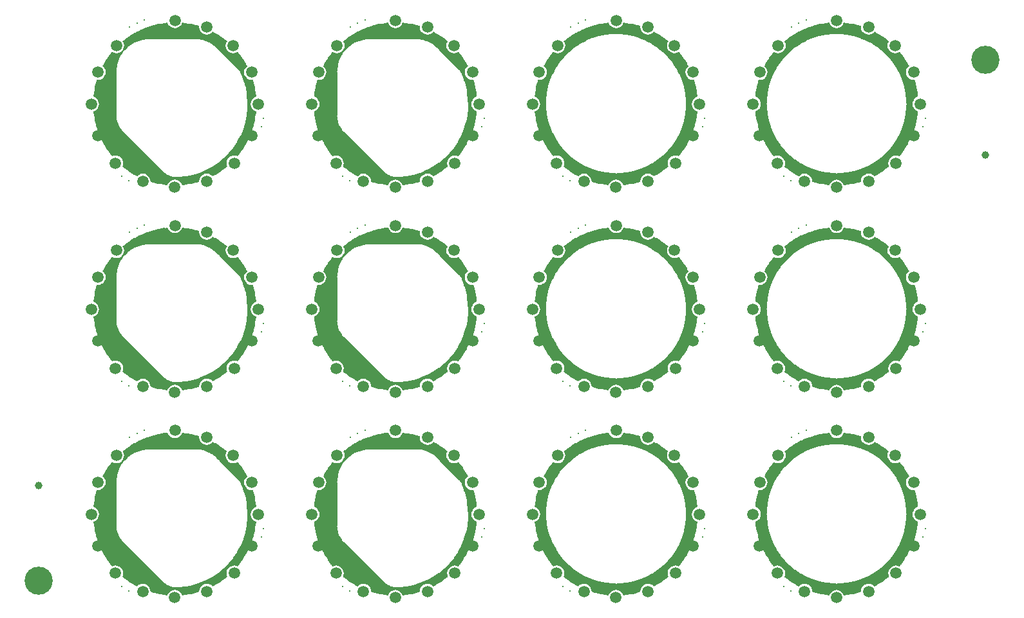
<source format=gtl>
G04*
G04 #@! TF.GenerationSoftware,Altium Limited,Altium Designer,19.0.15 (446)*
G04*
G04 Layer_Physical_Order=1*
G04 Layer_Color=255*
%FSAX25Y25*%
%MOIN*%
G70*
G01*
G75*
%ADD10C,0.03937*%
%ADD11C,0.14567*%
%ADD12C,0.00984*%
%ADD13C,0.05906*%
G36*
X0951006Y0581698D02*
X0951640Y0580872D01*
X0952466Y0580239D01*
X0953427Y0579840D01*
X0954459Y0579705D01*
X0955491Y0579840D01*
X0956452Y0580239D01*
X0957278Y0580872D01*
X0957912Y0581698D01*
X0958244Y0582501D01*
X0958899Y0582449D01*
X0959186Y0582395D01*
X0959473Y0582321D01*
X0959473Y0582321D01*
X0959958Y0582324D01*
X0961768Y0582037D01*
X0962181Y0581972D01*
X0962437Y0581912D01*
X0962745Y0581826D01*
X0962745Y0581826D01*
X0963236Y0581763D01*
X0965424Y0581237D01*
X0965511Y0581211D01*
X0965975Y0581064D01*
D01*
X0966460Y0580945D01*
X0967063Y0580749D01*
X0967005Y0580312D01*
X0967141Y0579280D01*
X0967540Y0578319D01*
X0968173Y0577493D01*
X0968999Y0576859D01*
X0969960Y0576461D01*
X0970992Y0576325D01*
X0972024Y0576461D01*
X0972986Y0576859D01*
X0973811Y0577493D01*
X0974080Y0577843D01*
X0974735Y0577509D01*
X0974759Y0577497D01*
X0975076Y0577309D01*
X0975081Y0577292D01*
X0975158Y0577260D01*
X0975567Y0577041D01*
X0977512Y0575849D01*
X0977903Y0575547D01*
X0977982Y0575514D01*
X0978406Y0575251D01*
X0980286Y0573886D01*
X0980571Y0573582D01*
X0980785Y0573455D01*
X0980828Y0573429D01*
X0981064Y0573268D01*
X0981486Y0572908D01*
X0981321Y0572693D01*
X0980923Y0571731D01*
X0980787Y0570699D01*
X0980923Y0569667D01*
X0981321Y0568706D01*
X0981955Y0567880D01*
X0982781Y0567247D01*
X0983742Y0566848D01*
X0984774Y0566712D01*
X0985806Y0566848D01*
X0986767Y0567247D01*
X0986983Y0567412D01*
X0987395Y0566928D01*
X0987447Y0566848D01*
X0987531Y0566709D01*
X0987657Y0566496D01*
X0987657Y0566496D01*
X0988002Y0566154D01*
X0989326Y0564331D01*
X0989589Y0563908D01*
X0989622Y0563828D01*
X0989924Y0563437D01*
X0991116Y0561492D01*
X0991145Y0561438D01*
X0991367Y0561006D01*
X0991367Y0561006D01*
X0991625Y0560579D01*
X0991960Y0559923D01*
X0991480Y0559554D01*
X0990846Y0558729D01*
X0990448Y0557767D01*
X0990312Y0556735D01*
X0990448Y0555703D01*
X0990846Y0554742D01*
X0991480Y0553916D01*
X0992305Y0553282D01*
X0993267Y0552884D01*
X0994299Y0552748D01*
X0994877Y0552824D01*
X0995046Y0552303D01*
X0995049Y0552295D01*
X0995147Y0551915D01*
X0995139Y0551900D01*
X0995171Y0551823D01*
X0995312Y0551349D01*
X0995866Y0549040D01*
X0995900Y0548671D01*
X0995987Y0548362D01*
X0995987Y0548362D01*
X0996013Y0548252D01*
X0996047Y0548106D01*
X0996112Y0547693D01*
X0996342Y0546242D01*
X0996420Y0545748D01*
X0996396Y0545398D01*
X0996470Y0545111D01*
Y0545111D01*
X0996491Y0545000D01*
X0996524Y0544824D01*
X0996580Y0544116D01*
X0995745Y0543770D01*
X0994919Y0543137D01*
X0994286Y0542311D01*
X0993888Y0541349D01*
X0993752Y0540317D01*
X0993888Y0539286D01*
X0994286Y0538324D01*
X0994919Y0537498D01*
X0995745Y0536865D01*
X0996570Y0536523D01*
X0996524Y0535945D01*
X0996470Y0535657D01*
X0996396Y0535371D01*
X0996396Y0535371D01*
X0996399Y0534885D01*
X0996112Y0533076D01*
X0996047Y0532663D01*
X0995987Y0532406D01*
X0995900Y0532098D01*
X0995900Y0532098D01*
X0995837Y0531608D01*
X0995312Y0529420D01*
X0995286Y0529332D01*
X0995139Y0528868D01*
D01*
X0995020Y0528384D01*
X0994300Y0526170D01*
X0994142Y0525768D01*
X0994118Y0525707D01*
X0994118Y0525706D01*
X0993954Y0525242D01*
X0993094Y0523164D01*
X0992883Y0522725D01*
X0992883Y0522724D01*
X0992819Y0522578D01*
X0992804Y0522542D01*
X0992645Y0522191D01*
X0992457Y0521822D01*
X0991584Y0520108D01*
X0991572Y0520084D01*
X0991384Y0519767D01*
X0991367Y0519763D01*
X0991335Y0519685D01*
X0991116Y0519276D01*
X0989924Y0517332D01*
X0989622Y0516940D01*
X0989589Y0516861D01*
X0989326Y0516437D01*
X0987960Y0514557D01*
X0987657Y0514272D01*
X0987530Y0514059D01*
X0987504Y0514015D01*
X0987343Y0513779D01*
X0986885Y0513243D01*
X0986200Y0513527D01*
X0985168Y0513662D01*
X0984136Y0513527D01*
X0983174Y0513128D01*
X0982349Y0512495D01*
X0981715Y0511669D01*
X0981317Y0510708D01*
X0981181Y0509676D01*
X0981317Y0508644D01*
X0981601Y0507959D01*
X0981003Y0507448D01*
X0980923Y0507396D01*
X0980784Y0507313D01*
X0980571Y0507187D01*
X0980571Y0507187D01*
X0980229Y0506842D01*
X0978406Y0505517D01*
X0977982Y0505254D01*
X0977903Y0505222D01*
X0977512Y0504920D01*
X0975567Y0503728D01*
X0975513Y0503699D01*
X0975081Y0503476D01*
X0975081Y0503476D01*
X0974654Y0503218D01*
X0974002Y0502886D01*
X0973857Y0503076D01*
X0973031Y0503709D01*
X0972069Y0504107D01*
X0971037Y0504243D01*
X0970006Y0504107D01*
X0969044Y0503709D01*
X0968218Y0503076D01*
X0967585Y0502250D01*
X0967186Y0501288D01*
X0967050Y0500256D01*
X0967081Y0500026D01*
X0966378Y0499797D01*
X0966370Y0499795D01*
X0965990Y0499696D01*
X0965975Y0499705D01*
X0965898Y0499673D01*
X0965424Y0499531D01*
X0963114Y0498977D01*
X0962745Y0498943D01*
X0962437Y0498857D01*
X0962437Y0498856D01*
X0962326Y0498831D01*
X0962181Y0498797D01*
X0961768Y0498731D01*
X0960317Y0498501D01*
X0959823Y0498423D01*
X0959473Y0498447D01*
X0959186Y0498373D01*
X0959186D01*
X0959074Y0498352D01*
X0958899Y0498319D01*
X0958218Y0498266D01*
X0957884Y0499071D01*
X0957251Y0499896D01*
X0956425Y0500530D01*
X0955463Y0500928D01*
X0954432Y0501064D01*
X0953400Y0500928D01*
X0952438Y0500530D01*
X0951612Y0499896D01*
X0950979Y0499071D01*
X0950647Y0498270D01*
X0950020Y0498319D01*
X0949732Y0498373D01*
X0949446Y0498447D01*
X0949446Y0498447D01*
X0948960Y0498445D01*
X0947150Y0498731D01*
X0946738Y0498797D01*
X0946481Y0498856D01*
X0946173Y0498943D01*
X0946173Y0498943D01*
X0945683Y0499006D01*
X0943495Y0499531D01*
X0943407Y0499557D01*
X0942943Y0499705D01*
D01*
X0942459Y0499824D01*
X0941799Y0500038D01*
X0941825Y0500239D01*
X0941689Y0501270D01*
X0941291Y0502232D01*
X0940658Y0503058D01*
X0939832Y0503691D01*
X0938870Y0504090D01*
X0937838Y0504225D01*
X0936806Y0504090D01*
X0935845Y0503691D01*
X0935019Y0503058D01*
X0934895Y0502896D01*
X0934183Y0503259D01*
X0934159Y0503272D01*
X0933842Y0503460D01*
X0933837Y0503476D01*
X0933760Y0503508D01*
X0933351Y0503728D01*
X0931406Y0504920D01*
X0931015Y0505222D01*
X0930936Y0505254D01*
X0930512Y0505517D01*
X0928632Y0506883D01*
X0928347Y0507187D01*
X0928133Y0507313D01*
X0928090Y0507339D01*
X0927854Y0507501D01*
X0927318Y0507959D01*
X0927602Y0508644D01*
X0927737Y0509676D01*
X0927602Y0510708D01*
X0927203Y0511669D01*
X0926570Y0512495D01*
X0925744Y0513128D01*
X0924782Y0513527D01*
X0923750Y0513662D01*
X0922719Y0513527D01*
X0922033Y0513243D01*
X0921523Y0513840D01*
X0921471Y0513920D01*
X0921388Y0514059D01*
X0921261Y0514272D01*
X0921261Y0514272D01*
X0920917Y0514614D01*
X0919592Y0516437D01*
X0919329Y0516861D01*
X0919296Y0516940D01*
X0918994Y0517332D01*
X0917803Y0519276D01*
X0917774Y0519330D01*
X0917551Y0519763D01*
X0917551Y0519763D01*
X0917293Y0520190D01*
X0916234Y0522268D01*
X0916108Y0522557D01*
X0916035Y0522724D01*
X0916035Y0522724D01*
X0915822Y0523170D01*
X0914964Y0525242D01*
X0914800Y0525706D01*
X0914800Y0525706D01*
X0914780Y0525758D01*
X0914725Y0525896D01*
X0914593Y0526247D01*
X0913872Y0528465D01*
X0913869Y0528473D01*
X0913771Y0528853D01*
X0913779Y0528868D01*
X0913747Y0528945D01*
X0913606Y0529420D01*
X0913052Y0531729D01*
X0913018Y0532098D01*
X0912931Y0532406D01*
X0912931Y0532407D01*
X0912905Y0532517D01*
X0912871Y0532663D01*
X0912806Y0533076D01*
X0912576Y0534527D01*
X0912498Y0535021D01*
X0912522Y0535371D01*
X0912448Y0535657D01*
Y0535657D01*
X0912427Y0535769D01*
X0912394Y0535945D01*
X0912348Y0536534D01*
X0913145Y0536865D01*
X0913971Y0537498D01*
X0914605Y0538324D01*
X0915003Y0539286D01*
X0915139Y0540317D01*
X0915003Y0541349D01*
X0914605Y0542311D01*
X0913971Y0543137D01*
X0913145Y0543770D01*
X0912337Y0544105D01*
X0912394Y0544824D01*
X0912448Y0545111D01*
X0912522Y0545398D01*
X0912522Y0545398D01*
X0912519Y0545884D01*
X0912806Y0547693D01*
X0912871Y0548106D01*
X0912931Y0548362D01*
X0913018Y0548671D01*
X0913018Y0548671D01*
X0913081Y0549161D01*
X0913606Y0551349D01*
X0913632Y0551437D01*
X0913779Y0551900D01*
D01*
X0913899Y0552385D01*
X0914071Y0552914D01*
X0914656Y0552837D01*
X0915687Y0552973D01*
X0916649Y0553371D01*
X0917475Y0554005D01*
X0918108Y0554831D01*
X0918507Y0555792D01*
X0918643Y0556824D01*
X0918507Y0557856D01*
X0918108Y0558818D01*
X0917475Y0559643D01*
X0917001Y0560007D01*
X0917334Y0560660D01*
X0917347Y0560685D01*
X0917535Y0561001D01*
X0917551Y0561006D01*
X0917583Y0561083D01*
X0917803Y0561492D01*
X0918994Y0563437D01*
X0919296Y0563828D01*
X0919329Y0563908D01*
X0919592Y0564331D01*
X0920958Y0566211D01*
X0921261Y0566496D01*
X0921388Y0566710D01*
X0921414Y0566753D01*
X0921575Y0566990D01*
X0921936Y0567412D01*
X0922151Y0567247D01*
X0923112Y0566848D01*
X0924144Y0566712D01*
X0925176Y0566848D01*
X0926138Y0567247D01*
X0926963Y0567880D01*
X0927597Y0568706D01*
X0927995Y0569667D01*
X0928131Y0570699D01*
X0927995Y0571731D01*
X0927597Y0572693D01*
X0927432Y0572908D01*
X0927915Y0573320D01*
X0927935Y0573337D01*
X0927940Y0573340D01*
X0928347Y0573582D01*
X0928347D01*
X0928347Y0573586D01*
X0928684Y0573923D01*
X0930512Y0575251D01*
X0930936Y0575514D01*
X0931015Y0575547D01*
X0931406Y0575849D01*
X0933351Y0577041D01*
X0933405Y0577070D01*
X0933837Y0577292D01*
X0933837Y0577292D01*
X0934264Y0577551D01*
X0935897Y0578383D01*
X0936343Y0578610D01*
X0936632Y0578736D01*
X0936799Y0578808D01*
X0936799Y0578808D01*
X0937245Y0579021D01*
X0939317Y0579880D01*
X0939781Y0580043D01*
X0939781Y0580043D01*
X0939832Y0580063D01*
X0939971Y0580118D01*
X0940322Y0580251D01*
X0942540Y0580971D01*
X0942548Y0580974D01*
X0942928Y0581072D01*
X0942943Y0581064D01*
X0943020Y0581096D01*
X0943495Y0581237D01*
X0945804Y0581792D01*
X0946173Y0581826D01*
X0946481Y0581912D01*
X0946481Y0581912D01*
X0946592Y0581938D01*
X0946738Y0581972D01*
X0947150Y0582037D01*
X0949362Y0582388D01*
X0949446Y0582321D01*
X0949534Y0582358D01*
X0950025Y0582450D01*
X0950674Y0582501D01*
X0951006Y0581698D01*
D02*
G37*
G36*
X0836833D02*
X0837467Y0580872D01*
X0838292Y0580239D01*
X0839254Y0579840D01*
X0840286Y0579705D01*
X0841318Y0579840D01*
X0842279Y0580239D01*
X0843105Y0580872D01*
X0843739Y0581698D01*
X0844071Y0582501D01*
X0844725Y0582449D01*
X0845013Y0582395D01*
X0845299Y0582321D01*
X0845299Y0582321D01*
X0845785Y0582324D01*
X0847595Y0582037D01*
X0848007Y0581972D01*
X0848264Y0581912D01*
X0848572Y0581826D01*
X0848572Y0581826D01*
X0849063Y0581763D01*
X0851250Y0581237D01*
X0851338Y0581211D01*
X0851802Y0581064D01*
D01*
X0852287Y0580945D01*
X0852890Y0580749D01*
X0852832Y0580312D01*
X0852968Y0579280D01*
X0853366Y0578319D01*
X0854000Y0577493D01*
X0854826Y0576859D01*
X0855787Y0576461D01*
X0856819Y0576325D01*
X0857851Y0576461D01*
X0858813Y0576859D01*
X0859638Y0577493D01*
X0859907Y0577843D01*
X0860562Y0577509D01*
X0860586Y0577497D01*
X0860903Y0577309D01*
X0860907Y0577292D01*
X0860985Y0577260D01*
X0861394Y0577041D01*
X0863339Y0575849D01*
X0863730Y0575547D01*
X0863809Y0575514D01*
X0864233Y0575251D01*
X0866113Y0573886D01*
X0866398Y0573582D01*
X0866612Y0573455D01*
X0866655Y0573429D01*
X0866891Y0573268D01*
X0867313Y0572908D01*
X0867148Y0572693D01*
X0866750Y0571731D01*
X0866614Y0570699D01*
X0866750Y0569667D01*
X0867148Y0568706D01*
X0867782Y0567880D01*
X0868607Y0567247D01*
X0869569Y0566848D01*
X0870601Y0566712D01*
X0871633Y0566848D01*
X0872594Y0567247D01*
X0872809Y0567412D01*
X0873222Y0566928D01*
X0873274Y0566848D01*
X0873357Y0566709D01*
X0873484Y0566496D01*
X0873484Y0566496D01*
X0873828Y0566154D01*
X0875153Y0564331D01*
X0875416Y0563908D01*
X0875449Y0563828D01*
X0875751Y0563437D01*
X0876942Y0561492D01*
X0876971Y0561438D01*
X0877194Y0561006D01*
X0877194Y0561006D01*
X0877452Y0560579D01*
X0877787Y0559923D01*
X0877306Y0559554D01*
X0876673Y0558729D01*
X0876275Y0557767D01*
X0876139Y0556735D01*
X0876275Y0555703D01*
X0876673Y0554742D01*
X0877306Y0553916D01*
X0878132Y0553282D01*
X0879094Y0552884D01*
X0880126Y0552748D01*
X0880704Y0552824D01*
X0880873Y0552303D01*
X0880875Y0552295D01*
X0880974Y0551915D01*
X0880966Y0551900D01*
X0880998Y0551823D01*
X0881139Y0551349D01*
X0881693Y0549040D01*
X0881727Y0548671D01*
X0881814Y0548362D01*
X0881814Y0548362D01*
X0881840Y0548252D01*
X0881874Y0548106D01*
X0881939Y0547693D01*
X0882169Y0546242D01*
X0882247Y0545748D01*
X0882223Y0545398D01*
X0882297Y0545111D01*
Y0545111D01*
X0882318Y0545000D01*
X0882351Y0544824D01*
X0882407Y0544116D01*
X0881572Y0543770D01*
X0880746Y0543137D01*
X0880113Y0542311D01*
X0879714Y0541349D01*
X0879578Y0540317D01*
X0879714Y0539286D01*
X0880113Y0538324D01*
X0880746Y0537498D01*
X0881572Y0536865D01*
X0882397Y0536523D01*
X0882351Y0535945D01*
X0882297Y0535657D01*
X0882223Y0535371D01*
X0882223Y0535371D01*
X0882226Y0534885D01*
X0881939Y0533076D01*
X0881874Y0532663D01*
X0881814Y0532406D01*
X0881727Y0532098D01*
X0881727Y0532098D01*
X0881664Y0531608D01*
X0881139Y0529420D01*
X0881113Y0529332D01*
X0880966Y0528868D01*
D01*
X0880846Y0528384D01*
X0880127Y0526170D01*
X0879969Y0525768D01*
X0879945Y0525707D01*
X0879945Y0525706D01*
X0879781Y0525242D01*
X0878921Y0523164D01*
X0878710Y0522725D01*
X0878710Y0522724D01*
X0878646Y0522578D01*
X0878630Y0522542D01*
X0878472Y0522191D01*
X0878284Y0521822D01*
X0877411Y0520108D01*
X0877398Y0520084D01*
X0877211Y0519767D01*
X0877194Y0519763D01*
X0877162Y0519685D01*
X0876942Y0519276D01*
X0875751Y0517332D01*
X0875449Y0516940D01*
X0875416Y0516861D01*
X0875153Y0516437D01*
X0873787Y0514557D01*
X0873484Y0514272D01*
X0873357Y0514059D01*
X0873331Y0514015D01*
X0873170Y0513779D01*
X0872712Y0513243D01*
X0872026Y0513527D01*
X0870994Y0513662D01*
X0869963Y0513527D01*
X0869001Y0513128D01*
X0868175Y0512495D01*
X0867542Y0511669D01*
X0867144Y0510708D01*
X0867008Y0509676D01*
X0867144Y0508644D01*
X0867427Y0507959D01*
X0866830Y0507448D01*
X0866750Y0507396D01*
X0866611Y0507313D01*
X0866398Y0507187D01*
X0866398Y0507187D01*
X0866056Y0506842D01*
X0864233Y0505517D01*
X0863809Y0505254D01*
X0863730Y0505222D01*
X0863339Y0504920D01*
X0861394Y0503728D01*
X0861340Y0503699D01*
X0860908Y0503476D01*
X0860907Y0503476D01*
X0860481Y0503218D01*
X0859829Y0502886D01*
X0859683Y0503076D01*
X0858858Y0503709D01*
X0857896Y0504107D01*
X0856864Y0504243D01*
X0855832Y0504107D01*
X0854871Y0503709D01*
X0854045Y0503076D01*
X0853411Y0502250D01*
X0853013Y0501288D01*
X0852877Y0500256D01*
X0852908Y0500026D01*
X0852205Y0499797D01*
X0852197Y0499795D01*
X0851817Y0499696D01*
X0851802Y0499705D01*
X0851725Y0499673D01*
X0851250Y0499531D01*
X0848941Y0498977D01*
X0848572Y0498943D01*
X0848264Y0498857D01*
X0848264Y0498856D01*
X0848153Y0498831D01*
X0848007Y0498797D01*
X0847595Y0498731D01*
X0846144Y0498501D01*
X0845650Y0498423D01*
X0845299Y0498447D01*
X0845013Y0498373D01*
X0845013D01*
X0844901Y0498352D01*
X0844725Y0498319D01*
X0844044Y0498266D01*
X0843711Y0499071D01*
X0843077Y0499896D01*
X0842252Y0500530D01*
X0841290Y0500928D01*
X0840258Y0501064D01*
X0839226Y0500928D01*
X0838265Y0500530D01*
X0837439Y0499896D01*
X0836806Y0499071D01*
X0836474Y0498270D01*
X0835846Y0498319D01*
X0835559Y0498373D01*
X0835272Y0498447D01*
X0835272Y0498447D01*
X0834787Y0498445D01*
X0832977Y0498731D01*
X0832564Y0498797D01*
X0832308Y0498856D01*
X0831999Y0498943D01*
X0831999Y0498943D01*
X0831509Y0499006D01*
X0829321Y0499531D01*
X0829234Y0499557D01*
X0828770Y0499705D01*
D01*
X0828285Y0499824D01*
X0827626Y0500038D01*
X0827652Y0500239D01*
X0827516Y0501270D01*
X0827118Y0502232D01*
X0826484Y0503058D01*
X0825659Y0503691D01*
X0824697Y0504090D01*
X0823665Y0504225D01*
X0822633Y0504090D01*
X0821672Y0503691D01*
X0820846Y0503058D01*
X0820722Y0502896D01*
X0820010Y0503259D01*
X0819986Y0503272D01*
X0819669Y0503460D01*
X0819664Y0503476D01*
X0819587Y0503508D01*
X0819178Y0503728D01*
X0817233Y0504920D01*
X0816842Y0505222D01*
X0816763Y0505254D01*
X0816339Y0505517D01*
X0814459Y0506883D01*
X0814174Y0507187D01*
X0813960Y0507313D01*
X0813917Y0507339D01*
X0813681Y0507501D01*
X0813144Y0507959D01*
X0813428Y0508644D01*
X0813564Y0509676D01*
X0813428Y0510708D01*
X0813030Y0511669D01*
X0812396Y0512495D01*
X0811571Y0513128D01*
X0810609Y0513527D01*
X0809577Y0513662D01*
X0808545Y0513527D01*
X0807860Y0513243D01*
X0807350Y0513840D01*
X0807298Y0513920D01*
X0807214Y0514059D01*
X0807088Y0514272D01*
X0807088Y0514272D01*
X0806743Y0514614D01*
X0805419Y0516437D01*
X0805156Y0516861D01*
X0805123Y0516940D01*
X0804821Y0517332D01*
X0803629Y0519276D01*
X0803600Y0519330D01*
X0803378Y0519763D01*
X0803378Y0519763D01*
X0803119Y0520190D01*
X0802061Y0522268D01*
X0801935Y0522557D01*
X0801862Y0522724D01*
X0801862Y0522724D01*
X0801649Y0523170D01*
X0800790Y0525242D01*
X0800627Y0525706D01*
X0800627Y0525706D01*
X0800607Y0525758D01*
X0800552Y0525896D01*
X0800420Y0526247D01*
X0799699Y0528465D01*
X0799696Y0528473D01*
X0799598Y0528853D01*
X0799606Y0528868D01*
X0799574Y0528945D01*
X0799433Y0529420D01*
X0798879Y0531729D01*
X0798845Y0532098D01*
X0798758Y0532406D01*
X0798758Y0532407D01*
X0798732Y0532517D01*
X0798698Y0532663D01*
X0798633Y0533076D01*
X0798403Y0534527D01*
X0798325Y0535021D01*
X0798349Y0535371D01*
X0798275Y0535657D01*
Y0535657D01*
X0798254Y0535769D01*
X0798221Y0535945D01*
X0798174Y0536534D01*
X0798972Y0536865D01*
X0799798Y0537498D01*
X0800432Y0538324D01*
X0800830Y0539286D01*
X0800966Y0540317D01*
X0800830Y0541349D01*
X0800432Y0542311D01*
X0799798Y0543137D01*
X0798972Y0543770D01*
X0798164Y0544105D01*
X0798221Y0544824D01*
X0798275Y0545111D01*
X0798349Y0545398D01*
X0798349Y0545398D01*
X0798346Y0545884D01*
X0798633Y0547693D01*
X0798698Y0548106D01*
X0798758Y0548362D01*
X0798845Y0548671D01*
X0798845Y0548671D01*
X0798908Y0549161D01*
X0799433Y0551349D01*
X0799459Y0551437D01*
X0799606Y0551900D01*
D01*
X0799725Y0552385D01*
X0799897Y0552914D01*
X0800482Y0552837D01*
X0801514Y0552973D01*
X0802476Y0553371D01*
X0803302Y0554005D01*
X0803935Y0554831D01*
X0804333Y0555792D01*
X0804469Y0556824D01*
X0804333Y0557856D01*
X0803935Y0558818D01*
X0803302Y0559643D01*
X0802828Y0560007D01*
X0803161Y0560660D01*
X0803174Y0560685D01*
X0803361Y0561001D01*
X0803378Y0561006D01*
X0803410Y0561083D01*
X0803629Y0561492D01*
X0804821Y0563437D01*
X0805123Y0563828D01*
X0805156Y0563908D01*
X0805419Y0564331D01*
X0806785Y0566211D01*
X0807088Y0566496D01*
X0807215Y0566710D01*
X0807241Y0566753D01*
X0807402Y0566990D01*
X0807763Y0567412D01*
X0807977Y0567247D01*
X0808939Y0566848D01*
X0809971Y0566712D01*
X0811003Y0566848D01*
X0811964Y0567247D01*
X0812790Y0567880D01*
X0813424Y0568706D01*
X0813822Y0569667D01*
X0813958Y0570699D01*
X0813822Y0571731D01*
X0813424Y0572693D01*
X0813259Y0572908D01*
X0813742Y0573320D01*
X0813762Y0573337D01*
X0813767Y0573340D01*
X0814174Y0573582D01*
X0814174D01*
X0814174Y0573586D01*
X0814511Y0573923D01*
X0816339Y0575251D01*
X0816763Y0575514D01*
X0816842Y0575547D01*
X0817233Y0575849D01*
X0819178Y0577041D01*
X0819232Y0577070D01*
X0819664Y0577292D01*
X0819664Y0577292D01*
X0820091Y0577551D01*
X0821724Y0578383D01*
X0822169Y0578610D01*
X0822459Y0578736D01*
X0822626Y0578808D01*
X0822626Y0578808D01*
X0823071Y0579021D01*
X0825144Y0579880D01*
X0825607Y0580043D01*
X0825608Y0580043D01*
X0825659Y0580063D01*
X0825798Y0580118D01*
X0826149Y0580251D01*
X0828367Y0580971D01*
X0828375Y0580974D01*
X0828755Y0581072D01*
X0828770Y0581064D01*
X0828847Y0581096D01*
X0829321Y0581237D01*
X0831631Y0581792D01*
X0831999Y0581826D01*
X0832308Y0581912D01*
X0832308Y0581912D01*
X0832419Y0581938D01*
X0832564Y0581972D01*
X0832977Y0582037D01*
X0835189Y0582388D01*
X0835272Y0582321D01*
X0835361Y0582358D01*
X0835852Y0582450D01*
X0836501Y0582501D01*
X0836833Y0581698D01*
D02*
G37*
G36*
X1179353D02*
X1179986Y0580872D01*
X1180812Y0580239D01*
X1181774Y0579840D01*
X1182806Y0579705D01*
X1183837Y0579840D01*
X1184799Y0580239D01*
X1185625Y0580872D01*
X1186258Y0581698D01*
X1186591Y0582501D01*
X1187245Y0582449D01*
X1187533Y0582395D01*
X1187819Y0582321D01*
X1187819Y0582321D01*
X1188305Y0582324D01*
X1190114Y0582037D01*
X1190527Y0581972D01*
X1190784Y0581912D01*
X1191092Y0581826D01*
X1191092Y0581826D01*
X1191582Y0581763D01*
X1193770Y0581237D01*
X1193858Y0581211D01*
X1194322Y0581064D01*
D01*
X1194806Y0580945D01*
X1195409Y0580749D01*
X1195352Y0580312D01*
X1195488Y0579280D01*
X1195886Y0578319D01*
X1196520Y0577493D01*
X1197345Y0576859D01*
X1198307Y0576461D01*
X1199339Y0576325D01*
X1200371Y0576461D01*
X1201332Y0576859D01*
X1202158Y0577493D01*
X1202427Y0577843D01*
X1203082Y0577509D01*
X1203106Y0577497D01*
X1203423Y0577309D01*
X1203427Y0577292D01*
X1203505Y0577260D01*
X1203914Y0577041D01*
X1205858Y0575849D01*
X1206250Y0575547D01*
X1206329Y0575514D01*
X1206753Y0575251D01*
X1208632Y0573886D01*
X1208918Y0573582D01*
X1209131Y0573455D01*
X1209175Y0573429D01*
X1209411Y0573268D01*
X1209833Y0572908D01*
X1209668Y0572693D01*
X1209270Y0571731D01*
X1209134Y0570699D01*
X1209270Y0569667D01*
X1209668Y0568706D01*
X1210301Y0567880D01*
X1211127Y0567247D01*
X1212089Y0566848D01*
X1213120Y0566712D01*
X1214152Y0566848D01*
X1215114Y0567247D01*
X1215329Y0567412D01*
X1215742Y0566928D01*
X1215794Y0566848D01*
X1215877Y0566709D01*
X1216003Y0566496D01*
X1216003Y0566496D01*
X1216348Y0566154D01*
X1217673Y0564331D01*
X1217935Y0563908D01*
X1217968Y0563828D01*
X1218270Y0563437D01*
X1219462Y0561492D01*
X1219491Y0561438D01*
X1219714Y0561006D01*
X1219714Y0561006D01*
X1219972Y0560579D01*
X1220306Y0559923D01*
X1219826Y0559554D01*
X1219193Y0558729D01*
X1218794Y0557767D01*
X1218659Y0556735D01*
X1218794Y0555703D01*
X1219193Y0554742D01*
X1219826Y0553916D01*
X1220652Y0553282D01*
X1221614Y0552884D01*
X1222645Y0552748D01*
X1223223Y0552824D01*
X1223393Y0552303D01*
X1223395Y0552295D01*
X1223493Y0551915D01*
X1223485Y0551900D01*
X1223517Y0551823D01*
X1223658Y0551349D01*
X1224213Y0549040D01*
X1224247Y0548671D01*
X1224333Y0548362D01*
X1224333Y0548362D01*
X1224359Y0548252D01*
X1224393Y0548106D01*
X1224459Y0547693D01*
X1224689Y0546242D01*
X1224767Y0545748D01*
X1224743Y0545398D01*
X1224817Y0545111D01*
Y0545111D01*
X1224837Y0545000D01*
X1224871Y0544824D01*
X1224926Y0544116D01*
X1224092Y0543770D01*
X1223266Y0543137D01*
X1222632Y0542311D01*
X1222234Y0541349D01*
X1222098Y0540317D01*
X1222234Y0539286D01*
X1222632Y0538324D01*
X1223266Y0537498D01*
X1224092Y0536865D01*
X1224916Y0536523D01*
X1224871Y0535945D01*
X1224817Y0535657D01*
X1224743Y0535371D01*
X1224743Y0535371D01*
X1224745Y0534885D01*
X1224459Y0533076D01*
X1224393Y0532663D01*
X1224333Y0532406D01*
X1224247Y0532098D01*
X1224247Y0532098D01*
X1224184Y0531608D01*
X1223658Y0529420D01*
X1223632Y0529332D01*
X1223485Y0528868D01*
D01*
X1223366Y0528384D01*
X1222647Y0526170D01*
X1222489Y0525768D01*
X1222465Y0525707D01*
X1222464Y0525706D01*
X1222301Y0525242D01*
X1221440Y0523164D01*
X1221230Y0522725D01*
X1221229Y0522724D01*
X1221166Y0522578D01*
X1221150Y0522542D01*
X1220992Y0522191D01*
X1220804Y0521822D01*
X1219930Y0520108D01*
X1219918Y0520084D01*
X1219730Y0519767D01*
X1219714Y0519763D01*
X1219682Y0519685D01*
X1219462Y0519276D01*
X1218270Y0517332D01*
X1217968Y0516940D01*
X1217935Y0516861D01*
X1217673Y0516437D01*
X1216307Y0514557D01*
X1216003Y0514272D01*
X1215877Y0514059D01*
X1215851Y0514015D01*
X1215689Y0513779D01*
X1215231Y0513243D01*
X1214546Y0513527D01*
X1213514Y0513662D01*
X1212482Y0513527D01*
X1211521Y0513128D01*
X1210695Y0512495D01*
X1210061Y0511669D01*
X1209663Y0510708D01*
X1209527Y0509676D01*
X1209663Y0508644D01*
X1209947Y0507959D01*
X1209349Y0507448D01*
X1209270Y0507396D01*
X1209130Y0507313D01*
X1208918Y0507187D01*
X1208918Y0507187D01*
X1208576Y0506842D01*
X1206753Y0505517D01*
X1206329Y0505254D01*
X1206250Y0505222D01*
X1205858Y0504920D01*
X1203914Y0503728D01*
X1203860Y0503699D01*
X1203427Y0503476D01*
X1203427Y0503476D01*
X1203000Y0503218D01*
X1202349Y0502886D01*
X1202203Y0503076D01*
X1201377Y0503709D01*
X1200416Y0504107D01*
X1199384Y0504243D01*
X1198352Y0504107D01*
X1197390Y0503709D01*
X1196565Y0503076D01*
X1195931Y0502250D01*
X1195533Y0501288D01*
X1195397Y0500256D01*
X1195427Y0500026D01*
X1194724Y0499797D01*
X1194717Y0499795D01*
X1194337Y0499696D01*
X1194322Y0499705D01*
X1194244Y0499673D01*
X1193770Y0499531D01*
X1191461Y0498977D01*
X1191092Y0498943D01*
X1190784Y0498857D01*
X1190783Y0498856D01*
X1190673Y0498831D01*
X1190527Y0498797D01*
X1190114Y0498731D01*
X1188663Y0498501D01*
X1188169Y0498423D01*
X1187819Y0498447D01*
X1187533Y0498373D01*
X1187533D01*
X1187421Y0498352D01*
X1187245Y0498319D01*
X1186564Y0498266D01*
X1186231Y0499071D01*
X1185597Y0499896D01*
X1184771Y0500530D01*
X1183810Y0500928D01*
X1182778Y0501064D01*
X1181746Y0500928D01*
X1180785Y0500530D01*
X1179959Y0499896D01*
X1179325Y0499071D01*
X1178994Y0498270D01*
X1178366Y0498319D01*
X1178078Y0498373D01*
X1177792Y0498447D01*
X1177792Y0498447D01*
X1177306Y0498445D01*
X1175497Y0498731D01*
X1175084Y0498797D01*
X1174828Y0498856D01*
X1174519Y0498943D01*
X1174519Y0498943D01*
X1174029Y0499006D01*
X1171841Y0499531D01*
X1171753Y0499557D01*
X1171289Y0499705D01*
D01*
X1170805Y0499824D01*
X1170145Y0500038D01*
X1170172Y0500239D01*
X1170036Y0501270D01*
X1169637Y0502232D01*
X1169004Y0503058D01*
X1168178Y0503691D01*
X1167217Y0504090D01*
X1166185Y0504225D01*
X1165153Y0504090D01*
X1164191Y0503691D01*
X1163366Y0503058D01*
X1163242Y0502896D01*
X1162529Y0503259D01*
X1162505Y0503272D01*
X1162189Y0503460D01*
X1162184Y0503476D01*
X1162107Y0503508D01*
X1161697Y0503728D01*
X1159753Y0504920D01*
X1159361Y0505222D01*
X1159282Y0505254D01*
X1158858Y0505517D01*
X1156979Y0506883D01*
X1156693Y0507187D01*
X1156480Y0507313D01*
X1156437Y0507339D01*
X1156200Y0507501D01*
X1155664Y0507959D01*
X1155948Y0508644D01*
X1156084Y0509676D01*
X1155948Y0510708D01*
X1155550Y0511669D01*
X1154916Y0512495D01*
X1154090Y0513128D01*
X1153129Y0513527D01*
X1152097Y0513662D01*
X1151065Y0513527D01*
X1150380Y0513243D01*
X1149869Y0513840D01*
X1149817Y0513920D01*
X1149734Y0514059D01*
X1149608Y0514272D01*
X1149608Y0514272D01*
X1149263Y0514614D01*
X1147939Y0516437D01*
X1147676Y0516861D01*
X1147643Y0516940D01*
X1147341Y0517332D01*
X1146149Y0519276D01*
X1146120Y0519330D01*
X1145897Y0519763D01*
X1145897Y0519763D01*
X1145639Y0520190D01*
X1144580Y0522268D01*
X1144454Y0522557D01*
X1144382Y0522724D01*
X1144382Y0522724D01*
X1144168Y0523170D01*
X1143310Y0525242D01*
X1143147Y0525706D01*
X1143147Y0525706D01*
X1143126Y0525758D01*
X1143072Y0525896D01*
X1142939Y0526247D01*
X1142218Y0528465D01*
X1142216Y0528473D01*
X1142118Y0528853D01*
X1142126Y0528868D01*
X1142094Y0528945D01*
X1141953Y0529420D01*
X1141398Y0531729D01*
X1141364Y0532098D01*
X1141278Y0532406D01*
X1141278Y0532407D01*
X1141252Y0532517D01*
X1141218Y0532663D01*
X1141152Y0533076D01*
X1140923Y0534527D01*
X1140844Y0535021D01*
X1140868Y0535371D01*
X1140795Y0535657D01*
Y0535657D01*
X1140774Y0535769D01*
X1140740Y0535945D01*
X1140694Y0536534D01*
X1141492Y0536865D01*
X1142318Y0537498D01*
X1142951Y0538324D01*
X1143349Y0539286D01*
X1143485Y0540317D01*
X1143349Y0541349D01*
X1142951Y0542311D01*
X1142318Y0543137D01*
X1141492Y0543770D01*
X1140684Y0544105D01*
X1140740Y0544824D01*
X1140795Y0545111D01*
X1140868Y0545398D01*
X1140868Y0545398D01*
X1140866Y0545884D01*
X1141152Y0547693D01*
X1141218Y0548106D01*
X1141278Y0548362D01*
X1141364Y0548671D01*
X1141364Y0548671D01*
X1141427Y0549161D01*
X1141953Y0551349D01*
X1141979Y0551437D01*
X1142126Y0551900D01*
D01*
X1142245Y0552385D01*
X1142417Y0552914D01*
X1143002Y0552837D01*
X1144034Y0552973D01*
X1144996Y0553371D01*
X1145821Y0554005D01*
X1146455Y0554831D01*
X1146853Y0555792D01*
X1146989Y0556824D01*
X1146853Y0557856D01*
X1146455Y0558818D01*
X1145821Y0559643D01*
X1145348Y0560007D01*
X1145681Y0560660D01*
X1145693Y0560685D01*
X1145881Y0561001D01*
X1145897Y0561006D01*
X1145930Y0561083D01*
X1146149Y0561492D01*
X1147341Y0563437D01*
X1147643Y0563828D01*
X1147676Y0563908D01*
X1147939Y0564331D01*
X1149304Y0566211D01*
X1149608Y0566496D01*
X1149735Y0566710D01*
X1149760Y0566753D01*
X1149922Y0566990D01*
X1150282Y0567412D01*
X1150497Y0567247D01*
X1151459Y0566848D01*
X1152491Y0566712D01*
X1153522Y0566848D01*
X1154484Y0567247D01*
X1155310Y0567880D01*
X1155943Y0568706D01*
X1156342Y0569667D01*
X1156478Y0570699D01*
X1156342Y0571731D01*
X1155943Y0572693D01*
X1155778Y0572908D01*
X1156262Y0573321D01*
X1156341Y0573373D01*
X1156481Y0573456D01*
X1156693Y0573582D01*
X1156693Y0573582D01*
X1157035Y0573927D01*
X1158858Y0575251D01*
X1159282Y0575514D01*
X1159361Y0575547D01*
X1159753Y0575849D01*
X1161697Y0577041D01*
X1161751Y0577070D01*
X1162184Y0577292D01*
X1162184Y0577292D01*
X1162611Y0577551D01*
X1164243Y0578383D01*
X1164689Y0578610D01*
X1164979Y0578736D01*
X1165145Y0578808D01*
X1165146Y0578808D01*
X1165591Y0579021D01*
X1167663Y0579880D01*
X1168127Y0580043D01*
X1168127Y0580043D01*
X1168179Y0580063D01*
X1168317Y0580118D01*
X1168668Y0580251D01*
X1170887Y0580971D01*
X1170895Y0580974D01*
X1171275Y0581072D01*
X1171289Y0581064D01*
X1171367Y0581096D01*
X1171841Y0581237D01*
X1174150Y0581792D01*
X1174519Y0581826D01*
X1174828Y0581912D01*
X1174828Y0581912D01*
X1174938Y0581938D01*
X1175084Y0581972D01*
X1175497Y0582037D01*
X1176948Y0582267D01*
X1177442Y0582346D01*
X1177792Y0582321D01*
X1178078Y0582395D01*
X1178079D01*
X1178190Y0582416D01*
X1178366Y0582449D01*
X1179020Y0582501D01*
X1179353Y0581698D01*
D02*
G37*
G36*
X1065180D02*
X1065813Y0580872D01*
X1066639Y0580239D01*
X1067601Y0579840D01*
X1068632Y0579705D01*
X1069664Y0579840D01*
X1070626Y0580239D01*
X1071451Y0580872D01*
X1072085Y0581698D01*
X1072418Y0582501D01*
X1073072Y0582449D01*
X1073359Y0582395D01*
X1073646Y0582321D01*
X1073646Y0582321D01*
X1074131Y0582324D01*
X1075941Y0582037D01*
X1076354Y0581972D01*
X1076610Y0581912D01*
X1076919Y0581826D01*
X1076919Y0581826D01*
X1077409Y0581763D01*
X1079597Y0581237D01*
X1079685Y0581211D01*
X1080149Y0581064D01*
D01*
X1080633Y0580945D01*
X1081236Y0580749D01*
X1081179Y0580312D01*
X1081314Y0579280D01*
X1081713Y0578319D01*
X1082346Y0577493D01*
X1083172Y0576859D01*
X1084134Y0576461D01*
X1085166Y0576325D01*
X1086197Y0576461D01*
X1087159Y0576859D01*
X1087985Y0577493D01*
X1088253Y0577843D01*
X1088908Y0577509D01*
X1088933Y0577497D01*
X1089249Y0577309D01*
X1089254Y0577292D01*
X1089331Y0577260D01*
X1089740Y0577041D01*
X1091685Y0575849D01*
X1092076Y0575547D01*
X1092156Y0575514D01*
X1092579Y0575251D01*
X1094459Y0573886D01*
X1094744Y0573582D01*
X1094958Y0573455D01*
X1095001Y0573429D01*
X1095238Y0573268D01*
X1095660Y0572908D01*
X1095495Y0572693D01*
X1095096Y0571731D01*
X1094960Y0570699D01*
X1095096Y0569667D01*
X1095495Y0568706D01*
X1096128Y0567880D01*
X1096954Y0567247D01*
X1097915Y0566848D01*
X1098947Y0566712D01*
X1099979Y0566848D01*
X1100941Y0567247D01*
X1101156Y0567412D01*
X1101569Y0566928D01*
X1101621Y0566848D01*
X1101704Y0566709D01*
X1101830Y0566496D01*
X1101830Y0566496D01*
X1102175Y0566154D01*
X1103499Y0564331D01*
X1103762Y0563908D01*
X1103795Y0563828D01*
X1104097Y0563437D01*
X1105289Y0561492D01*
X1105318Y0561438D01*
X1105540Y0561006D01*
X1105540Y0561006D01*
X1105799Y0560579D01*
X1106133Y0559923D01*
X1105653Y0559554D01*
X1105019Y0558729D01*
X1104621Y0557767D01*
X1104485Y0556735D01*
X1104621Y0555703D01*
X1105019Y0554742D01*
X1105653Y0553916D01*
X1106479Y0553282D01*
X1107440Y0552884D01*
X1108472Y0552748D01*
X1109050Y0552824D01*
X1109219Y0552303D01*
X1109222Y0552295D01*
X1109320Y0551915D01*
X1109312Y0551900D01*
X1109344Y0551823D01*
X1109485Y0551349D01*
X1110040Y0549040D01*
X1110074Y0548671D01*
X1110160Y0548362D01*
X1110160Y0548362D01*
X1110186Y0548252D01*
X1110220Y0548106D01*
X1110285Y0547693D01*
X1110515Y0546242D01*
X1110594Y0545748D01*
X1110569Y0545398D01*
X1110643Y0545111D01*
Y0545111D01*
X1110664Y0545000D01*
X1110697Y0544824D01*
X1110753Y0544116D01*
X1109918Y0543770D01*
X1109093Y0543137D01*
X1108459Y0542311D01*
X1108061Y0541349D01*
X1107925Y0540317D01*
X1108061Y0539286D01*
X1108459Y0538324D01*
X1109093Y0537498D01*
X1109918Y0536865D01*
X1110743Y0536523D01*
X1110697Y0535945D01*
X1110643Y0535657D01*
X1110569Y0535371D01*
X1110569Y0535371D01*
X1110572Y0534885D01*
X1110285Y0533076D01*
X1110220Y0532663D01*
X1110160Y0532406D01*
X1110074Y0532098D01*
X1110074Y0532098D01*
X1110011Y0531608D01*
X1109485Y0529420D01*
X1109459Y0529332D01*
X1109312Y0528868D01*
D01*
X1109193Y0528384D01*
X1108474Y0526170D01*
X1108315Y0525768D01*
X1108292Y0525707D01*
X1108291Y0525706D01*
X1108128Y0525242D01*
X1107267Y0523164D01*
X1107057Y0522725D01*
X1107056Y0522724D01*
X1106992Y0522578D01*
X1106977Y0522542D01*
X1106819Y0522191D01*
X1106631Y0521822D01*
X1105757Y0520108D01*
X1105745Y0520084D01*
X1105557Y0519767D01*
X1105540Y0519763D01*
X1105508Y0519685D01*
X1105289Y0519276D01*
X1104097Y0517332D01*
X1103795Y0516940D01*
X1103762Y0516861D01*
X1103499Y0516437D01*
X1102134Y0514557D01*
X1101830Y0514272D01*
X1101703Y0514059D01*
X1101678Y0514015D01*
X1101516Y0513779D01*
X1101058Y0513243D01*
X1100373Y0513527D01*
X1099341Y0513662D01*
X1098309Y0513527D01*
X1097348Y0513128D01*
X1096522Y0512495D01*
X1095888Y0511669D01*
X1095490Y0510708D01*
X1095354Y0509676D01*
X1095490Y0508644D01*
X1095774Y0507959D01*
X1095176Y0507448D01*
X1095096Y0507396D01*
X1094957Y0507313D01*
X1094744Y0507187D01*
X1094744Y0507187D01*
X1094403Y0506842D01*
X1092579Y0505517D01*
X1092156Y0505254D01*
X1092076Y0505222D01*
X1091685Y0504920D01*
X1089740Y0503728D01*
X1089686Y0503699D01*
X1089254Y0503476D01*
X1089254Y0503476D01*
X1088827Y0503218D01*
X1088175Y0502886D01*
X1088030Y0503076D01*
X1087204Y0503709D01*
X1086242Y0504107D01*
X1085211Y0504243D01*
X1084179Y0504107D01*
X1083217Y0503709D01*
X1082391Y0503076D01*
X1081758Y0502250D01*
X1081360Y0501288D01*
X1081224Y0500256D01*
X1081254Y0500026D01*
X1080551Y0499797D01*
X1080543Y0499795D01*
X1080163Y0499696D01*
X1080149Y0499705D01*
X1080071Y0499673D01*
X1079597Y0499531D01*
X1077288Y0498977D01*
X1076919Y0498943D01*
X1076610Y0498857D01*
X1076610Y0498856D01*
X1076500Y0498831D01*
X1076354Y0498797D01*
X1075941Y0498731D01*
X1074490Y0498501D01*
X1073996Y0498423D01*
X1073646Y0498447D01*
X1073359Y0498373D01*
X1073359D01*
X1073248Y0498352D01*
X1073072Y0498319D01*
X1072391Y0498266D01*
X1072058Y0499071D01*
X1071424Y0499896D01*
X1070598Y0500530D01*
X1069637Y0500928D01*
X1068605Y0501064D01*
X1067573Y0500928D01*
X1066611Y0500530D01*
X1065786Y0499896D01*
X1065152Y0499071D01*
X1064820Y0498270D01*
X1064193Y0498319D01*
X1063905Y0498373D01*
X1063619Y0498447D01*
X1063619Y0498447D01*
X1063133Y0498445D01*
X1061324Y0498731D01*
X1060911Y0498797D01*
X1060654Y0498856D01*
X1060346Y0498943D01*
X1060346Y0498943D01*
X1059856Y0499006D01*
X1057668Y0499531D01*
X1057580Y0499557D01*
X1057116Y0499705D01*
D01*
X1056632Y0499824D01*
X1055972Y0500038D01*
X1055998Y0500239D01*
X1055863Y0501270D01*
X1055464Y0502232D01*
X1054831Y0503058D01*
X1054005Y0503691D01*
X1053043Y0504090D01*
X1052012Y0504225D01*
X1050980Y0504090D01*
X1050018Y0503691D01*
X1049192Y0503058D01*
X1049069Y0502896D01*
X1048356Y0503259D01*
X1048332Y0503272D01*
X1048015Y0503460D01*
X1048011Y0503476D01*
X1047933Y0503508D01*
X1047524Y0503728D01*
X1045580Y0504920D01*
X1045188Y0505222D01*
X1045109Y0505254D01*
X1044685Y0505517D01*
X1042805Y0506883D01*
X1042520Y0507187D01*
X1042307Y0507313D01*
X1042263Y0507339D01*
X1042027Y0507501D01*
X1041491Y0507959D01*
X1041775Y0508644D01*
X1041910Y0509676D01*
X1041775Y0510708D01*
X1041376Y0511669D01*
X1040743Y0512495D01*
X1039917Y0513128D01*
X1038956Y0513527D01*
X1037924Y0513662D01*
X1036892Y0513527D01*
X1036207Y0513243D01*
X1035696Y0513840D01*
X1035644Y0513920D01*
X1035561Y0514059D01*
X1035435Y0514272D01*
X1035435Y0514272D01*
X1035090Y0514614D01*
X1033765Y0516437D01*
X1033502Y0516861D01*
X1033470Y0516940D01*
X1033168Y0517332D01*
X1031976Y0519276D01*
X1031947Y0519330D01*
X1031724Y0519763D01*
X1031724Y0519763D01*
X1031466Y0520190D01*
X1030407Y0522268D01*
X1030281Y0522557D01*
X1030209Y0522724D01*
X1030208Y0522724D01*
X1029995Y0523170D01*
X1029137Y0525242D01*
X1028973Y0525706D01*
X1028973Y0525706D01*
X1028953Y0525758D01*
X1028899Y0525896D01*
X1028766Y0526247D01*
X1028045Y0528465D01*
X1028043Y0528473D01*
X1027944Y0528853D01*
X1027953Y0528868D01*
X1027921Y0528945D01*
X1027779Y0529420D01*
X1027225Y0531729D01*
X1027191Y0532098D01*
X1027105Y0532406D01*
X1027105Y0532407D01*
X1027079Y0532517D01*
X1027044Y0532663D01*
X1026979Y0533076D01*
X1026749Y0534527D01*
X1026671Y0535021D01*
X1026695Y0535371D01*
X1026621Y0535657D01*
Y0535657D01*
X1026600Y0535769D01*
X1026567Y0535945D01*
X1026521Y0536534D01*
X1027319Y0536865D01*
X1028144Y0537498D01*
X1028778Y0538324D01*
X1029176Y0539286D01*
X1029312Y0540317D01*
X1029176Y0541349D01*
X1028778Y0542311D01*
X1028144Y0543137D01*
X1027319Y0543770D01*
X1026511Y0544105D01*
X1026567Y0544824D01*
X1026621Y0545111D01*
X1026695Y0545398D01*
X1026695Y0545398D01*
X1026692Y0545884D01*
X1026979Y0547693D01*
X1027044Y0548106D01*
X1027105Y0548362D01*
X1027191Y0548671D01*
X1027191Y0548671D01*
X1027254Y0549161D01*
X1027779Y0551349D01*
X1027806Y0551437D01*
X1027953Y0551900D01*
D01*
X1028072Y0552385D01*
X1028244Y0552914D01*
X1028829Y0552837D01*
X1029861Y0552973D01*
X1030822Y0553371D01*
X1031648Y0554005D01*
X1032282Y0554831D01*
X1032680Y0555792D01*
X1032816Y0556824D01*
X1032680Y0557856D01*
X1032282Y0558818D01*
X1031648Y0559643D01*
X1031174Y0560007D01*
X1031507Y0560660D01*
X1031520Y0560685D01*
X1031708Y0561001D01*
X1031724Y0561006D01*
X1031756Y0561083D01*
X1031976Y0561492D01*
X1033168Y0563437D01*
X1033470Y0563828D01*
X1033502Y0563908D01*
X1033765Y0564331D01*
X1035131Y0566211D01*
X1035435Y0566496D01*
X1035561Y0566710D01*
X1035587Y0566753D01*
X1035749Y0566990D01*
X1036109Y0567412D01*
X1036324Y0567247D01*
X1037286Y0566848D01*
X1038317Y0566712D01*
X1039349Y0566848D01*
X1040311Y0567247D01*
X1041136Y0567880D01*
X1041770Y0568706D01*
X1042168Y0569667D01*
X1042304Y0570699D01*
X1042168Y0571731D01*
X1041770Y0572693D01*
X1041605Y0572908D01*
X1042089Y0573321D01*
X1042168Y0573373D01*
X1042307Y0573456D01*
X1042520Y0573582D01*
X1042520Y0573582D01*
X1042862Y0573927D01*
X1044685Y0575251D01*
X1045109Y0575514D01*
X1045188Y0575547D01*
X1045580Y0575849D01*
X1047524Y0577041D01*
X1047578Y0577070D01*
X1048011Y0577292D01*
X1048011Y0577292D01*
X1048437Y0577551D01*
X1050070Y0578383D01*
X1050516Y0578610D01*
X1050805Y0578736D01*
X1050972Y0578808D01*
X1050972Y0578808D01*
X1051418Y0579021D01*
X1053490Y0579880D01*
X1053954Y0580043D01*
X1053954Y0580043D01*
X1054006Y0580063D01*
X1054144Y0580118D01*
X1054495Y0580251D01*
X1056713Y0580971D01*
X1056721Y0580974D01*
X1057101Y0581072D01*
X1057116Y0581064D01*
X1057193Y0581096D01*
X1057668Y0581237D01*
X1059977Y0581792D01*
X1060346Y0581826D01*
X1060654Y0581912D01*
X1060655Y0581912D01*
X1060765Y0581938D01*
X1060911Y0581972D01*
X1061324Y0582037D01*
X1062775Y0582267D01*
X1063269Y0582346D01*
X1063619Y0582321D01*
X1063905Y0582395D01*
X1063905D01*
X1064017Y0582416D01*
X1064193Y0582449D01*
X1064847Y0582501D01*
X1065180Y0581698D01*
D02*
G37*
G36*
X0951006Y0475399D02*
X0951640Y0474573D01*
X0952466Y0473940D01*
X0953427Y0473541D01*
X0954459Y0473405D01*
X0955491Y0473541D01*
X0956452Y0473940D01*
X0957278Y0474573D01*
X0957912Y0475399D01*
X0958244Y0476202D01*
X0958899Y0476150D01*
X0959186Y0476096D01*
X0959473Y0476022D01*
X0959473Y0476022D01*
X0959958Y0476025D01*
X0961768Y0475738D01*
X0962181Y0475673D01*
X0962437Y0475613D01*
X0962745Y0475526D01*
X0962745Y0475526D01*
X0963236Y0475463D01*
X0965424Y0474938D01*
X0965511Y0474912D01*
X0965975Y0474765D01*
D01*
X0966460Y0474646D01*
X0967063Y0474450D01*
X0967005Y0474013D01*
X0967141Y0472981D01*
X0967540Y0472019D01*
X0968173Y0471194D01*
X0968999Y0470560D01*
X0969960Y0470162D01*
X0970992Y0470026D01*
X0972024Y0470162D01*
X0972986Y0470560D01*
X0973811Y0471194D01*
X0974080Y0471544D01*
X0974735Y0471210D01*
X0974759Y0471198D01*
X0975076Y0471010D01*
X0975081Y0470993D01*
X0975158Y0470961D01*
X0975567Y0470742D01*
X0977512Y0469550D01*
X0977903Y0469248D01*
X0977982Y0469215D01*
X0978406Y0468952D01*
X0980286Y0467586D01*
X0980571Y0467283D01*
X0980785Y0467156D01*
X0980828Y0467130D01*
X0981064Y0466969D01*
X0981486Y0466608D01*
X0981321Y0466394D01*
X0980923Y0465432D01*
X0980787Y0464400D01*
X0980923Y0463368D01*
X0981321Y0462407D01*
X0981955Y0461581D01*
X0982781Y0460947D01*
X0983742Y0460549D01*
X0984774Y0460413D01*
X0985806Y0460549D01*
X0986767Y0460947D01*
X0986983Y0461112D01*
X0987395Y0460629D01*
X0987447Y0460549D01*
X0987531Y0460410D01*
X0987657Y0460197D01*
X0987657Y0460197D01*
X0988002Y0459855D01*
X0989326Y0458032D01*
X0989589Y0457608D01*
X0989622Y0457529D01*
X0989924Y0457138D01*
X0991116Y0455193D01*
X0991145Y0455139D01*
X0991367Y0454707D01*
X0991367Y0454707D01*
X0991625Y0454280D01*
X0991960Y0453623D01*
X0991480Y0453255D01*
X0990846Y0452429D01*
X0990448Y0451468D01*
X0990312Y0450436D01*
X0990448Y0449404D01*
X0990846Y0448443D01*
X0991480Y0447617D01*
X0992305Y0446983D01*
X0993267Y0446585D01*
X0994299Y0446449D01*
X0994877Y0446525D01*
X0995046Y0446004D01*
X0995049Y0445996D01*
X0995147Y0445616D01*
X0995139Y0445601D01*
X0995171Y0445524D01*
X0995312Y0445050D01*
X0995866Y0442740D01*
X0995900Y0442372D01*
X0995987Y0442063D01*
X0995987Y0442063D01*
X0996013Y0441953D01*
X0996047Y0441807D01*
X0996112Y0441394D01*
X0996342Y0439943D01*
X0996420Y0439449D01*
X0996396Y0439099D01*
X0996470Y0438812D01*
Y0438812D01*
X0996491Y0438700D01*
X0996524Y0438525D01*
X0996580Y0437817D01*
X0995745Y0437471D01*
X0994919Y0436837D01*
X0994286Y0436012D01*
X0993888Y0435050D01*
X0993752Y0434018D01*
X0993888Y0432986D01*
X0994286Y0432025D01*
X0994919Y0431199D01*
X0995745Y0430566D01*
X0996570Y0430224D01*
X0996524Y0429646D01*
X0996470Y0429358D01*
X0996396Y0429072D01*
X0996396Y0429072D01*
X0996399Y0428586D01*
X0996112Y0426776D01*
X0996047Y0426364D01*
X0995987Y0426107D01*
X0995900Y0425799D01*
X0995900Y0425799D01*
X0995837Y0425309D01*
X0995312Y0423121D01*
X0995286Y0423033D01*
X0995139Y0422569D01*
D01*
X0995020Y0422085D01*
X0994300Y0419871D01*
X0994142Y0419468D01*
X0994118Y0419407D01*
X0994118Y0419407D01*
X0993954Y0418943D01*
X0993094Y0416865D01*
X0992883Y0416425D01*
X0992883Y0416425D01*
X0992819Y0416278D01*
X0992804Y0416243D01*
X0992645Y0415892D01*
X0992457Y0415523D01*
X0991584Y0413809D01*
X0991572Y0413785D01*
X0991384Y0413468D01*
X0991367Y0413463D01*
X0991335Y0413386D01*
X0991116Y0412977D01*
X0989924Y0411032D01*
X0989622Y0410641D01*
X0989589Y0410562D01*
X0989326Y0410138D01*
X0987960Y0408258D01*
X0987657Y0407973D01*
X0987530Y0407759D01*
X0987504Y0407716D01*
X0987343Y0407480D01*
X0986885Y0406944D01*
X0986200Y0407228D01*
X0985168Y0407363D01*
X0984136Y0407228D01*
X0983174Y0406829D01*
X0982349Y0406196D01*
X0981715Y0405370D01*
X0981317Y0404408D01*
X0981181Y0403376D01*
X0981317Y0402345D01*
X0981601Y0401659D01*
X0981003Y0401149D01*
X0980923Y0401097D01*
X0980784Y0401014D01*
X0980571Y0400887D01*
X0980571Y0400887D01*
X0980229Y0400543D01*
X0978406Y0399218D01*
X0977982Y0398955D01*
X0977903Y0398922D01*
X0977512Y0398620D01*
X0975567Y0397429D01*
X0975513Y0397400D01*
X0975081Y0397177D01*
X0975081Y0397177D01*
X0974654Y0396919D01*
X0974002Y0396587D01*
X0973857Y0396776D01*
X0973031Y0397410D01*
X0972069Y0397808D01*
X0971037Y0397944D01*
X0970006Y0397808D01*
X0969044Y0397410D01*
X0968218Y0396776D01*
X0967585Y0395951D01*
X0967186Y0394989D01*
X0967050Y0393957D01*
X0967081Y0393726D01*
X0966378Y0393498D01*
X0966370Y0393496D01*
X0965990Y0393397D01*
X0965975Y0393406D01*
X0965898Y0393373D01*
X0965424Y0393232D01*
X0963114Y0392678D01*
X0962745Y0392644D01*
X0962437Y0392557D01*
X0962437Y0392557D01*
X0962326Y0392531D01*
X0962181Y0392497D01*
X0961768Y0392432D01*
X0960317Y0392202D01*
X0959823Y0392124D01*
X0959473Y0392148D01*
X0959186Y0392074D01*
X0959186D01*
X0959074Y0392053D01*
X0958899Y0392020D01*
X0958218Y0391966D01*
X0957884Y0392772D01*
X0957251Y0393597D01*
X0956425Y0394231D01*
X0955463Y0394629D01*
X0954432Y0394765D01*
X0953400Y0394629D01*
X0952438Y0394231D01*
X0951612Y0393597D01*
X0950979Y0392772D01*
X0950647Y0391971D01*
X0950020Y0392020D01*
X0949732Y0392074D01*
X0949446Y0392148D01*
X0949446Y0392148D01*
X0948960Y0392145D01*
X0947150Y0392432D01*
X0946738Y0392497D01*
X0946481Y0392557D01*
X0946173Y0392644D01*
X0946173Y0392644D01*
X0945683Y0392707D01*
X0943495Y0393232D01*
X0943407Y0393258D01*
X0942943Y0393406D01*
D01*
X0942459Y0393525D01*
X0941799Y0393739D01*
X0941825Y0393939D01*
X0941689Y0394971D01*
X0941291Y0395933D01*
X0940658Y0396759D01*
X0939832Y0397392D01*
X0938870Y0397790D01*
X0937838Y0397926D01*
X0936806Y0397790D01*
X0935845Y0397392D01*
X0935019Y0396759D01*
X0934895Y0396597D01*
X0934183Y0396960D01*
X0934159Y0396973D01*
X0933842Y0397161D01*
X0933837Y0397177D01*
X0933760Y0397209D01*
X0933351Y0397429D01*
X0931406Y0398620D01*
X0931015Y0398922D01*
X0930936Y0398955D01*
X0930512Y0399218D01*
X0928632Y0400584D01*
X0928347Y0400887D01*
X0928133Y0401014D01*
X0928090Y0401040D01*
X0927854Y0401201D01*
X0927318Y0401659D01*
X0927602Y0402345D01*
X0927737Y0403376D01*
X0927602Y0404408D01*
X0927203Y0405370D01*
X0926570Y0406196D01*
X0925744Y0406829D01*
X0924782Y0407228D01*
X0923750Y0407363D01*
X0922719Y0407228D01*
X0922033Y0406944D01*
X0921523Y0407541D01*
X0921471Y0407621D01*
X0921388Y0407760D01*
X0921261Y0407973D01*
X0921261Y0407973D01*
X0920917Y0408315D01*
X0919592Y0410138D01*
X0919329Y0410562D01*
X0919296Y0410641D01*
X0918994Y0411032D01*
X0917803Y0412977D01*
X0917774Y0413031D01*
X0917551Y0413463D01*
X0917551Y0413463D01*
X0917293Y0413890D01*
X0916234Y0415968D01*
X0916108Y0416258D01*
X0916035Y0416425D01*
X0916035Y0416425D01*
X0915822Y0416870D01*
X0914964Y0418943D01*
X0914800Y0419407D01*
X0914800Y0419407D01*
X0914780Y0419458D01*
X0914725Y0419597D01*
X0914593Y0419948D01*
X0913872Y0422166D01*
X0913869Y0422174D01*
X0913771Y0422554D01*
X0913779Y0422569D01*
X0913747Y0422646D01*
X0913606Y0423121D01*
X0913052Y0425430D01*
X0913018Y0425799D01*
X0912931Y0426107D01*
X0912931Y0426107D01*
X0912905Y0426218D01*
X0912871Y0426364D01*
X0912806Y0426776D01*
X0912576Y0428228D01*
X0912498Y0428721D01*
X0912522Y0429072D01*
X0912448Y0429358D01*
Y0429358D01*
X0912427Y0429470D01*
X0912394Y0429646D01*
X0912348Y0430235D01*
X0913145Y0430566D01*
X0913971Y0431199D01*
X0914605Y0432025D01*
X0915003Y0432986D01*
X0915139Y0434018D01*
X0915003Y0435050D01*
X0914605Y0436012D01*
X0913971Y0436837D01*
X0913145Y0437471D01*
X0912337Y0437806D01*
X0912394Y0438525D01*
X0912448Y0438812D01*
X0912522Y0439099D01*
X0912522Y0439099D01*
X0912519Y0439584D01*
X0912806Y0441394D01*
X0912871Y0441807D01*
X0912931Y0442063D01*
X0913018Y0442372D01*
X0913018Y0442372D01*
X0913081Y0442862D01*
X0913606Y0445050D01*
X0913632Y0445137D01*
X0913779Y0445601D01*
D01*
X0913899Y0446086D01*
X0914071Y0446615D01*
X0914656Y0446538D01*
X0915687Y0446674D01*
X0916649Y0447072D01*
X0917475Y0447706D01*
X0918108Y0448531D01*
X0918507Y0449493D01*
X0918643Y0450525D01*
X0918507Y0451557D01*
X0918108Y0452518D01*
X0917475Y0453344D01*
X0917001Y0453708D01*
X0917334Y0454361D01*
X0917347Y0454385D01*
X0917535Y0454702D01*
X0917551Y0454707D01*
X0917583Y0454784D01*
X0917803Y0455193D01*
X0918994Y0457138D01*
X0919296Y0457529D01*
X0919329Y0457608D01*
X0919592Y0458032D01*
X0920958Y0459912D01*
X0921261Y0460197D01*
X0921388Y0460411D01*
X0921414Y0460454D01*
X0921575Y0460690D01*
X0921936Y0461112D01*
X0922151Y0460947D01*
X0923112Y0460549D01*
X0924144Y0460413D01*
X0925176Y0460549D01*
X0926138Y0460947D01*
X0926963Y0461581D01*
X0927597Y0462407D01*
X0927995Y0463368D01*
X0928131Y0464400D01*
X0927995Y0465432D01*
X0927597Y0466394D01*
X0927432Y0466608D01*
X0927915Y0467021D01*
X0927935Y0467038D01*
X0927940Y0467041D01*
X0928347Y0467283D01*
X0928347D01*
X0928347Y0467287D01*
X0928684Y0467624D01*
X0930512Y0468952D01*
X0930936Y0469215D01*
X0931015Y0469248D01*
X0931406Y0469550D01*
X0933351Y0470742D01*
X0933405Y0470771D01*
X0933837Y0470993D01*
X0933837Y0470993D01*
X0934264Y0471251D01*
X0935897Y0472083D01*
X0936343Y0472310D01*
X0936632Y0472437D01*
X0936799Y0472509D01*
X0936799Y0472509D01*
X0937245Y0472722D01*
X0939317Y0473581D01*
X0939781Y0473744D01*
X0939781Y0473744D01*
X0939832Y0473764D01*
X0939971Y0473819D01*
X0940322Y0473951D01*
X0942540Y0474672D01*
X0942548Y0474675D01*
X0942928Y0474773D01*
X0942943Y0474765D01*
X0943020Y0474797D01*
X0943495Y0474938D01*
X0945804Y0475492D01*
X0946173Y0475526D01*
X0946481Y0475613D01*
X0946481Y0475613D01*
X0946592Y0475639D01*
X0946738Y0475673D01*
X0947150Y0475738D01*
X0949362Y0476089D01*
X0949446Y0476022D01*
X0949534Y0476059D01*
X0950025Y0476151D01*
X0950674Y0476202D01*
X0951006Y0475399D01*
D02*
G37*
G36*
X0836833D02*
X0837467Y0474573D01*
X0838292Y0473940D01*
X0839254Y0473541D01*
X0840286Y0473405D01*
X0841318Y0473541D01*
X0842279Y0473940D01*
X0843105Y0474573D01*
X0843739Y0475399D01*
X0844071Y0476202D01*
X0844725Y0476150D01*
X0845013Y0476096D01*
X0845299Y0476022D01*
X0845299Y0476022D01*
X0845785Y0476025D01*
X0847595Y0475738D01*
X0848007Y0475673D01*
X0848264Y0475613D01*
X0848572Y0475526D01*
X0848572Y0475526D01*
X0849063Y0475463D01*
X0851250Y0474938D01*
X0851338Y0474912D01*
X0851802Y0474765D01*
D01*
X0852287Y0474646D01*
X0852890Y0474450D01*
X0852832Y0474013D01*
X0852968Y0472981D01*
X0853366Y0472019D01*
X0854000Y0471194D01*
X0854826Y0470560D01*
X0855787Y0470162D01*
X0856819Y0470026D01*
X0857851Y0470162D01*
X0858813Y0470560D01*
X0859638Y0471194D01*
X0859907Y0471544D01*
X0860562Y0471210D01*
X0860586Y0471198D01*
X0860903Y0471010D01*
X0860907Y0470993D01*
X0860985Y0470961D01*
X0861394Y0470742D01*
X0863339Y0469550D01*
X0863730Y0469248D01*
X0863809Y0469215D01*
X0864233Y0468952D01*
X0866113Y0467586D01*
X0866398Y0467283D01*
X0866612Y0467156D01*
X0866655Y0467130D01*
X0866891Y0466969D01*
X0867313Y0466608D01*
X0867148Y0466394D01*
X0866750Y0465432D01*
X0866614Y0464400D01*
X0866750Y0463368D01*
X0867148Y0462407D01*
X0867782Y0461581D01*
X0868607Y0460947D01*
X0869569Y0460549D01*
X0870601Y0460413D01*
X0871633Y0460549D01*
X0872594Y0460947D01*
X0872809Y0461112D01*
X0873222Y0460629D01*
X0873274Y0460549D01*
X0873357Y0460410D01*
X0873484Y0460197D01*
X0873484Y0460197D01*
X0873828Y0459855D01*
X0875153Y0458032D01*
X0875416Y0457608D01*
X0875449Y0457529D01*
X0875751Y0457138D01*
X0876942Y0455193D01*
X0876971Y0455139D01*
X0877194Y0454707D01*
X0877194Y0454707D01*
X0877452Y0454280D01*
X0877787Y0453623D01*
X0877306Y0453255D01*
X0876673Y0452429D01*
X0876275Y0451468D01*
X0876139Y0450436D01*
X0876275Y0449404D01*
X0876673Y0448443D01*
X0877306Y0447617D01*
X0878132Y0446983D01*
X0879094Y0446585D01*
X0880126Y0446449D01*
X0880704Y0446525D01*
X0880873Y0446004D01*
X0880875Y0445996D01*
X0880974Y0445616D01*
X0880966Y0445601D01*
X0880998Y0445524D01*
X0881139Y0445050D01*
X0881693Y0442740D01*
X0881727Y0442372D01*
X0881814Y0442063D01*
X0881814Y0442063D01*
X0881840Y0441953D01*
X0881874Y0441807D01*
X0881939Y0441394D01*
X0882169Y0439943D01*
X0882247Y0439449D01*
X0882223Y0439099D01*
X0882297Y0438812D01*
Y0438812D01*
X0882318Y0438700D01*
X0882351Y0438525D01*
X0882407Y0437817D01*
X0881572Y0437471D01*
X0880746Y0436837D01*
X0880113Y0436012D01*
X0879714Y0435050D01*
X0879578Y0434018D01*
X0879714Y0432986D01*
X0880113Y0432025D01*
X0880746Y0431199D01*
X0881572Y0430566D01*
X0882397Y0430224D01*
X0882351Y0429646D01*
X0882297Y0429358D01*
X0882223Y0429072D01*
X0882223Y0429072D01*
X0882226Y0428586D01*
X0881939Y0426776D01*
X0881874Y0426364D01*
X0881814Y0426107D01*
X0881727Y0425799D01*
X0881727Y0425799D01*
X0881664Y0425309D01*
X0881139Y0423121D01*
X0881113Y0423033D01*
X0880966Y0422569D01*
D01*
X0880846Y0422085D01*
X0880127Y0419871D01*
X0879969Y0419468D01*
X0879945Y0419407D01*
X0879945Y0419407D01*
X0879781Y0418943D01*
X0878921Y0416865D01*
X0878710Y0416425D01*
X0878710Y0416425D01*
X0878646Y0416278D01*
X0878630Y0416243D01*
X0878472Y0415892D01*
X0878284Y0415523D01*
X0877411Y0413809D01*
X0877398Y0413785D01*
X0877211Y0413468D01*
X0877194Y0413463D01*
X0877162Y0413386D01*
X0876942Y0412977D01*
X0875751Y0411032D01*
X0875449Y0410641D01*
X0875416Y0410562D01*
X0875153Y0410138D01*
X0873787Y0408258D01*
X0873484Y0407973D01*
X0873357Y0407759D01*
X0873331Y0407716D01*
X0873170Y0407480D01*
X0872712Y0406944D01*
X0872026Y0407228D01*
X0870994Y0407363D01*
X0869963Y0407228D01*
X0869001Y0406829D01*
X0868175Y0406196D01*
X0867542Y0405370D01*
X0867144Y0404408D01*
X0867008Y0403376D01*
X0867144Y0402345D01*
X0867427Y0401659D01*
X0866830Y0401149D01*
X0866750Y0401097D01*
X0866611Y0401014D01*
X0866398Y0400887D01*
X0866398Y0400887D01*
X0866056Y0400543D01*
X0864233Y0399218D01*
X0863809Y0398955D01*
X0863730Y0398922D01*
X0863339Y0398620D01*
X0861394Y0397429D01*
X0861340Y0397400D01*
X0860908Y0397177D01*
X0860907Y0397177D01*
X0860481Y0396919D01*
X0859829Y0396587D01*
X0859683Y0396776D01*
X0858858Y0397410D01*
X0857896Y0397808D01*
X0856864Y0397944D01*
X0855832Y0397808D01*
X0854871Y0397410D01*
X0854045Y0396776D01*
X0853411Y0395951D01*
X0853013Y0394989D01*
X0852877Y0393957D01*
X0852908Y0393726D01*
X0852205Y0393498D01*
X0852197Y0393496D01*
X0851817Y0393397D01*
X0851802Y0393406D01*
X0851725Y0393373D01*
X0851250Y0393232D01*
X0848941Y0392678D01*
X0848572Y0392644D01*
X0848264Y0392557D01*
X0848264Y0392557D01*
X0848153Y0392531D01*
X0848007Y0392497D01*
X0847595Y0392432D01*
X0846144Y0392202D01*
X0845650Y0392124D01*
X0845299Y0392148D01*
X0845013Y0392074D01*
X0845013D01*
X0844901Y0392053D01*
X0844725Y0392020D01*
X0844044Y0391966D01*
X0843711Y0392772D01*
X0843077Y0393597D01*
X0842252Y0394231D01*
X0841290Y0394629D01*
X0840258Y0394765D01*
X0839226Y0394629D01*
X0838265Y0394231D01*
X0837439Y0393597D01*
X0836806Y0392772D01*
X0836474Y0391971D01*
X0835846Y0392020D01*
X0835559Y0392074D01*
X0835272Y0392148D01*
X0835272Y0392148D01*
X0834787Y0392145D01*
X0832977Y0392432D01*
X0832564Y0392497D01*
X0832308Y0392557D01*
X0831999Y0392644D01*
X0831999Y0392644D01*
X0831509Y0392707D01*
X0829321Y0393232D01*
X0829234Y0393258D01*
X0828770Y0393406D01*
D01*
X0828285Y0393525D01*
X0827626Y0393739D01*
X0827652Y0393939D01*
X0827516Y0394971D01*
X0827118Y0395933D01*
X0826484Y0396759D01*
X0825659Y0397392D01*
X0824697Y0397790D01*
X0823665Y0397926D01*
X0822633Y0397790D01*
X0821672Y0397392D01*
X0820846Y0396759D01*
X0820722Y0396597D01*
X0820010Y0396960D01*
X0819986Y0396973D01*
X0819669Y0397161D01*
X0819664Y0397177D01*
X0819587Y0397209D01*
X0819178Y0397429D01*
X0817233Y0398620D01*
X0816842Y0398922D01*
X0816763Y0398955D01*
X0816339Y0399218D01*
X0814459Y0400584D01*
X0814174Y0400887D01*
X0813960Y0401014D01*
X0813917Y0401040D01*
X0813681Y0401201D01*
X0813144Y0401659D01*
X0813428Y0402345D01*
X0813564Y0403376D01*
X0813428Y0404408D01*
X0813030Y0405370D01*
X0812396Y0406196D01*
X0811571Y0406829D01*
X0810609Y0407228D01*
X0809577Y0407363D01*
X0808545Y0407228D01*
X0807860Y0406944D01*
X0807350Y0407541D01*
X0807298Y0407621D01*
X0807214Y0407760D01*
X0807088Y0407973D01*
X0807088Y0407973D01*
X0806743Y0408315D01*
X0805419Y0410138D01*
X0805156Y0410562D01*
X0805123Y0410641D01*
X0804821Y0411032D01*
X0803629Y0412977D01*
X0803600Y0413031D01*
X0803378Y0413463D01*
X0803378Y0413463D01*
X0803119Y0413890D01*
X0802061Y0415968D01*
X0801935Y0416258D01*
X0801862Y0416425D01*
X0801862Y0416425D01*
X0801649Y0416870D01*
X0800790Y0418943D01*
X0800627Y0419407D01*
X0800627Y0419407D01*
X0800607Y0419458D01*
X0800552Y0419597D01*
X0800420Y0419948D01*
X0799699Y0422166D01*
X0799696Y0422174D01*
X0799598Y0422554D01*
X0799606Y0422569D01*
X0799574Y0422646D01*
X0799433Y0423121D01*
X0798879Y0425430D01*
X0798845Y0425799D01*
X0798758Y0426107D01*
X0798758Y0426107D01*
X0798732Y0426218D01*
X0798698Y0426364D01*
X0798633Y0426776D01*
X0798403Y0428228D01*
X0798325Y0428721D01*
X0798349Y0429072D01*
X0798275Y0429358D01*
Y0429358D01*
X0798254Y0429470D01*
X0798221Y0429646D01*
X0798174Y0430235D01*
X0798972Y0430566D01*
X0799798Y0431199D01*
X0800432Y0432025D01*
X0800830Y0432986D01*
X0800966Y0434018D01*
X0800830Y0435050D01*
X0800432Y0436012D01*
X0799798Y0436837D01*
X0798972Y0437471D01*
X0798164Y0437806D01*
X0798221Y0438525D01*
X0798275Y0438812D01*
X0798349Y0439099D01*
X0798349Y0439099D01*
X0798346Y0439584D01*
X0798633Y0441394D01*
X0798698Y0441807D01*
X0798758Y0442063D01*
X0798845Y0442372D01*
X0798845Y0442372D01*
X0798908Y0442862D01*
X0799433Y0445050D01*
X0799459Y0445137D01*
X0799606Y0445601D01*
D01*
X0799725Y0446086D01*
X0799897Y0446615D01*
X0800482Y0446538D01*
X0801514Y0446674D01*
X0802476Y0447072D01*
X0803302Y0447706D01*
X0803935Y0448531D01*
X0804333Y0449493D01*
X0804469Y0450525D01*
X0804333Y0451557D01*
X0803935Y0452518D01*
X0803302Y0453344D01*
X0802828Y0453708D01*
X0803161Y0454361D01*
X0803174Y0454385D01*
X0803361Y0454702D01*
X0803378Y0454707D01*
X0803410Y0454784D01*
X0803629Y0455193D01*
X0804821Y0457138D01*
X0805123Y0457529D01*
X0805156Y0457608D01*
X0805419Y0458032D01*
X0806785Y0459912D01*
X0807088Y0460197D01*
X0807215Y0460411D01*
X0807241Y0460454D01*
X0807402Y0460690D01*
X0807763Y0461112D01*
X0807977Y0460947D01*
X0808939Y0460549D01*
X0809971Y0460413D01*
X0811003Y0460549D01*
X0811964Y0460947D01*
X0812790Y0461581D01*
X0813424Y0462407D01*
X0813822Y0463368D01*
X0813958Y0464400D01*
X0813822Y0465432D01*
X0813424Y0466394D01*
X0813259Y0466608D01*
X0813742Y0467021D01*
X0813762Y0467038D01*
X0813767Y0467041D01*
X0814174Y0467283D01*
X0814174D01*
X0814174Y0467287D01*
X0814511Y0467624D01*
X0816339Y0468952D01*
X0816763Y0469215D01*
X0816842Y0469248D01*
X0817233Y0469550D01*
X0819178Y0470742D01*
X0819232Y0470771D01*
X0819664Y0470993D01*
X0819664Y0470993D01*
X0820091Y0471251D01*
X0821724Y0472083D01*
X0822169Y0472310D01*
X0822459Y0472437D01*
X0822626Y0472509D01*
X0822626Y0472509D01*
X0823071Y0472722D01*
X0825144Y0473581D01*
X0825607Y0473744D01*
X0825608Y0473744D01*
X0825659Y0473764D01*
X0825798Y0473819D01*
X0826149Y0473951D01*
X0828367Y0474672D01*
X0828375Y0474675D01*
X0828755Y0474773D01*
X0828770Y0474765D01*
X0828847Y0474797D01*
X0829321Y0474938D01*
X0831631Y0475492D01*
X0831999Y0475526D01*
X0832308Y0475613D01*
X0832308Y0475613D01*
X0832419Y0475639D01*
X0832564Y0475673D01*
X0832977Y0475738D01*
X0835189Y0476089D01*
X0835272Y0476022D01*
X0835361Y0476059D01*
X0835852Y0476151D01*
X0836501Y0476202D01*
X0836833Y0475399D01*
D02*
G37*
G36*
X1179353D02*
X1179986Y0474573D01*
X1180812Y0473940D01*
X1181774Y0473541D01*
X1182806Y0473405D01*
X1183837Y0473541D01*
X1184799Y0473940D01*
X1185625Y0474573D01*
X1186258Y0475399D01*
X1186591Y0476202D01*
X1187245Y0476150D01*
X1187533Y0476096D01*
X1187819Y0476022D01*
X1187819Y0476022D01*
X1188305Y0476025D01*
X1190114Y0475738D01*
X1190527Y0475673D01*
X1190784Y0475613D01*
X1191092Y0475526D01*
X1191092Y0475526D01*
X1191582Y0475463D01*
X1193770Y0474938D01*
X1193858Y0474912D01*
X1194322Y0474765D01*
D01*
X1194806Y0474646D01*
X1195409Y0474450D01*
X1195352Y0474013D01*
X1195488Y0472981D01*
X1195886Y0472019D01*
X1196520Y0471194D01*
X1197345Y0470560D01*
X1198307Y0470162D01*
X1199339Y0470026D01*
X1200371Y0470162D01*
X1201332Y0470560D01*
X1202158Y0471194D01*
X1202427Y0471544D01*
X1203082Y0471210D01*
X1203106Y0471198D01*
X1203423Y0471010D01*
X1203427Y0470993D01*
X1203505Y0470961D01*
X1203914Y0470742D01*
X1205858Y0469550D01*
X1206250Y0469248D01*
X1206329Y0469215D01*
X1206753Y0468952D01*
X1208632Y0467586D01*
X1208918Y0467283D01*
X1209131Y0467156D01*
X1209175Y0467130D01*
X1209411Y0466969D01*
X1209833Y0466608D01*
X1209668Y0466394D01*
X1209270Y0465432D01*
X1209134Y0464400D01*
X1209270Y0463368D01*
X1209668Y0462407D01*
X1210301Y0461581D01*
X1211127Y0460947D01*
X1212089Y0460549D01*
X1213120Y0460413D01*
X1214152Y0460549D01*
X1215114Y0460947D01*
X1215329Y0461112D01*
X1215742Y0460629D01*
X1215794Y0460549D01*
X1215877Y0460410D01*
X1216003Y0460197D01*
X1216003Y0460197D01*
X1216348Y0459855D01*
X1217673Y0458032D01*
X1217935Y0457608D01*
X1217968Y0457529D01*
X1218270Y0457138D01*
X1219462Y0455193D01*
X1219491Y0455139D01*
X1219714Y0454707D01*
X1219714Y0454707D01*
X1219972Y0454280D01*
X1220306Y0453623D01*
X1219826Y0453255D01*
X1219193Y0452429D01*
X1218794Y0451468D01*
X1218659Y0450436D01*
X1218794Y0449404D01*
X1219193Y0448443D01*
X1219826Y0447617D01*
X1220652Y0446983D01*
X1221614Y0446585D01*
X1222645Y0446449D01*
X1223223Y0446525D01*
X1223393Y0446004D01*
X1223395Y0445996D01*
X1223493Y0445616D01*
X1223485Y0445601D01*
X1223517Y0445524D01*
X1223658Y0445050D01*
X1224213Y0442740D01*
X1224247Y0442372D01*
X1224333Y0442063D01*
X1224333Y0442063D01*
X1224359Y0441953D01*
X1224393Y0441807D01*
X1224459Y0441394D01*
X1224689Y0439943D01*
X1224767Y0439449D01*
X1224743Y0439099D01*
X1224817Y0438812D01*
Y0438812D01*
X1224837Y0438700D01*
X1224871Y0438525D01*
X1224926Y0437817D01*
X1224092Y0437471D01*
X1223266Y0436837D01*
X1222632Y0436012D01*
X1222234Y0435050D01*
X1222098Y0434018D01*
X1222234Y0432986D01*
X1222632Y0432025D01*
X1223266Y0431199D01*
X1224092Y0430566D01*
X1224916Y0430224D01*
X1224871Y0429646D01*
X1224817Y0429358D01*
X1224743Y0429072D01*
X1224743Y0429072D01*
X1224745Y0428586D01*
X1224459Y0426776D01*
X1224393Y0426364D01*
X1224333Y0426107D01*
X1224247Y0425799D01*
X1224247Y0425799D01*
X1224184Y0425309D01*
X1223658Y0423121D01*
X1223632Y0423033D01*
X1223485Y0422569D01*
D01*
X1223366Y0422085D01*
X1222647Y0419871D01*
X1222489Y0419468D01*
X1222465Y0419407D01*
X1222464Y0419407D01*
X1222301Y0418943D01*
X1221440Y0416865D01*
X1221230Y0416425D01*
X1221229Y0416425D01*
X1221166Y0416278D01*
X1221150Y0416243D01*
X1220992Y0415892D01*
X1220804Y0415523D01*
X1219930Y0413809D01*
X1219918Y0413785D01*
X1219730Y0413468D01*
X1219714Y0413463D01*
X1219682Y0413386D01*
X1219462Y0412977D01*
X1218270Y0411032D01*
X1217968Y0410641D01*
X1217935Y0410562D01*
X1217673Y0410138D01*
X1216307Y0408258D01*
X1216003Y0407973D01*
X1215877Y0407759D01*
X1215851Y0407716D01*
X1215689Y0407480D01*
X1215231Y0406944D01*
X1214546Y0407228D01*
X1213514Y0407363D01*
X1212482Y0407228D01*
X1211521Y0406829D01*
X1210695Y0406196D01*
X1210061Y0405370D01*
X1209663Y0404408D01*
X1209527Y0403376D01*
X1209663Y0402345D01*
X1209947Y0401659D01*
X1209349Y0401149D01*
X1209270Y0401097D01*
X1209130Y0401014D01*
X1208918Y0400887D01*
X1208918Y0400887D01*
X1208576Y0400543D01*
X1206753Y0399218D01*
X1206329Y0398955D01*
X1206250Y0398922D01*
X1205858Y0398620D01*
X1203914Y0397429D01*
X1203860Y0397400D01*
X1203427Y0397177D01*
X1203427Y0397177D01*
X1203000Y0396919D01*
X1202349Y0396587D01*
X1202203Y0396776D01*
X1201377Y0397410D01*
X1200416Y0397808D01*
X1199384Y0397944D01*
X1198352Y0397808D01*
X1197390Y0397410D01*
X1196565Y0396776D01*
X1195931Y0395951D01*
X1195533Y0394989D01*
X1195397Y0393957D01*
X1195427Y0393726D01*
X1194724Y0393498D01*
X1194717Y0393496D01*
X1194337Y0393397D01*
X1194322Y0393406D01*
X1194244Y0393373D01*
X1193770Y0393232D01*
X1191461Y0392678D01*
X1191092Y0392644D01*
X1190784Y0392557D01*
X1190783Y0392557D01*
X1190673Y0392531D01*
X1190527Y0392497D01*
X1190114Y0392432D01*
X1188663Y0392202D01*
X1188169Y0392124D01*
X1187819Y0392148D01*
X1187533Y0392074D01*
X1187533D01*
X1187421Y0392053D01*
X1187245Y0392020D01*
X1186564Y0391966D01*
X1186231Y0392772D01*
X1185597Y0393597D01*
X1184771Y0394231D01*
X1183810Y0394629D01*
X1182778Y0394765D01*
X1181746Y0394629D01*
X1180785Y0394231D01*
X1179959Y0393597D01*
X1179325Y0392772D01*
X1178994Y0391971D01*
X1178366Y0392020D01*
X1178078Y0392074D01*
X1177792Y0392148D01*
X1177792Y0392148D01*
X1177306Y0392145D01*
X1175497Y0392432D01*
X1175084Y0392497D01*
X1174828Y0392557D01*
X1174519Y0392644D01*
X1174519Y0392644D01*
X1174029Y0392707D01*
X1171841Y0393232D01*
X1171753Y0393258D01*
X1171289Y0393406D01*
D01*
X1170805Y0393525D01*
X1170145Y0393739D01*
X1170172Y0393939D01*
X1170036Y0394971D01*
X1169637Y0395933D01*
X1169004Y0396759D01*
X1168178Y0397392D01*
X1167217Y0397790D01*
X1166185Y0397926D01*
X1165153Y0397790D01*
X1164191Y0397392D01*
X1163366Y0396759D01*
X1163242Y0396597D01*
X1162529Y0396960D01*
X1162505Y0396973D01*
X1162189Y0397161D01*
X1162184Y0397177D01*
X1162107Y0397209D01*
X1161697Y0397429D01*
X1159753Y0398620D01*
X1159361Y0398922D01*
X1159282Y0398955D01*
X1158858Y0399218D01*
X1156979Y0400584D01*
X1156693Y0400887D01*
X1156480Y0401014D01*
X1156437Y0401040D01*
X1156200Y0401201D01*
X1155664Y0401659D01*
X1155948Y0402345D01*
X1156084Y0403376D01*
X1155948Y0404408D01*
X1155550Y0405370D01*
X1154916Y0406196D01*
X1154090Y0406829D01*
X1153129Y0407228D01*
X1152097Y0407363D01*
X1151065Y0407228D01*
X1150380Y0406944D01*
X1149869Y0407541D01*
X1149817Y0407621D01*
X1149734Y0407760D01*
X1149608Y0407973D01*
X1149608Y0407973D01*
X1149263Y0408315D01*
X1147939Y0410138D01*
X1147676Y0410562D01*
X1147643Y0410641D01*
X1147341Y0411032D01*
X1146149Y0412977D01*
X1146120Y0413031D01*
X1145897Y0413463D01*
X1145897Y0413463D01*
X1145639Y0413890D01*
X1144580Y0415968D01*
X1144454Y0416258D01*
X1144382Y0416425D01*
X1144382Y0416425D01*
X1144168Y0416870D01*
X1143310Y0418943D01*
X1143147Y0419407D01*
X1143147Y0419407D01*
X1143126Y0419458D01*
X1143072Y0419597D01*
X1142939Y0419948D01*
X1142218Y0422166D01*
X1142216Y0422174D01*
X1142118Y0422554D01*
X1142126Y0422569D01*
X1142094Y0422646D01*
X1141953Y0423121D01*
X1141398Y0425430D01*
X1141364Y0425799D01*
X1141278Y0426107D01*
X1141278Y0426107D01*
X1141252Y0426218D01*
X1141218Y0426364D01*
X1141152Y0426776D01*
X1140923Y0428228D01*
X1140844Y0428721D01*
X1140868Y0429072D01*
X1140795Y0429358D01*
Y0429358D01*
X1140774Y0429470D01*
X1140740Y0429646D01*
X1140694Y0430235D01*
X1141492Y0430566D01*
X1142318Y0431199D01*
X1142951Y0432025D01*
X1143349Y0432986D01*
X1143485Y0434018D01*
X1143349Y0435050D01*
X1142951Y0436012D01*
X1142318Y0436837D01*
X1141492Y0437471D01*
X1140684Y0437806D01*
X1140740Y0438525D01*
X1140795Y0438812D01*
X1140868Y0439099D01*
X1140868Y0439099D01*
X1140866Y0439584D01*
X1141152Y0441394D01*
X1141218Y0441807D01*
X1141278Y0442063D01*
X1141364Y0442372D01*
X1141364Y0442372D01*
X1141427Y0442862D01*
X1141953Y0445050D01*
X1141979Y0445137D01*
X1142126Y0445601D01*
D01*
X1142245Y0446086D01*
X1142417Y0446615D01*
X1143002Y0446538D01*
X1144034Y0446674D01*
X1144996Y0447072D01*
X1145821Y0447706D01*
X1146455Y0448531D01*
X1146853Y0449493D01*
X1146989Y0450525D01*
X1146853Y0451557D01*
X1146455Y0452518D01*
X1145821Y0453344D01*
X1145348Y0453708D01*
X1145681Y0454361D01*
X1145693Y0454385D01*
X1145881Y0454702D01*
X1145897Y0454707D01*
X1145930Y0454784D01*
X1146149Y0455193D01*
X1147341Y0457138D01*
X1147643Y0457529D01*
X1147676Y0457608D01*
X1147939Y0458032D01*
X1149304Y0459912D01*
X1149608Y0460197D01*
X1149735Y0460411D01*
X1149760Y0460454D01*
X1149922Y0460690D01*
X1150282Y0461112D01*
X1150497Y0460947D01*
X1151459Y0460549D01*
X1152491Y0460413D01*
X1153522Y0460549D01*
X1154484Y0460947D01*
X1155310Y0461581D01*
X1155943Y0462407D01*
X1156342Y0463368D01*
X1156478Y0464400D01*
X1156342Y0465432D01*
X1155943Y0466394D01*
X1155778Y0466608D01*
X1156262Y0467021D01*
X1156341Y0467073D01*
X1156481Y0467157D01*
X1156693Y0467283D01*
X1156693Y0467283D01*
X1157035Y0467628D01*
X1158858Y0468952D01*
X1159282Y0469215D01*
X1159361Y0469248D01*
X1159753Y0469550D01*
X1161697Y0470742D01*
X1161751Y0470771D01*
X1162184Y0470993D01*
X1162184Y0470993D01*
X1162611Y0471251D01*
X1164243Y0472083D01*
X1164689Y0472310D01*
X1164979Y0472437D01*
X1165145Y0472509D01*
X1165146Y0472509D01*
X1165591Y0472722D01*
X1167663Y0473581D01*
X1168127Y0473744D01*
X1168127Y0473744D01*
X1168179Y0473764D01*
X1168317Y0473819D01*
X1168668Y0473951D01*
X1170887Y0474672D01*
X1170895Y0474675D01*
X1171275Y0474773D01*
X1171289Y0474765D01*
X1171367Y0474797D01*
X1171841Y0474938D01*
X1174150Y0475492D01*
X1174519Y0475526D01*
X1174828Y0475613D01*
X1174828Y0475613D01*
X1174938Y0475639D01*
X1175084Y0475673D01*
X1175497Y0475738D01*
X1176948Y0475968D01*
X1177442Y0476046D01*
X1177792Y0476022D01*
X1178078Y0476096D01*
X1178079D01*
X1178190Y0476117D01*
X1178366Y0476150D01*
X1179020Y0476202D01*
X1179353Y0475399D01*
D02*
G37*
G36*
X1065180D02*
X1065813Y0474573D01*
X1066639Y0473940D01*
X1067601Y0473541D01*
X1068632Y0473405D01*
X1069664Y0473541D01*
X1070626Y0473940D01*
X1071451Y0474573D01*
X1072085Y0475399D01*
X1072418Y0476202D01*
X1073072Y0476150D01*
X1073359Y0476096D01*
X1073646Y0476022D01*
X1073646Y0476022D01*
X1074131Y0476025D01*
X1075941Y0475738D01*
X1076354Y0475673D01*
X1076610Y0475613D01*
X1076919Y0475526D01*
X1076919Y0475526D01*
X1077409Y0475463D01*
X1079597Y0474938D01*
X1079685Y0474912D01*
X1080149Y0474765D01*
D01*
X1080633Y0474646D01*
X1081236Y0474450D01*
X1081179Y0474013D01*
X1081314Y0472981D01*
X1081713Y0472019D01*
X1082346Y0471194D01*
X1083172Y0470560D01*
X1084134Y0470162D01*
X1085166Y0470026D01*
X1086197Y0470162D01*
X1087159Y0470560D01*
X1087985Y0471194D01*
X1088253Y0471544D01*
X1088908Y0471210D01*
X1088933Y0471198D01*
X1089249Y0471010D01*
X1089254Y0470993D01*
X1089331Y0470961D01*
X1089740Y0470742D01*
X1091685Y0469550D01*
X1092076Y0469248D01*
X1092156Y0469215D01*
X1092579Y0468952D01*
X1094459Y0467586D01*
X1094744Y0467283D01*
X1094958Y0467156D01*
X1095001Y0467130D01*
X1095238Y0466969D01*
X1095660Y0466608D01*
X1095495Y0466394D01*
X1095096Y0465432D01*
X1094960Y0464400D01*
X1095096Y0463368D01*
X1095495Y0462407D01*
X1096128Y0461581D01*
X1096954Y0460947D01*
X1097915Y0460549D01*
X1098947Y0460413D01*
X1099979Y0460549D01*
X1100941Y0460947D01*
X1101156Y0461112D01*
X1101569Y0460629D01*
X1101621Y0460549D01*
X1101704Y0460410D01*
X1101830Y0460197D01*
X1101830Y0460197D01*
X1102175Y0459855D01*
X1103499Y0458032D01*
X1103762Y0457608D01*
X1103795Y0457529D01*
X1104097Y0457138D01*
X1105289Y0455193D01*
X1105318Y0455139D01*
X1105540Y0454707D01*
X1105540Y0454707D01*
X1105799Y0454280D01*
X1106133Y0453623D01*
X1105653Y0453255D01*
X1105019Y0452429D01*
X1104621Y0451468D01*
X1104485Y0450436D01*
X1104621Y0449404D01*
X1105019Y0448443D01*
X1105653Y0447617D01*
X1106479Y0446983D01*
X1107440Y0446585D01*
X1108472Y0446449D01*
X1109050Y0446525D01*
X1109219Y0446004D01*
X1109222Y0445996D01*
X1109320Y0445616D01*
X1109312Y0445601D01*
X1109344Y0445524D01*
X1109485Y0445050D01*
X1110040Y0442740D01*
X1110074Y0442372D01*
X1110160Y0442063D01*
X1110160Y0442063D01*
X1110186Y0441953D01*
X1110220Y0441807D01*
X1110285Y0441394D01*
X1110515Y0439943D01*
X1110594Y0439449D01*
X1110569Y0439099D01*
X1110643Y0438812D01*
Y0438812D01*
X1110664Y0438700D01*
X1110697Y0438525D01*
X1110753Y0437817D01*
X1109918Y0437471D01*
X1109093Y0436837D01*
X1108459Y0436012D01*
X1108061Y0435050D01*
X1107925Y0434018D01*
X1108061Y0432986D01*
X1108459Y0432025D01*
X1109093Y0431199D01*
X1109918Y0430566D01*
X1110743Y0430224D01*
X1110697Y0429646D01*
X1110643Y0429358D01*
X1110569Y0429072D01*
X1110569Y0429072D01*
X1110572Y0428586D01*
X1110285Y0426776D01*
X1110220Y0426364D01*
X1110160Y0426107D01*
X1110074Y0425799D01*
X1110074Y0425799D01*
X1110011Y0425309D01*
X1109485Y0423121D01*
X1109459Y0423033D01*
X1109312Y0422569D01*
D01*
X1109193Y0422085D01*
X1108474Y0419871D01*
X1108315Y0419468D01*
X1108292Y0419407D01*
X1108291Y0419407D01*
X1108128Y0418943D01*
X1107267Y0416865D01*
X1107057Y0416425D01*
X1107056Y0416425D01*
X1106992Y0416278D01*
X1106977Y0416243D01*
X1106819Y0415892D01*
X1106631Y0415523D01*
X1105757Y0413809D01*
X1105745Y0413785D01*
X1105557Y0413468D01*
X1105540Y0413463D01*
X1105508Y0413386D01*
X1105289Y0412977D01*
X1104097Y0411032D01*
X1103795Y0410641D01*
X1103762Y0410562D01*
X1103499Y0410138D01*
X1102134Y0408258D01*
X1101830Y0407973D01*
X1101703Y0407759D01*
X1101678Y0407716D01*
X1101516Y0407480D01*
X1101058Y0406944D01*
X1100373Y0407228D01*
X1099341Y0407363D01*
X1098309Y0407228D01*
X1097348Y0406829D01*
X1096522Y0406196D01*
X1095888Y0405370D01*
X1095490Y0404408D01*
X1095354Y0403376D01*
X1095490Y0402345D01*
X1095774Y0401659D01*
X1095176Y0401149D01*
X1095096Y0401097D01*
X1094957Y0401014D01*
X1094744Y0400887D01*
X1094744Y0400887D01*
X1094403Y0400543D01*
X1092579Y0399218D01*
X1092156Y0398955D01*
X1092076Y0398922D01*
X1091685Y0398620D01*
X1089740Y0397429D01*
X1089686Y0397400D01*
X1089254Y0397177D01*
X1089254Y0397177D01*
X1088827Y0396919D01*
X1088175Y0396587D01*
X1088030Y0396776D01*
X1087204Y0397410D01*
X1086242Y0397808D01*
X1085211Y0397944D01*
X1084179Y0397808D01*
X1083217Y0397410D01*
X1082391Y0396776D01*
X1081758Y0395951D01*
X1081360Y0394989D01*
X1081224Y0393957D01*
X1081254Y0393726D01*
X1080551Y0393498D01*
X1080543Y0393496D01*
X1080163Y0393397D01*
X1080149Y0393406D01*
X1080071Y0393373D01*
X1079597Y0393232D01*
X1077288Y0392678D01*
X1076919Y0392644D01*
X1076610Y0392557D01*
X1076610Y0392557D01*
X1076500Y0392531D01*
X1076354Y0392497D01*
X1075941Y0392432D01*
X1074490Y0392202D01*
X1073996Y0392124D01*
X1073646Y0392148D01*
X1073359Y0392074D01*
X1073359D01*
X1073248Y0392053D01*
X1073072Y0392020D01*
X1072391Y0391966D01*
X1072058Y0392772D01*
X1071424Y0393597D01*
X1070598Y0394231D01*
X1069637Y0394629D01*
X1068605Y0394765D01*
X1067573Y0394629D01*
X1066611Y0394231D01*
X1065786Y0393597D01*
X1065152Y0392772D01*
X1064820Y0391971D01*
X1064193Y0392020D01*
X1063905Y0392074D01*
X1063619Y0392148D01*
X1063619Y0392148D01*
X1063133Y0392145D01*
X1061324Y0392432D01*
X1060911Y0392497D01*
X1060654Y0392557D01*
X1060346Y0392644D01*
X1060346Y0392644D01*
X1059856Y0392707D01*
X1057668Y0393232D01*
X1057580Y0393258D01*
X1057116Y0393406D01*
D01*
X1056632Y0393525D01*
X1055972Y0393739D01*
X1055998Y0393939D01*
X1055863Y0394971D01*
X1055464Y0395933D01*
X1054831Y0396759D01*
X1054005Y0397392D01*
X1053043Y0397790D01*
X1052012Y0397926D01*
X1050980Y0397790D01*
X1050018Y0397392D01*
X1049192Y0396759D01*
X1049069Y0396597D01*
X1048356Y0396960D01*
X1048332Y0396973D01*
X1048015Y0397161D01*
X1048011Y0397177D01*
X1047933Y0397209D01*
X1047524Y0397429D01*
X1045580Y0398620D01*
X1045188Y0398922D01*
X1045109Y0398955D01*
X1044685Y0399218D01*
X1042805Y0400584D01*
X1042520Y0400887D01*
X1042307Y0401014D01*
X1042263Y0401040D01*
X1042027Y0401201D01*
X1041491Y0401659D01*
X1041775Y0402345D01*
X1041910Y0403376D01*
X1041775Y0404408D01*
X1041376Y0405370D01*
X1040743Y0406196D01*
X1039917Y0406829D01*
X1038956Y0407228D01*
X1037924Y0407363D01*
X1036892Y0407228D01*
X1036207Y0406944D01*
X1035696Y0407541D01*
X1035644Y0407621D01*
X1035561Y0407760D01*
X1035435Y0407973D01*
X1035435Y0407973D01*
X1035090Y0408315D01*
X1033765Y0410138D01*
X1033502Y0410562D01*
X1033470Y0410641D01*
X1033168Y0411032D01*
X1031976Y0412977D01*
X1031947Y0413031D01*
X1031724Y0413463D01*
X1031724Y0413463D01*
X1031466Y0413890D01*
X1030407Y0415968D01*
X1030281Y0416258D01*
X1030209Y0416425D01*
X1030208Y0416425D01*
X1029995Y0416870D01*
X1029137Y0418943D01*
X1028973Y0419407D01*
X1028973Y0419407D01*
X1028953Y0419458D01*
X1028899Y0419597D01*
X1028766Y0419948D01*
X1028045Y0422166D01*
X1028043Y0422174D01*
X1027944Y0422554D01*
X1027953Y0422569D01*
X1027921Y0422646D01*
X1027779Y0423121D01*
X1027225Y0425430D01*
X1027191Y0425799D01*
X1027105Y0426107D01*
X1027105Y0426107D01*
X1027079Y0426218D01*
X1027044Y0426364D01*
X1026979Y0426776D01*
X1026749Y0428228D01*
X1026671Y0428721D01*
X1026695Y0429072D01*
X1026621Y0429358D01*
Y0429358D01*
X1026600Y0429470D01*
X1026567Y0429646D01*
X1026521Y0430235D01*
X1027319Y0430566D01*
X1028144Y0431199D01*
X1028778Y0432025D01*
X1029176Y0432986D01*
X1029312Y0434018D01*
X1029176Y0435050D01*
X1028778Y0436012D01*
X1028144Y0436837D01*
X1027319Y0437471D01*
X1026511Y0437806D01*
X1026567Y0438525D01*
X1026621Y0438812D01*
X1026695Y0439099D01*
X1026695Y0439099D01*
X1026692Y0439584D01*
X1026979Y0441394D01*
X1027044Y0441807D01*
X1027105Y0442063D01*
X1027191Y0442372D01*
X1027191Y0442372D01*
X1027254Y0442862D01*
X1027779Y0445050D01*
X1027806Y0445137D01*
X1027953Y0445601D01*
D01*
X1028072Y0446086D01*
X1028244Y0446615D01*
X1028829Y0446538D01*
X1029861Y0446674D01*
X1030822Y0447072D01*
X1031648Y0447706D01*
X1032282Y0448531D01*
X1032680Y0449493D01*
X1032816Y0450525D01*
X1032680Y0451557D01*
X1032282Y0452518D01*
X1031648Y0453344D01*
X1031174Y0453708D01*
X1031507Y0454361D01*
X1031520Y0454385D01*
X1031708Y0454702D01*
X1031724Y0454707D01*
X1031756Y0454784D01*
X1031976Y0455193D01*
X1033168Y0457138D01*
X1033470Y0457529D01*
X1033502Y0457608D01*
X1033765Y0458032D01*
X1035131Y0459912D01*
X1035435Y0460197D01*
X1035561Y0460411D01*
X1035587Y0460454D01*
X1035749Y0460690D01*
X1036109Y0461112D01*
X1036324Y0460947D01*
X1037286Y0460549D01*
X1038317Y0460413D01*
X1039349Y0460549D01*
X1040311Y0460947D01*
X1041136Y0461581D01*
X1041770Y0462407D01*
X1042168Y0463368D01*
X1042304Y0464400D01*
X1042168Y0465432D01*
X1041770Y0466394D01*
X1041605Y0466608D01*
X1042089Y0467021D01*
X1042168Y0467073D01*
X1042307Y0467157D01*
X1042520Y0467283D01*
X1042520Y0467283D01*
X1042862Y0467628D01*
X1044685Y0468952D01*
X1045109Y0469215D01*
X1045188Y0469248D01*
X1045580Y0469550D01*
X1047524Y0470742D01*
X1047578Y0470771D01*
X1048011Y0470993D01*
X1048011Y0470993D01*
X1048437Y0471251D01*
X1050070Y0472083D01*
X1050516Y0472310D01*
X1050805Y0472437D01*
X1050972Y0472509D01*
X1050972Y0472509D01*
X1051418Y0472722D01*
X1053490Y0473581D01*
X1053954Y0473744D01*
X1053954Y0473744D01*
X1054006Y0473764D01*
X1054144Y0473819D01*
X1054495Y0473951D01*
X1056713Y0474672D01*
X1056721Y0474675D01*
X1057101Y0474773D01*
X1057116Y0474765D01*
X1057193Y0474797D01*
X1057668Y0474938D01*
X1059977Y0475492D01*
X1060346Y0475526D01*
X1060654Y0475613D01*
X1060655Y0475613D01*
X1060765Y0475639D01*
X1060911Y0475673D01*
X1061324Y0475738D01*
X1062775Y0475968D01*
X1063269Y0476046D01*
X1063619Y0476022D01*
X1063905Y0476096D01*
X1063905D01*
X1064017Y0476117D01*
X1064193Y0476150D01*
X1064847Y0476202D01*
X1065180Y0475399D01*
D02*
G37*
G36*
X0951006Y0369100D02*
X0951640Y0368274D01*
X0952466Y0367640D01*
X0953427Y0367242D01*
X0954459Y0367106D01*
X0955491Y0367242D01*
X0956452Y0367640D01*
X0957278Y0368274D01*
X0957912Y0369100D01*
X0958244Y0369902D01*
X0958899Y0369851D01*
X0959186Y0369797D01*
X0959473Y0369723D01*
X0959473Y0369723D01*
X0959958Y0369726D01*
X0961768Y0369439D01*
X0962181Y0369374D01*
X0962437Y0369314D01*
X0962745Y0369227D01*
X0962745Y0369227D01*
X0963236Y0369164D01*
X0965424Y0368639D01*
X0965511Y0368613D01*
X0965975Y0368466D01*
D01*
X0966460Y0368346D01*
X0967063Y0368150D01*
X0967005Y0367714D01*
X0967141Y0366682D01*
X0967540Y0365720D01*
X0968173Y0364895D01*
X0968999Y0364261D01*
X0969960Y0363863D01*
X0970992Y0363727D01*
X0972024Y0363863D01*
X0972986Y0364261D01*
X0973811Y0364895D01*
X0974080Y0365245D01*
X0974735Y0364911D01*
X0974759Y0364898D01*
X0975076Y0364710D01*
X0975081Y0364694D01*
X0975158Y0364662D01*
X0975567Y0364442D01*
X0977512Y0363251D01*
X0977903Y0362949D01*
X0977982Y0362916D01*
X0978406Y0362653D01*
X0980286Y0361287D01*
X0980571Y0360984D01*
X0980785Y0360857D01*
X0980828Y0360831D01*
X0981064Y0360670D01*
X0981486Y0360309D01*
X0981321Y0360094D01*
X0980923Y0359133D01*
X0980787Y0358101D01*
X0980923Y0357069D01*
X0981321Y0356107D01*
X0981955Y0355282D01*
X0982781Y0354648D01*
X0983742Y0354250D01*
X0984774Y0354114D01*
X0985806Y0354250D01*
X0986767Y0354648D01*
X0986983Y0354813D01*
X0987395Y0354330D01*
X0987447Y0354250D01*
X0987531Y0354111D01*
X0987657Y0353898D01*
X0987657Y0353898D01*
X0988002Y0353556D01*
X0989326Y0351733D01*
X0989589Y0351309D01*
X0989622Y0351230D01*
X0989924Y0350839D01*
X0991116Y0348894D01*
X0991145Y0348840D01*
X0991367Y0348408D01*
X0991367Y0348408D01*
X0991625Y0347981D01*
X0991960Y0347324D01*
X0991480Y0346956D01*
X0990846Y0346130D01*
X0990448Y0345169D01*
X0990312Y0344137D01*
X0990448Y0343105D01*
X0990846Y0342143D01*
X0991480Y0341318D01*
X0992305Y0340684D01*
X0993267Y0340286D01*
X0994299Y0340150D01*
X0994877Y0340226D01*
X0995046Y0339705D01*
X0995049Y0339697D01*
X0995147Y0339317D01*
X0995139Y0339302D01*
X0995171Y0339225D01*
X0995312Y0338750D01*
X0995866Y0336441D01*
X0995900Y0336072D01*
X0995987Y0335764D01*
X0995987Y0335764D01*
X0996013Y0335653D01*
X0996047Y0335507D01*
X0996112Y0335095D01*
X0996342Y0333644D01*
X0996420Y0333150D01*
X0996396Y0332799D01*
X0996470Y0332513D01*
Y0332513D01*
X0996491Y0332401D01*
X0996524Y0332225D01*
X0996580Y0331518D01*
X0995745Y0331172D01*
X0994919Y0330538D01*
X0994286Y0329712D01*
X0993888Y0328751D01*
X0993752Y0327719D01*
X0993888Y0326687D01*
X0994286Y0325726D01*
X0994919Y0324900D01*
X0995745Y0324266D01*
X0996570Y0323925D01*
X0996524Y0323346D01*
X0996470Y0323059D01*
X0996396Y0322772D01*
X0996396Y0322772D01*
X0996399Y0322287D01*
X0996112Y0320477D01*
X0996047Y0320064D01*
X0995987Y0319808D01*
X0995900Y0319499D01*
X0995900Y0319499D01*
X0995837Y0319009D01*
X0995312Y0316822D01*
X0995286Y0316734D01*
X0995139Y0316270D01*
D01*
X0995020Y0315785D01*
X0994300Y0313572D01*
X0994142Y0313169D01*
X0994118Y0313108D01*
X0994118Y0313108D01*
X0993954Y0312644D01*
X0993094Y0310566D01*
X0992883Y0310126D01*
X0992883Y0310126D01*
X0992819Y0309979D01*
X0992804Y0309943D01*
X0992645Y0309593D01*
X0992457Y0309224D01*
X0991584Y0307510D01*
X0991572Y0307486D01*
X0991384Y0307169D01*
X0991367Y0307164D01*
X0991335Y0307087D01*
X0991116Y0306678D01*
X0989924Y0304733D01*
X0989622Y0304342D01*
X0989589Y0304263D01*
X0989326Y0303839D01*
X0987960Y0301959D01*
X0987657Y0301674D01*
X0987530Y0301460D01*
X0987504Y0301417D01*
X0987343Y0301181D01*
X0986885Y0300644D01*
X0986200Y0300928D01*
X0985168Y0301064D01*
X0984136Y0300928D01*
X0983174Y0300530D01*
X0982349Y0299896D01*
X0981715Y0299071D01*
X0981317Y0298109D01*
X0981181Y0297077D01*
X0981317Y0296045D01*
X0981601Y0295360D01*
X0981003Y0294850D01*
X0980923Y0294798D01*
X0980784Y0294714D01*
X0980571Y0294588D01*
X0980571Y0294588D01*
X0980229Y0294243D01*
X0978406Y0292919D01*
X0977982Y0292656D01*
X0977903Y0292623D01*
X0977512Y0292321D01*
X0975567Y0291129D01*
X0975513Y0291100D01*
X0975081Y0290878D01*
X0975081Y0290878D01*
X0974654Y0290619D01*
X0974002Y0290287D01*
X0973857Y0290477D01*
X0973031Y0291111D01*
X0972069Y0291509D01*
X0971037Y0291645D01*
X0970006Y0291509D01*
X0969044Y0291111D01*
X0968218Y0290477D01*
X0967585Y0289651D01*
X0967186Y0288690D01*
X0967050Y0287658D01*
X0967081Y0287427D01*
X0966378Y0287199D01*
X0966370Y0287196D01*
X0965990Y0287098D01*
X0965975Y0287106D01*
X0965898Y0287074D01*
X0965424Y0286933D01*
X0963114Y0286379D01*
X0962745Y0286345D01*
X0962437Y0286258D01*
X0962437Y0286258D01*
X0962326Y0286232D01*
X0962181Y0286198D01*
X0961768Y0286133D01*
X0960317Y0285903D01*
X0959823Y0285825D01*
X0959473Y0285849D01*
X0959186Y0285775D01*
X0959186D01*
X0959074Y0285754D01*
X0958899Y0285721D01*
X0958218Y0285667D01*
X0957884Y0286472D01*
X0957251Y0287298D01*
X0956425Y0287931D01*
X0955463Y0288330D01*
X0954432Y0288466D01*
X0953400Y0288330D01*
X0952438Y0287931D01*
X0951612Y0287298D01*
X0950979Y0286472D01*
X0950647Y0285671D01*
X0950020Y0285721D01*
X0949732Y0285775D01*
X0949446Y0285849D01*
X0949446Y0285849D01*
X0948960Y0285846D01*
X0947150Y0286133D01*
X0946738Y0286198D01*
X0946481Y0286258D01*
X0946173Y0286345D01*
X0946173Y0286345D01*
X0945683Y0286408D01*
X0943495Y0286933D01*
X0943407Y0286959D01*
X0942943Y0287106D01*
D01*
X0942459Y0287225D01*
X0941799Y0287440D01*
X0941825Y0287640D01*
X0941689Y0288672D01*
X0941291Y0289634D01*
X0940658Y0290459D01*
X0939832Y0291093D01*
X0938870Y0291491D01*
X0937838Y0291627D01*
X0936806Y0291491D01*
X0935845Y0291093D01*
X0935019Y0290459D01*
X0934895Y0290298D01*
X0934183Y0290661D01*
X0934159Y0290673D01*
X0933842Y0290861D01*
X0933837Y0290878D01*
X0933760Y0290910D01*
X0933351Y0291129D01*
X0931406Y0292321D01*
X0931015Y0292623D01*
X0930936Y0292656D01*
X0930512Y0292919D01*
X0928632Y0294285D01*
X0928347Y0294588D01*
X0928133Y0294715D01*
X0928090Y0294741D01*
X0927854Y0294902D01*
X0927318Y0295360D01*
X0927602Y0296045D01*
X0927737Y0297077D01*
X0927602Y0298109D01*
X0927203Y0299071D01*
X0926570Y0299896D01*
X0925744Y0300530D01*
X0924782Y0300928D01*
X0923750Y0301064D01*
X0922719Y0300928D01*
X0922033Y0300644D01*
X0921523Y0301242D01*
X0921471Y0301322D01*
X0921388Y0301461D01*
X0921261Y0301674D01*
X0921261Y0301674D01*
X0920917Y0302016D01*
X0919592Y0303839D01*
X0919329Y0304263D01*
X0919296Y0304342D01*
X0918994Y0304733D01*
X0917803Y0306678D01*
X0917774Y0306732D01*
X0917551Y0307164D01*
X0917551Y0307164D01*
X0917293Y0307591D01*
X0916234Y0309669D01*
X0916108Y0309959D01*
X0916035Y0310126D01*
X0916035Y0310126D01*
X0915822Y0310571D01*
X0914964Y0312644D01*
X0914800Y0313107D01*
X0914800Y0313108D01*
X0914780Y0313159D01*
X0914725Y0313298D01*
X0914593Y0313649D01*
X0913872Y0315867D01*
X0913869Y0315875D01*
X0913771Y0316255D01*
X0913779Y0316270D01*
X0913747Y0316347D01*
X0913606Y0316822D01*
X0913052Y0319131D01*
X0913018Y0319499D01*
X0912931Y0319808D01*
X0912931Y0319808D01*
X0912905Y0319919D01*
X0912871Y0320064D01*
X0912806Y0320477D01*
X0912576Y0321928D01*
X0912498Y0322422D01*
X0912522Y0322772D01*
X0912448Y0323059D01*
Y0323059D01*
X0912427Y0323171D01*
X0912394Y0323346D01*
X0912348Y0323936D01*
X0913145Y0324266D01*
X0913971Y0324900D01*
X0914605Y0325726D01*
X0915003Y0326687D01*
X0915139Y0327719D01*
X0915003Y0328751D01*
X0914605Y0329712D01*
X0913971Y0330538D01*
X0913145Y0331172D01*
X0912337Y0331506D01*
X0912394Y0332225D01*
X0912448Y0332513D01*
X0912522Y0332799D01*
X0912522Y0332799D01*
X0912519Y0333285D01*
X0912806Y0335095D01*
X0912871Y0335507D01*
X0912931Y0335764D01*
X0913018Y0336072D01*
X0913018Y0336072D01*
X0913081Y0336563D01*
X0913606Y0338750D01*
X0913632Y0338838D01*
X0913779Y0339302D01*
D01*
X0913899Y0339787D01*
X0914071Y0340316D01*
X0914656Y0340239D01*
X0915687Y0340375D01*
X0916649Y0340773D01*
X0917475Y0341407D01*
X0918108Y0342232D01*
X0918507Y0343194D01*
X0918643Y0344226D01*
X0918507Y0345258D01*
X0918108Y0346219D01*
X0917475Y0347045D01*
X0917001Y0347408D01*
X0917334Y0348062D01*
X0917347Y0348086D01*
X0917535Y0348403D01*
X0917551Y0348408D01*
X0917583Y0348485D01*
X0917803Y0348894D01*
X0918994Y0350839D01*
X0919296Y0351230D01*
X0919329Y0351309D01*
X0919592Y0351733D01*
X0920958Y0353613D01*
X0921261Y0353898D01*
X0921388Y0354112D01*
X0921414Y0354155D01*
X0921575Y0354391D01*
X0921936Y0354813D01*
X0922151Y0354648D01*
X0923112Y0354250D01*
X0924144Y0354114D01*
X0925176Y0354250D01*
X0926138Y0354648D01*
X0926963Y0355282D01*
X0927597Y0356107D01*
X0927995Y0357069D01*
X0928131Y0358101D01*
X0927995Y0359133D01*
X0927597Y0360094D01*
X0927432Y0360309D01*
X0927915Y0360722D01*
X0927935Y0360739D01*
X0927940Y0360742D01*
X0928347Y0360984D01*
X0928347D01*
X0928347Y0360987D01*
X0928684Y0361325D01*
X0930512Y0362653D01*
X0930936Y0362916D01*
X0931015Y0362949D01*
X0931406Y0363251D01*
X0933351Y0364442D01*
X0933405Y0364471D01*
X0933837Y0364694D01*
X0933837Y0364694D01*
X0934264Y0364952D01*
X0935897Y0365784D01*
X0936343Y0366011D01*
X0936632Y0366137D01*
X0936799Y0366210D01*
X0936799Y0366210D01*
X0937245Y0366423D01*
X0939317Y0367281D01*
X0939781Y0367445D01*
X0939781Y0367445D01*
X0939832Y0367465D01*
X0939971Y0367519D01*
X0940322Y0367652D01*
X0942540Y0368373D01*
X0942548Y0368375D01*
X0942928Y0368474D01*
X0942943Y0368466D01*
X0943020Y0368498D01*
X0943495Y0368639D01*
X0945804Y0369193D01*
X0946173Y0369227D01*
X0946481Y0369314D01*
X0946481Y0369314D01*
X0946592Y0369340D01*
X0946738Y0369374D01*
X0947150Y0369439D01*
X0949362Y0369789D01*
X0949446Y0369723D01*
X0949534Y0369759D01*
X0950025Y0369851D01*
X0950674Y0369902D01*
X0951006Y0369100D01*
D02*
G37*
G36*
X0836833D02*
X0837467Y0368274D01*
X0838292Y0367640D01*
X0839254Y0367242D01*
X0840286Y0367106D01*
X0841318Y0367242D01*
X0842279Y0367640D01*
X0843105Y0368274D01*
X0843739Y0369100D01*
X0844071Y0369902D01*
X0844725Y0369851D01*
X0845013Y0369797D01*
X0845299Y0369723D01*
X0845299Y0369723D01*
X0845785Y0369726D01*
X0847595Y0369439D01*
X0848007Y0369374D01*
X0848264Y0369314D01*
X0848572Y0369227D01*
X0848572Y0369227D01*
X0849063Y0369164D01*
X0851250Y0368639D01*
X0851338Y0368613D01*
X0851802Y0368466D01*
D01*
X0852287Y0368346D01*
X0852890Y0368150D01*
X0852832Y0367714D01*
X0852968Y0366682D01*
X0853366Y0365720D01*
X0854000Y0364895D01*
X0854826Y0364261D01*
X0855787Y0363863D01*
X0856819Y0363727D01*
X0857851Y0363863D01*
X0858813Y0364261D01*
X0859638Y0364895D01*
X0859907Y0365245D01*
X0860562Y0364911D01*
X0860586Y0364898D01*
X0860903Y0364710D01*
X0860907Y0364694D01*
X0860985Y0364662D01*
X0861394Y0364442D01*
X0863339Y0363251D01*
X0863730Y0362949D01*
X0863809Y0362916D01*
X0864233Y0362653D01*
X0866113Y0361287D01*
X0866398Y0360984D01*
X0866612Y0360857D01*
X0866655Y0360831D01*
X0866891Y0360670D01*
X0867313Y0360309D01*
X0867148Y0360094D01*
X0866750Y0359133D01*
X0866614Y0358101D01*
X0866750Y0357069D01*
X0867148Y0356107D01*
X0867782Y0355282D01*
X0868607Y0354648D01*
X0869569Y0354250D01*
X0870601Y0354114D01*
X0871633Y0354250D01*
X0872594Y0354648D01*
X0872809Y0354813D01*
X0873222Y0354330D01*
X0873274Y0354250D01*
X0873357Y0354111D01*
X0873484Y0353898D01*
X0873484Y0353898D01*
X0873828Y0353556D01*
X0875153Y0351733D01*
X0875416Y0351309D01*
X0875449Y0351230D01*
X0875751Y0350839D01*
X0876942Y0348894D01*
X0876971Y0348840D01*
X0877194Y0348408D01*
X0877194Y0348408D01*
X0877452Y0347981D01*
X0877787Y0347324D01*
X0877306Y0346956D01*
X0876673Y0346130D01*
X0876275Y0345169D01*
X0876139Y0344137D01*
X0876275Y0343105D01*
X0876673Y0342143D01*
X0877306Y0341318D01*
X0878132Y0340684D01*
X0879094Y0340286D01*
X0880126Y0340150D01*
X0880704Y0340226D01*
X0880873Y0339705D01*
X0880875Y0339697D01*
X0880974Y0339317D01*
X0880966Y0339302D01*
X0880998Y0339225D01*
X0881139Y0338750D01*
X0881693Y0336441D01*
X0881727Y0336072D01*
X0881814Y0335764D01*
X0881814Y0335764D01*
X0881840Y0335653D01*
X0881874Y0335507D01*
X0881939Y0335095D01*
X0882169Y0333644D01*
X0882247Y0333150D01*
X0882223Y0332799D01*
X0882297Y0332513D01*
Y0332513D01*
X0882318Y0332401D01*
X0882351Y0332225D01*
X0882407Y0331518D01*
X0881572Y0331172D01*
X0880746Y0330538D01*
X0880113Y0329712D01*
X0879714Y0328751D01*
X0879578Y0327719D01*
X0879714Y0326687D01*
X0880113Y0325726D01*
X0880746Y0324900D01*
X0881572Y0324266D01*
X0882397Y0323925D01*
X0882351Y0323346D01*
X0882297Y0323059D01*
X0882223Y0322772D01*
X0882223Y0322772D01*
X0882226Y0322287D01*
X0881939Y0320477D01*
X0881874Y0320064D01*
X0881814Y0319808D01*
X0881727Y0319499D01*
X0881727Y0319499D01*
X0881664Y0319009D01*
X0881139Y0316822D01*
X0881113Y0316734D01*
X0880966Y0316270D01*
D01*
X0880846Y0315785D01*
X0880127Y0313572D01*
X0879969Y0313169D01*
X0879945Y0313108D01*
X0879945Y0313108D01*
X0879781Y0312644D01*
X0878921Y0310566D01*
X0878710Y0310126D01*
X0878710Y0310126D01*
X0878646Y0309979D01*
X0878630Y0309943D01*
X0878472Y0309593D01*
X0878284Y0309224D01*
X0877411Y0307510D01*
X0877398Y0307486D01*
X0877211Y0307169D01*
X0877194Y0307164D01*
X0877162Y0307087D01*
X0876942Y0306678D01*
X0875751Y0304733D01*
X0875449Y0304342D01*
X0875416Y0304263D01*
X0875153Y0303839D01*
X0873787Y0301959D01*
X0873484Y0301674D01*
X0873357Y0301460D01*
X0873331Y0301417D01*
X0873170Y0301181D01*
X0872712Y0300644D01*
X0872026Y0300928D01*
X0870994Y0301064D01*
X0869963Y0300928D01*
X0869001Y0300530D01*
X0868175Y0299896D01*
X0867542Y0299071D01*
X0867144Y0298109D01*
X0867008Y0297077D01*
X0867144Y0296045D01*
X0867427Y0295360D01*
X0866830Y0294850D01*
X0866750Y0294798D01*
X0866611Y0294714D01*
X0866398Y0294588D01*
X0866398Y0294588D01*
X0866056Y0294243D01*
X0864233Y0292919D01*
X0863809Y0292656D01*
X0863730Y0292623D01*
X0863339Y0292321D01*
X0861394Y0291129D01*
X0861340Y0291100D01*
X0860908Y0290878D01*
X0860907Y0290878D01*
X0860481Y0290619D01*
X0859829Y0290287D01*
X0859683Y0290477D01*
X0858858Y0291111D01*
X0857896Y0291509D01*
X0856864Y0291645D01*
X0855832Y0291509D01*
X0854871Y0291111D01*
X0854045Y0290477D01*
X0853411Y0289651D01*
X0853013Y0288690D01*
X0852877Y0287658D01*
X0852908Y0287427D01*
X0852205Y0287199D01*
X0852197Y0287196D01*
X0851817Y0287098D01*
X0851802Y0287106D01*
X0851725Y0287074D01*
X0851250Y0286933D01*
X0848941Y0286379D01*
X0848572Y0286345D01*
X0848264Y0286258D01*
X0848264Y0286258D01*
X0848153Y0286232D01*
X0848007Y0286198D01*
X0847595Y0286133D01*
X0846144Y0285903D01*
X0845650Y0285825D01*
X0845299Y0285849D01*
X0845013Y0285775D01*
X0845013D01*
X0844901Y0285754D01*
X0844725Y0285721D01*
X0844044Y0285667D01*
X0843711Y0286472D01*
X0843077Y0287298D01*
X0842252Y0287931D01*
X0841290Y0288330D01*
X0840258Y0288466D01*
X0839226Y0288330D01*
X0838265Y0287931D01*
X0837439Y0287298D01*
X0836806Y0286472D01*
X0836474Y0285671D01*
X0835846Y0285721D01*
X0835559Y0285775D01*
X0835272Y0285849D01*
X0835272Y0285849D01*
X0834787Y0285846D01*
X0832977Y0286133D01*
X0832564Y0286198D01*
X0832308Y0286258D01*
X0831999Y0286345D01*
X0831999Y0286345D01*
X0831509Y0286408D01*
X0829321Y0286933D01*
X0829234Y0286959D01*
X0828770Y0287106D01*
D01*
X0828285Y0287225D01*
X0827626Y0287440D01*
X0827652Y0287640D01*
X0827516Y0288672D01*
X0827118Y0289634D01*
X0826484Y0290459D01*
X0825659Y0291093D01*
X0824697Y0291491D01*
X0823665Y0291627D01*
X0822633Y0291491D01*
X0821672Y0291093D01*
X0820846Y0290459D01*
X0820722Y0290298D01*
X0820010Y0290661D01*
X0819986Y0290673D01*
X0819669Y0290861D01*
X0819664Y0290878D01*
X0819587Y0290910D01*
X0819178Y0291129D01*
X0817233Y0292321D01*
X0816842Y0292623D01*
X0816763Y0292656D01*
X0816339Y0292919D01*
X0814459Y0294285D01*
X0814174Y0294588D01*
X0813960Y0294715D01*
X0813917Y0294741D01*
X0813681Y0294902D01*
X0813144Y0295360D01*
X0813428Y0296045D01*
X0813564Y0297077D01*
X0813428Y0298109D01*
X0813030Y0299071D01*
X0812396Y0299896D01*
X0811571Y0300530D01*
X0810609Y0300928D01*
X0809577Y0301064D01*
X0808545Y0300928D01*
X0807860Y0300644D01*
X0807350Y0301242D01*
X0807298Y0301322D01*
X0807214Y0301461D01*
X0807088Y0301674D01*
X0807088Y0301674D01*
X0806743Y0302016D01*
X0805419Y0303839D01*
X0805156Y0304263D01*
X0805123Y0304342D01*
X0804821Y0304733D01*
X0803629Y0306678D01*
X0803600Y0306732D01*
X0803378Y0307164D01*
X0803378Y0307164D01*
X0803119Y0307591D01*
X0802061Y0309669D01*
X0801935Y0309959D01*
X0801862Y0310126D01*
X0801862Y0310126D01*
X0801649Y0310571D01*
X0800790Y0312644D01*
X0800627Y0313107D01*
X0800627Y0313108D01*
X0800607Y0313159D01*
X0800552Y0313298D01*
X0800420Y0313649D01*
X0799699Y0315867D01*
X0799696Y0315875D01*
X0799598Y0316255D01*
X0799606Y0316270D01*
X0799574Y0316347D01*
X0799433Y0316822D01*
X0798879Y0319131D01*
X0798845Y0319499D01*
X0798758Y0319808D01*
X0798758Y0319808D01*
X0798732Y0319919D01*
X0798698Y0320064D01*
X0798633Y0320477D01*
X0798403Y0321928D01*
X0798325Y0322422D01*
X0798349Y0322772D01*
X0798275Y0323059D01*
Y0323059D01*
X0798254Y0323171D01*
X0798221Y0323346D01*
X0798174Y0323936D01*
X0798972Y0324266D01*
X0799798Y0324900D01*
X0800432Y0325726D01*
X0800830Y0326687D01*
X0800966Y0327719D01*
X0800830Y0328751D01*
X0800432Y0329712D01*
X0799798Y0330538D01*
X0798972Y0331172D01*
X0798164Y0331506D01*
X0798221Y0332225D01*
X0798275Y0332513D01*
X0798349Y0332799D01*
X0798349Y0332799D01*
X0798346Y0333285D01*
X0798633Y0335095D01*
X0798698Y0335507D01*
X0798758Y0335764D01*
X0798845Y0336072D01*
X0798845Y0336072D01*
X0798908Y0336563D01*
X0799433Y0338750D01*
X0799459Y0338838D01*
X0799606Y0339302D01*
D01*
X0799725Y0339787D01*
X0799897Y0340316D01*
X0800482Y0340239D01*
X0801514Y0340375D01*
X0802476Y0340773D01*
X0803302Y0341407D01*
X0803935Y0342232D01*
X0804333Y0343194D01*
X0804469Y0344226D01*
X0804333Y0345258D01*
X0803935Y0346219D01*
X0803302Y0347045D01*
X0802828Y0347408D01*
X0803161Y0348062D01*
X0803174Y0348086D01*
X0803361Y0348403D01*
X0803378Y0348408D01*
X0803410Y0348485D01*
X0803629Y0348894D01*
X0804821Y0350839D01*
X0805123Y0351230D01*
X0805156Y0351309D01*
X0805419Y0351733D01*
X0806785Y0353613D01*
X0807088Y0353898D01*
X0807215Y0354112D01*
X0807241Y0354155D01*
X0807402Y0354391D01*
X0807763Y0354813D01*
X0807977Y0354648D01*
X0808939Y0354250D01*
X0809971Y0354114D01*
X0811003Y0354250D01*
X0811964Y0354648D01*
X0812790Y0355282D01*
X0813424Y0356107D01*
X0813822Y0357069D01*
X0813958Y0358101D01*
X0813822Y0359133D01*
X0813424Y0360094D01*
X0813259Y0360309D01*
X0813742Y0360722D01*
X0813762Y0360739D01*
X0813767Y0360742D01*
X0814174Y0360984D01*
X0814174D01*
X0814174Y0360987D01*
X0814511Y0361325D01*
X0816339Y0362653D01*
X0816763Y0362916D01*
X0816842Y0362949D01*
X0817233Y0363251D01*
X0819178Y0364442D01*
X0819232Y0364471D01*
X0819664Y0364694D01*
X0819664Y0364694D01*
X0820091Y0364952D01*
X0821724Y0365784D01*
X0822169Y0366011D01*
X0822459Y0366137D01*
X0822626Y0366210D01*
X0822626Y0366210D01*
X0823071Y0366423D01*
X0825144Y0367281D01*
X0825607Y0367445D01*
X0825608Y0367445D01*
X0825659Y0367465D01*
X0825798Y0367519D01*
X0826149Y0367652D01*
X0828367Y0368373D01*
X0828375Y0368375D01*
X0828755Y0368474D01*
X0828770Y0368466D01*
X0828847Y0368498D01*
X0829321Y0368639D01*
X0831631Y0369193D01*
X0831999Y0369227D01*
X0832308Y0369314D01*
X0832308Y0369314D01*
X0832419Y0369340D01*
X0832564Y0369374D01*
X0832977Y0369439D01*
X0835189Y0369789D01*
X0835272Y0369723D01*
X0835361Y0369759D01*
X0835852Y0369851D01*
X0836501Y0369902D01*
X0836833Y0369100D01*
D02*
G37*
G36*
X1179353D02*
X1179986Y0368274D01*
X1180812Y0367640D01*
X1181774Y0367242D01*
X1182806Y0367106D01*
X1183837Y0367242D01*
X1184799Y0367640D01*
X1185625Y0368274D01*
X1186258Y0369100D01*
X1186591Y0369902D01*
X1187245Y0369851D01*
X1187533Y0369797D01*
X1187819Y0369723D01*
X1187819Y0369723D01*
X1188305Y0369726D01*
X1190114Y0369439D01*
X1190527Y0369374D01*
X1190784Y0369314D01*
X1191092Y0369227D01*
X1191092Y0369227D01*
X1191582Y0369164D01*
X1193770Y0368639D01*
X1193858Y0368613D01*
X1194322Y0368466D01*
D01*
X1194806Y0368346D01*
X1195409Y0368150D01*
X1195352Y0367714D01*
X1195488Y0366682D01*
X1195886Y0365720D01*
X1196520Y0364895D01*
X1197345Y0364261D01*
X1198307Y0363863D01*
X1199339Y0363727D01*
X1200371Y0363863D01*
X1201332Y0364261D01*
X1202158Y0364895D01*
X1202427Y0365245D01*
X1203082Y0364911D01*
X1203106Y0364898D01*
X1203423Y0364710D01*
X1203427Y0364694D01*
X1203505Y0364662D01*
X1203914Y0364442D01*
X1205858Y0363251D01*
X1206250Y0362949D01*
X1206329Y0362916D01*
X1206753Y0362653D01*
X1208632Y0361287D01*
X1208918Y0360984D01*
X1209131Y0360857D01*
X1209175Y0360831D01*
X1209411Y0360670D01*
X1209833Y0360309D01*
X1209668Y0360094D01*
X1209270Y0359133D01*
X1209134Y0358101D01*
X1209270Y0357069D01*
X1209668Y0356107D01*
X1210301Y0355282D01*
X1211127Y0354648D01*
X1212089Y0354250D01*
X1213120Y0354114D01*
X1214152Y0354250D01*
X1215114Y0354648D01*
X1215329Y0354813D01*
X1215742Y0354330D01*
X1215794Y0354250D01*
X1215877Y0354111D01*
X1216003Y0353898D01*
X1216003Y0353898D01*
X1216348Y0353556D01*
X1217673Y0351733D01*
X1217935Y0351309D01*
X1217968Y0351230D01*
X1218270Y0350839D01*
X1219462Y0348894D01*
X1219491Y0348840D01*
X1219714Y0348408D01*
X1219714Y0348408D01*
X1219972Y0347981D01*
X1220306Y0347324D01*
X1219826Y0346956D01*
X1219193Y0346130D01*
X1218794Y0345169D01*
X1218659Y0344137D01*
X1218794Y0343105D01*
X1219193Y0342143D01*
X1219826Y0341318D01*
X1220652Y0340684D01*
X1221614Y0340286D01*
X1222645Y0340150D01*
X1223223Y0340226D01*
X1223393Y0339705D01*
X1223395Y0339697D01*
X1223493Y0339317D01*
X1223485Y0339302D01*
X1223517Y0339225D01*
X1223658Y0338750D01*
X1224213Y0336441D01*
X1224247Y0336072D01*
X1224333Y0335764D01*
X1224333Y0335764D01*
X1224359Y0335653D01*
X1224393Y0335507D01*
X1224459Y0335095D01*
X1224689Y0333644D01*
X1224767Y0333150D01*
X1224743Y0332799D01*
X1224817Y0332513D01*
Y0332513D01*
X1224837Y0332401D01*
X1224871Y0332225D01*
X1224926Y0331518D01*
X1224092Y0331172D01*
X1223266Y0330538D01*
X1222632Y0329712D01*
X1222234Y0328751D01*
X1222098Y0327719D01*
X1222234Y0326687D01*
X1222632Y0325726D01*
X1223266Y0324900D01*
X1224092Y0324266D01*
X1224916Y0323925D01*
X1224871Y0323346D01*
X1224817Y0323059D01*
X1224743Y0322772D01*
X1224743Y0322772D01*
X1224745Y0322287D01*
X1224459Y0320477D01*
X1224393Y0320064D01*
X1224333Y0319808D01*
X1224247Y0319499D01*
X1224247Y0319499D01*
X1224184Y0319009D01*
X1223658Y0316822D01*
X1223632Y0316734D01*
X1223485Y0316270D01*
D01*
X1223366Y0315785D01*
X1222647Y0313572D01*
X1222489Y0313169D01*
X1222465Y0313108D01*
X1222464Y0313108D01*
X1222301Y0312644D01*
X1221440Y0310566D01*
X1221230Y0310126D01*
X1221229Y0310126D01*
X1221166Y0309979D01*
X1221150Y0309943D01*
X1220992Y0309593D01*
X1220804Y0309224D01*
X1219930Y0307510D01*
X1219918Y0307486D01*
X1219730Y0307169D01*
X1219714Y0307164D01*
X1219682Y0307087D01*
X1219462Y0306678D01*
X1218270Y0304733D01*
X1217968Y0304342D01*
X1217935Y0304263D01*
X1217673Y0303839D01*
X1216307Y0301959D01*
X1216003Y0301674D01*
X1215877Y0301460D01*
X1215851Y0301417D01*
X1215689Y0301181D01*
X1215231Y0300644D01*
X1214546Y0300928D01*
X1213514Y0301064D01*
X1212482Y0300928D01*
X1211521Y0300530D01*
X1210695Y0299896D01*
X1210061Y0299071D01*
X1209663Y0298109D01*
X1209527Y0297077D01*
X1209663Y0296045D01*
X1209947Y0295360D01*
X1209349Y0294850D01*
X1209270Y0294798D01*
X1209130Y0294714D01*
X1208918Y0294588D01*
X1208918Y0294588D01*
X1208576Y0294243D01*
X1206753Y0292919D01*
X1206329Y0292656D01*
X1206250Y0292623D01*
X1205858Y0292321D01*
X1203914Y0291129D01*
X1203860Y0291100D01*
X1203427Y0290878D01*
X1203427Y0290878D01*
X1203000Y0290619D01*
X1202349Y0290287D01*
X1202203Y0290477D01*
X1201377Y0291111D01*
X1200416Y0291509D01*
X1199384Y0291645D01*
X1198352Y0291509D01*
X1197390Y0291111D01*
X1196565Y0290477D01*
X1195931Y0289651D01*
X1195533Y0288690D01*
X1195397Y0287658D01*
X1195427Y0287427D01*
X1194724Y0287199D01*
X1194717Y0287196D01*
X1194337Y0287098D01*
X1194322Y0287106D01*
X1194244Y0287074D01*
X1193770Y0286933D01*
X1191461Y0286379D01*
X1191092Y0286345D01*
X1190784Y0286258D01*
X1190783Y0286258D01*
X1190673Y0286232D01*
X1190527Y0286198D01*
X1190114Y0286133D01*
X1188663Y0285903D01*
X1188169Y0285825D01*
X1187819Y0285849D01*
X1187533Y0285775D01*
X1187533D01*
X1187421Y0285754D01*
X1187245Y0285721D01*
X1186564Y0285667D01*
X1186231Y0286472D01*
X1185597Y0287298D01*
X1184771Y0287931D01*
X1183810Y0288330D01*
X1182778Y0288466D01*
X1181746Y0288330D01*
X1180785Y0287931D01*
X1179959Y0287298D01*
X1179325Y0286472D01*
X1178994Y0285671D01*
X1178366Y0285721D01*
X1178078Y0285775D01*
X1177792Y0285849D01*
X1177792Y0285849D01*
X1177306Y0285846D01*
X1175497Y0286133D01*
X1175084Y0286198D01*
X1174828Y0286258D01*
X1174519Y0286345D01*
X1174519Y0286345D01*
X1174029Y0286408D01*
X1171841Y0286933D01*
X1171753Y0286959D01*
X1171289Y0287106D01*
D01*
X1170805Y0287225D01*
X1170145Y0287440D01*
X1170172Y0287640D01*
X1170036Y0288672D01*
X1169637Y0289634D01*
X1169004Y0290459D01*
X1168178Y0291093D01*
X1167217Y0291491D01*
X1166185Y0291627D01*
X1165153Y0291491D01*
X1164191Y0291093D01*
X1163366Y0290459D01*
X1163242Y0290298D01*
X1162529Y0290661D01*
X1162505Y0290673D01*
X1162189Y0290861D01*
X1162184Y0290878D01*
X1162107Y0290910D01*
X1161697Y0291129D01*
X1159753Y0292321D01*
X1159361Y0292623D01*
X1159282Y0292656D01*
X1158858Y0292919D01*
X1156979Y0294285D01*
X1156693Y0294588D01*
X1156480Y0294715D01*
X1156437Y0294741D01*
X1156200Y0294902D01*
X1155664Y0295360D01*
X1155948Y0296045D01*
X1156084Y0297077D01*
X1155948Y0298109D01*
X1155550Y0299071D01*
X1154916Y0299896D01*
X1154090Y0300530D01*
X1153129Y0300928D01*
X1152097Y0301064D01*
X1151065Y0300928D01*
X1150380Y0300644D01*
X1149869Y0301242D01*
X1149817Y0301322D01*
X1149734Y0301461D01*
X1149608Y0301674D01*
X1149608Y0301674D01*
X1149263Y0302016D01*
X1147939Y0303839D01*
X1147676Y0304263D01*
X1147643Y0304342D01*
X1147341Y0304733D01*
X1146149Y0306678D01*
X1146120Y0306732D01*
X1145897Y0307164D01*
X1145897Y0307164D01*
X1145639Y0307591D01*
X1144580Y0309669D01*
X1144454Y0309959D01*
X1144382Y0310126D01*
X1144382Y0310126D01*
X1144168Y0310571D01*
X1143310Y0312644D01*
X1143147Y0313107D01*
X1143147Y0313108D01*
X1143126Y0313159D01*
X1143072Y0313298D01*
X1142939Y0313649D01*
X1142218Y0315867D01*
X1142216Y0315875D01*
X1142118Y0316255D01*
X1142126Y0316270D01*
X1142094Y0316347D01*
X1141953Y0316822D01*
X1141398Y0319131D01*
X1141364Y0319499D01*
X1141278Y0319808D01*
X1141278Y0319808D01*
X1141252Y0319919D01*
X1141218Y0320064D01*
X1141152Y0320477D01*
X1140923Y0321928D01*
X1140844Y0322422D01*
X1140868Y0322772D01*
X1140795Y0323059D01*
Y0323059D01*
X1140774Y0323171D01*
X1140740Y0323346D01*
X1140694Y0323936D01*
X1141492Y0324266D01*
X1142318Y0324900D01*
X1142951Y0325726D01*
X1143349Y0326687D01*
X1143485Y0327719D01*
X1143349Y0328751D01*
X1142951Y0329712D01*
X1142318Y0330538D01*
X1141492Y0331172D01*
X1140684Y0331506D01*
X1140740Y0332225D01*
X1140795Y0332513D01*
X1140868Y0332799D01*
X1140868Y0332799D01*
X1140866Y0333285D01*
X1141152Y0335095D01*
X1141218Y0335507D01*
X1141278Y0335764D01*
X1141364Y0336072D01*
X1141364Y0336072D01*
X1141427Y0336563D01*
X1141953Y0338750D01*
X1141979Y0338838D01*
X1142126Y0339302D01*
D01*
X1142245Y0339787D01*
X1142417Y0340316D01*
X1143002Y0340239D01*
X1144034Y0340375D01*
X1144996Y0340773D01*
X1145821Y0341407D01*
X1146455Y0342232D01*
X1146853Y0343194D01*
X1146989Y0344226D01*
X1146853Y0345258D01*
X1146455Y0346219D01*
X1145821Y0347045D01*
X1145348Y0347408D01*
X1145681Y0348062D01*
X1145693Y0348086D01*
X1145881Y0348403D01*
X1145897Y0348408D01*
X1145930Y0348485D01*
X1146149Y0348894D01*
X1147341Y0350839D01*
X1147643Y0351230D01*
X1147676Y0351309D01*
X1147939Y0351733D01*
X1149304Y0353613D01*
X1149608Y0353898D01*
X1149735Y0354112D01*
X1149760Y0354155D01*
X1149922Y0354391D01*
X1150282Y0354813D01*
X1150497Y0354648D01*
X1151459Y0354250D01*
X1152491Y0354114D01*
X1153522Y0354250D01*
X1154484Y0354648D01*
X1155310Y0355282D01*
X1155943Y0356107D01*
X1156342Y0357069D01*
X1156478Y0358101D01*
X1156342Y0359133D01*
X1155943Y0360094D01*
X1155778Y0360309D01*
X1156262Y0360722D01*
X1156341Y0360774D01*
X1156481Y0360857D01*
X1156693Y0360984D01*
X1156693Y0360984D01*
X1157035Y0361328D01*
X1158858Y0362653D01*
X1159282Y0362916D01*
X1159361Y0362949D01*
X1159753Y0363251D01*
X1161697Y0364442D01*
X1161751Y0364471D01*
X1162184Y0364694D01*
X1162184Y0364694D01*
X1162611Y0364952D01*
X1164243Y0365784D01*
X1164689Y0366011D01*
X1164979Y0366137D01*
X1165145Y0366210D01*
X1165146Y0366210D01*
X1165591Y0366423D01*
X1167663Y0367281D01*
X1168127Y0367445D01*
X1168127Y0367445D01*
X1168179Y0367465D01*
X1168317Y0367519D01*
X1168668Y0367652D01*
X1170887Y0368373D01*
X1170895Y0368375D01*
X1171275Y0368474D01*
X1171289Y0368466D01*
X1171367Y0368498D01*
X1171841Y0368639D01*
X1174150Y0369193D01*
X1174519Y0369227D01*
X1174828Y0369314D01*
X1174828Y0369314D01*
X1174938Y0369340D01*
X1175084Y0369374D01*
X1175497Y0369439D01*
X1176948Y0369669D01*
X1177442Y0369747D01*
X1177792Y0369723D01*
X1178078Y0369797D01*
X1178079D01*
X1178190Y0369818D01*
X1178366Y0369851D01*
X1179020Y0369902D01*
X1179353Y0369100D01*
D02*
G37*
G36*
X1065180D02*
X1065813Y0368274D01*
X1066639Y0367640D01*
X1067601Y0367242D01*
X1068632Y0367106D01*
X1069664Y0367242D01*
X1070626Y0367640D01*
X1071451Y0368274D01*
X1072085Y0369100D01*
X1072418Y0369902D01*
X1073072Y0369851D01*
X1073359Y0369797D01*
X1073646Y0369723D01*
X1073646Y0369723D01*
X1074131Y0369726D01*
X1075941Y0369439D01*
X1076354Y0369374D01*
X1076610Y0369314D01*
X1076919Y0369227D01*
X1076919Y0369227D01*
X1077409Y0369164D01*
X1079597Y0368639D01*
X1079685Y0368613D01*
X1080149Y0368466D01*
D01*
X1080633Y0368346D01*
X1081236Y0368150D01*
X1081179Y0367714D01*
X1081314Y0366682D01*
X1081713Y0365720D01*
X1082346Y0364895D01*
X1083172Y0364261D01*
X1084134Y0363863D01*
X1085166Y0363727D01*
X1086197Y0363863D01*
X1087159Y0364261D01*
X1087985Y0364895D01*
X1088253Y0365245D01*
X1088908Y0364911D01*
X1088933Y0364898D01*
X1089249Y0364710D01*
X1089254Y0364694D01*
X1089331Y0364662D01*
X1089740Y0364442D01*
X1091685Y0363251D01*
X1092076Y0362949D01*
X1092156Y0362916D01*
X1092579Y0362653D01*
X1094459Y0361287D01*
X1094744Y0360984D01*
X1094958Y0360857D01*
X1095001Y0360831D01*
X1095238Y0360670D01*
X1095660Y0360309D01*
X1095495Y0360094D01*
X1095096Y0359133D01*
X1094960Y0358101D01*
X1095096Y0357069D01*
X1095495Y0356107D01*
X1096128Y0355282D01*
X1096954Y0354648D01*
X1097915Y0354250D01*
X1098947Y0354114D01*
X1099979Y0354250D01*
X1100941Y0354648D01*
X1101156Y0354813D01*
X1101569Y0354330D01*
X1101621Y0354250D01*
X1101704Y0354111D01*
X1101830Y0353898D01*
X1101830Y0353898D01*
X1102175Y0353556D01*
X1103499Y0351733D01*
X1103762Y0351309D01*
X1103795Y0351230D01*
X1104097Y0350839D01*
X1105289Y0348894D01*
X1105318Y0348840D01*
X1105540Y0348408D01*
X1105540Y0348408D01*
X1105799Y0347981D01*
X1106133Y0347324D01*
X1105653Y0346956D01*
X1105019Y0346130D01*
X1104621Y0345169D01*
X1104485Y0344137D01*
X1104621Y0343105D01*
X1105019Y0342143D01*
X1105653Y0341318D01*
X1106479Y0340684D01*
X1107440Y0340286D01*
X1108472Y0340150D01*
X1109050Y0340226D01*
X1109219Y0339705D01*
X1109222Y0339697D01*
X1109320Y0339317D01*
X1109312Y0339302D01*
X1109344Y0339225D01*
X1109485Y0338750D01*
X1110040Y0336441D01*
X1110074Y0336072D01*
X1110160Y0335764D01*
X1110160Y0335764D01*
X1110186Y0335653D01*
X1110220Y0335507D01*
X1110285Y0335095D01*
X1110515Y0333644D01*
X1110594Y0333150D01*
X1110569Y0332799D01*
X1110643Y0332513D01*
Y0332513D01*
X1110664Y0332401D01*
X1110697Y0332225D01*
X1110753Y0331518D01*
X1109918Y0331172D01*
X1109093Y0330538D01*
X1108459Y0329712D01*
X1108061Y0328751D01*
X1107925Y0327719D01*
X1108061Y0326687D01*
X1108459Y0325726D01*
X1109093Y0324900D01*
X1109918Y0324266D01*
X1110743Y0323925D01*
X1110697Y0323346D01*
X1110643Y0323059D01*
X1110569Y0322772D01*
X1110569Y0322772D01*
X1110572Y0322287D01*
X1110285Y0320477D01*
X1110220Y0320064D01*
X1110160Y0319808D01*
X1110074Y0319499D01*
X1110074Y0319499D01*
X1110011Y0319009D01*
X1109485Y0316822D01*
X1109459Y0316734D01*
X1109312Y0316270D01*
D01*
X1109193Y0315785D01*
X1108474Y0313572D01*
X1108315Y0313169D01*
X1108292Y0313108D01*
X1108291Y0313108D01*
X1108128Y0312644D01*
X1107267Y0310566D01*
X1107057Y0310126D01*
X1107056Y0310126D01*
X1106992Y0309979D01*
X1106977Y0309943D01*
X1106819Y0309593D01*
X1106631Y0309224D01*
X1105757Y0307510D01*
X1105745Y0307486D01*
X1105557Y0307169D01*
X1105540Y0307164D01*
X1105508Y0307087D01*
X1105289Y0306678D01*
X1104097Y0304733D01*
X1103795Y0304342D01*
X1103762Y0304263D01*
X1103499Y0303839D01*
X1102134Y0301959D01*
X1101830Y0301674D01*
X1101703Y0301460D01*
X1101678Y0301417D01*
X1101516Y0301181D01*
X1101058Y0300644D01*
X1100373Y0300928D01*
X1099341Y0301064D01*
X1098309Y0300928D01*
X1097348Y0300530D01*
X1096522Y0299896D01*
X1095888Y0299071D01*
X1095490Y0298109D01*
X1095354Y0297077D01*
X1095490Y0296045D01*
X1095774Y0295360D01*
X1095176Y0294850D01*
X1095096Y0294798D01*
X1094957Y0294714D01*
X1094744Y0294588D01*
X1094744Y0294588D01*
X1094403Y0294243D01*
X1092579Y0292919D01*
X1092156Y0292656D01*
X1092076Y0292623D01*
X1091685Y0292321D01*
X1089740Y0291129D01*
X1089686Y0291100D01*
X1089254Y0290878D01*
X1089254Y0290878D01*
X1088827Y0290619D01*
X1088175Y0290287D01*
X1088030Y0290477D01*
X1087204Y0291111D01*
X1086242Y0291509D01*
X1085211Y0291645D01*
X1084179Y0291509D01*
X1083217Y0291111D01*
X1082391Y0290477D01*
X1081758Y0289651D01*
X1081360Y0288690D01*
X1081224Y0287658D01*
X1081254Y0287427D01*
X1080551Y0287199D01*
X1080543Y0287196D01*
X1080163Y0287098D01*
X1080149Y0287106D01*
X1080071Y0287074D01*
X1079597Y0286933D01*
X1077288Y0286379D01*
X1076919Y0286345D01*
X1076610Y0286258D01*
X1076610Y0286258D01*
X1076500Y0286232D01*
X1076354Y0286198D01*
X1075941Y0286133D01*
X1074490Y0285903D01*
X1073996Y0285825D01*
X1073646Y0285849D01*
X1073359Y0285775D01*
X1073359D01*
X1073248Y0285754D01*
X1073072Y0285721D01*
X1072391Y0285667D01*
X1072058Y0286472D01*
X1071424Y0287298D01*
X1070598Y0287931D01*
X1069637Y0288330D01*
X1068605Y0288466D01*
X1067573Y0288330D01*
X1066611Y0287931D01*
X1065786Y0287298D01*
X1065152Y0286472D01*
X1064820Y0285671D01*
X1064193Y0285721D01*
X1063905Y0285775D01*
X1063619Y0285849D01*
X1063619Y0285849D01*
X1063133Y0285846D01*
X1061324Y0286133D01*
X1060911Y0286198D01*
X1060654Y0286258D01*
X1060346Y0286345D01*
X1060346Y0286345D01*
X1059856Y0286408D01*
X1057668Y0286933D01*
X1057580Y0286959D01*
X1057116Y0287106D01*
D01*
X1056632Y0287225D01*
X1055972Y0287440D01*
X1055998Y0287640D01*
X1055863Y0288672D01*
X1055464Y0289634D01*
X1054831Y0290459D01*
X1054005Y0291093D01*
X1053043Y0291491D01*
X1052012Y0291627D01*
X1050980Y0291491D01*
X1050018Y0291093D01*
X1049192Y0290459D01*
X1049069Y0290298D01*
X1048356Y0290661D01*
X1048332Y0290673D01*
X1048015Y0290861D01*
X1048011Y0290878D01*
X1047933Y0290910D01*
X1047524Y0291129D01*
X1045580Y0292321D01*
X1045188Y0292623D01*
X1045109Y0292656D01*
X1044685Y0292919D01*
X1042805Y0294285D01*
X1042520Y0294588D01*
X1042307Y0294715D01*
X1042263Y0294741D01*
X1042027Y0294902D01*
X1041491Y0295360D01*
X1041775Y0296045D01*
X1041910Y0297077D01*
X1041775Y0298109D01*
X1041376Y0299071D01*
X1040743Y0299896D01*
X1039917Y0300530D01*
X1038956Y0300928D01*
X1037924Y0301064D01*
X1036892Y0300928D01*
X1036207Y0300644D01*
X1035696Y0301242D01*
X1035644Y0301322D01*
X1035561Y0301461D01*
X1035435Y0301674D01*
X1035435Y0301674D01*
X1035090Y0302016D01*
X1033765Y0303839D01*
X1033502Y0304263D01*
X1033470Y0304342D01*
X1033168Y0304733D01*
X1031976Y0306678D01*
X1031947Y0306732D01*
X1031724Y0307164D01*
X1031724Y0307164D01*
X1031466Y0307591D01*
X1030407Y0309669D01*
X1030281Y0309959D01*
X1030209Y0310126D01*
X1030208Y0310126D01*
X1029995Y0310571D01*
X1029137Y0312644D01*
X1028973Y0313107D01*
X1028973Y0313108D01*
X1028953Y0313159D01*
X1028899Y0313298D01*
X1028766Y0313649D01*
X1028045Y0315867D01*
X1028043Y0315875D01*
X1027944Y0316255D01*
X1027953Y0316270D01*
X1027921Y0316347D01*
X1027779Y0316822D01*
X1027225Y0319131D01*
X1027191Y0319499D01*
X1027105Y0319808D01*
X1027105Y0319808D01*
X1027079Y0319919D01*
X1027044Y0320064D01*
X1026979Y0320477D01*
X1026749Y0321928D01*
X1026671Y0322422D01*
X1026695Y0322772D01*
X1026621Y0323059D01*
Y0323059D01*
X1026600Y0323171D01*
X1026567Y0323346D01*
X1026521Y0323936D01*
X1027319Y0324266D01*
X1028144Y0324900D01*
X1028778Y0325726D01*
X1029176Y0326687D01*
X1029312Y0327719D01*
X1029176Y0328751D01*
X1028778Y0329712D01*
X1028144Y0330538D01*
X1027319Y0331172D01*
X1026511Y0331506D01*
X1026567Y0332225D01*
X1026621Y0332513D01*
X1026695Y0332799D01*
X1026695Y0332799D01*
X1026692Y0333285D01*
X1026979Y0335095D01*
X1027044Y0335507D01*
X1027105Y0335764D01*
X1027191Y0336072D01*
X1027191Y0336072D01*
X1027254Y0336563D01*
X1027779Y0338750D01*
X1027806Y0338838D01*
X1027953Y0339302D01*
D01*
X1028072Y0339787D01*
X1028244Y0340316D01*
X1028829Y0340239D01*
X1029861Y0340375D01*
X1030822Y0340773D01*
X1031648Y0341407D01*
X1032282Y0342232D01*
X1032680Y0343194D01*
X1032816Y0344226D01*
X1032680Y0345258D01*
X1032282Y0346219D01*
X1031648Y0347045D01*
X1031174Y0347408D01*
X1031507Y0348062D01*
X1031520Y0348086D01*
X1031708Y0348403D01*
X1031724Y0348408D01*
X1031756Y0348485D01*
X1031976Y0348894D01*
X1033168Y0350839D01*
X1033470Y0351230D01*
X1033502Y0351309D01*
X1033765Y0351733D01*
X1035131Y0353613D01*
X1035435Y0353898D01*
X1035561Y0354112D01*
X1035587Y0354155D01*
X1035749Y0354391D01*
X1036109Y0354813D01*
X1036324Y0354648D01*
X1037286Y0354250D01*
X1038317Y0354114D01*
X1039349Y0354250D01*
X1040311Y0354648D01*
X1041136Y0355282D01*
X1041770Y0356107D01*
X1042168Y0357069D01*
X1042304Y0358101D01*
X1042168Y0359133D01*
X1041770Y0360094D01*
X1041605Y0360309D01*
X1042089Y0360722D01*
X1042168Y0360774D01*
X1042307Y0360857D01*
X1042520Y0360984D01*
X1042520Y0360984D01*
X1042862Y0361328D01*
X1044685Y0362653D01*
X1045109Y0362916D01*
X1045188Y0362949D01*
X1045580Y0363251D01*
X1047524Y0364442D01*
X1047578Y0364471D01*
X1048011Y0364694D01*
X1048011Y0364694D01*
X1048437Y0364952D01*
X1050070Y0365784D01*
X1050516Y0366011D01*
X1050805Y0366137D01*
X1050972Y0366210D01*
X1050972Y0366210D01*
X1051418Y0366423D01*
X1053490Y0367281D01*
X1053954Y0367445D01*
X1053954Y0367445D01*
X1054006Y0367465D01*
X1054144Y0367519D01*
X1054495Y0367652D01*
X1056713Y0368373D01*
X1056721Y0368375D01*
X1057101Y0368474D01*
X1057116Y0368466D01*
X1057193Y0368498D01*
X1057668Y0368639D01*
X1059977Y0369193D01*
X1060346Y0369227D01*
X1060654Y0369314D01*
X1060655Y0369314D01*
X1060765Y0369340D01*
X1060911Y0369374D01*
X1061324Y0369439D01*
X1062775Y0369669D01*
X1063269Y0369747D01*
X1063619Y0369723D01*
X1063905Y0369797D01*
X1063905D01*
X1064017Y0369818D01*
X1064193Y0369851D01*
X1064847Y0369902D01*
X1065180Y0369100D01*
D02*
G37*
%LPC*%
G36*
X0941023Y0573934D02*
X0940569Y0573821D01*
X0940009Y0573821D01*
X0939930Y0573806D01*
X0939850Y0573811D01*
X0937840Y0573548D01*
X0937764Y0573522D01*
X0937683Y0573517D01*
X0935725Y0572993D01*
X0935653Y0572957D01*
X0935574Y0572941D01*
X0933701Y0572166D01*
X0933634Y0572121D01*
X0933558Y0572096D01*
X0931802Y0571082D01*
X0931742Y0571029D01*
X0931669Y0570994D01*
X0930061Y0569760D01*
X0930008Y0569699D01*
X0929941Y0569655D01*
X0928508Y0568221D01*
X0928463Y0568154D01*
X0928402Y0568101D01*
X0927168Y0566493D01*
X0927133Y0566421D01*
X0927080Y0566360D01*
X0926066Y0564604D01*
X0926041Y0564528D01*
X0925996Y0564461D01*
X0925221Y0562588D01*
X0925205Y0562509D01*
X0925169Y0562437D01*
X0924646Y0560479D01*
X0924640Y0560398D01*
X0924615Y0560322D01*
X0924351Y0558312D01*
X0924356Y0558232D01*
X0924341Y0558153D01*
X0924341Y0557593D01*
X0924228Y0557140D01*
X0924228D01*
X0924331Y0556683D01*
X0924341Y0556639D01*
Y0534593D01*
X0924228Y0534094D01*
X0924228Y0534093D01*
X0924233Y0534082D01*
X0924341Y0533975D01*
X0924341Y0533128D01*
X0924345Y0533109D01*
Y0533109D01*
X0924365Y0533010D01*
Y0532910D01*
X0924365Y0532909D01*
Y0532890D01*
X0924741Y0530996D01*
X0924749Y0530978D01*
X0924749Y0530978D01*
X0924787Y0530885D01*
X0924807Y0530786D01*
X0924807Y0530786D01*
X0924811Y0530767D01*
X0925550Y0528983D01*
X0925560Y0528967D01*
X0925561Y0528966D01*
X0925616Y0528883D01*
X0925655Y0528790D01*
X0925655Y0528790D01*
X0925663Y0528772D01*
X0926735Y0527166D01*
X0926749Y0527153D01*
X0926749Y0527152D01*
X0926820Y0527081D01*
X0926876Y0526998D01*
X0926877Y0526998D01*
X0926887Y0526981D01*
X0927241Y0526627D01*
X0927486Y0526228D01*
X0927490Y0526219D01*
X0927494Y0526223D01*
X0927884Y0525984D01*
X0948623Y0505246D01*
X0948777Y0505014D01*
X0948904Y0504804D01*
X0948914Y0504801D01*
X0949344Y0504525D01*
X0949454Y0504414D01*
X0949470Y0504403D01*
X0949471Y0504403D01*
X0949554Y0504347D01*
X0949625Y0504276D01*
X0949625Y0504276D01*
X0949639Y0504262D01*
X0950744Y0503524D01*
X0950762Y0503516D01*
X0950763Y0503516D01*
X0950855Y0503478D01*
X0950939Y0503422D01*
X0950939Y0503422D01*
X0950955Y0503411D01*
X0952183Y0502903D01*
X0952202Y0502899D01*
X0952203Y0502899D01*
X0952301Y0502879D01*
X0952394Y0502841D01*
X0952395Y0502840D01*
X0952412Y0502833D01*
X0953716Y0502574D01*
X0953735D01*
X0953736Y0502574D01*
X0953836Y0502574D01*
X0953935Y0502554D01*
X0953935D01*
X0953954Y0502550D01*
X0954506Y0502550D01*
X0954619Y0502437D01*
X0954619Y0502437D01*
X0954732Y0502550D01*
X0956396Y0502550D01*
X0956456Y0502562D01*
X0956516Y0502556D01*
X0960053Y0502905D01*
X0960111Y0502922D01*
X0960172D01*
X0963658Y0503616D01*
X0963714Y0503639D01*
X0963774Y0503645D01*
X0967176Y0504676D01*
X0967229Y0504705D01*
X0967289Y0504717D01*
X0970573Y0506077D01*
X0970623Y0506111D01*
X0970681Y0506128D01*
X0973816Y0507804D01*
X0973863Y0507842D01*
X0973919Y0507865D01*
X0976875Y0509840D01*
X0976917Y0509883D01*
X0976971Y0509912D01*
X0979718Y0512167D01*
X0979757Y0512214D01*
X0979807Y0512247D01*
X0982321Y0514761D01*
X0982355Y0514811D01*
X0982401Y0514850D01*
X0984656Y0517597D01*
X0984685Y0517651D01*
X0984728Y0517693D01*
X0986703Y0520649D01*
X0986726Y0520705D01*
X0986764Y0520752D01*
X0988440Y0523887D01*
X0988457Y0523945D01*
X0988491Y0523995D01*
X0989851Y0527279D01*
X0989863Y0527339D01*
X0989892Y0527392D01*
X0990924Y0530794D01*
X0990929Y0530854D01*
X0990953Y0530910D01*
X0991646Y0534396D01*
Y0534457D01*
X0991664Y0534515D01*
X0992012Y0538052D01*
X0992006Y0538112D01*
X0992018Y0538172D01*
X0992018Y0539941D01*
X0992007Y0539994D01*
X0992013Y0540048D01*
X0991504Y0545801D01*
X0991521Y0545985D01*
X0991550Y0546289D01*
X0991567Y0546330D01*
X0991527Y0546427D01*
X0991476Y0546809D01*
X0991460Y0546941D01*
X0991411Y0547683D01*
X0991395Y0547745D01*
X0991397Y0547808D01*
X0991254Y0548641D01*
X0991232Y0548701D01*
X0991227Y0548764D01*
X0991040Y0549434D01*
X0990912Y0549901D01*
X0990901Y0549935D01*
X0990770Y0550343D01*
X0990623Y0550858D01*
X0990593Y0550915D01*
X0990582Y0550978D01*
X0990366Y0551516D01*
X0990331Y0551569D01*
X0990313Y0551630D01*
X0990043Y0552143D01*
X0990003Y0552192D01*
X0989979Y0552251D01*
X0989950Y0552295D01*
X0989935Y0552408D01*
X0989915Y0552465D01*
X0989913Y0552525D01*
X0989753Y0553209D01*
X0989728Y0553264D01*
X0989720Y0553324D01*
X0989493Y0553989D01*
X0989463Y0554041D01*
X0989449Y0554100D01*
X0989158Y0554739D01*
X0989123Y0554788D01*
X0989103Y0554846D01*
X0989062Y0554917D01*
X0988964Y0555154D01*
X0988943Y0555231D01*
X0988917Y0555286D01*
X0988907Y0555345D01*
X0988666Y0555993D01*
X0988635Y0556045D01*
X0988619Y0556103D01*
X0988316Y0556724D01*
X0988279Y0556773D01*
X0988258Y0556830D01*
X0987896Y0557418D01*
X0987854Y0557462D01*
X0987828Y0557517D01*
X0987626Y0557781D01*
X0987564Y0557836D01*
X0987518Y0557905D01*
X0977880Y0567543D01*
X0977573Y0567936D01*
X0977521Y0568062D01*
X0977147Y0568365D01*
X0977072Y0568459D01*
X0977026Y0568498D01*
X0976993Y0568549D01*
X0975991Y0569587D01*
X0975941Y0569621D01*
X0975904Y0569669D01*
X0974805Y0570603D01*
X0974752Y0570632D01*
X0974710Y0570676D01*
X0973524Y0571497D01*
X0973469Y0571522D01*
X0973423Y0571561D01*
X0972163Y0572262D01*
X0972105Y0572281D01*
X0972055Y0572316D01*
X0970732Y0572890D01*
X0970673Y0572903D01*
X0970620Y0572933D01*
X0969248Y0573375D01*
X0969188Y0573382D01*
X0969132Y0573406D01*
X0967722Y0573711D01*
X0967662Y0573713D01*
X0967604Y0573731D01*
X0966899Y0573813D01*
X0966829Y0573807D01*
X0966759Y0573821D01*
X0941523Y0573821D01*
X0941026Y0573933D01*
X0941023Y0573934D01*
D02*
G37*
G36*
X0826849D02*
X0826396Y0573821D01*
X0825836Y0573821D01*
X0825757Y0573806D01*
X0825677Y0573811D01*
X0823667Y0573548D01*
X0823591Y0573522D01*
X0823510Y0573517D01*
X0821552Y0572993D01*
X0821480Y0572957D01*
X0821401Y0572941D01*
X0819528Y0572166D01*
X0819461Y0572121D01*
X0819384Y0572096D01*
X0817629Y0571082D01*
X0817568Y0571029D01*
X0817496Y0570994D01*
X0815888Y0569760D01*
X0815835Y0569699D01*
X0815768Y0569655D01*
X0814334Y0568221D01*
X0814289Y0568154D01*
X0814229Y0568101D01*
X0812995Y0566493D01*
X0812959Y0566421D01*
X0812906Y0566360D01*
X0811893Y0564604D01*
X0811867Y0564528D01*
X0811823Y0564461D01*
X0811047Y0562588D01*
X0811032Y0562509D01*
X0810996Y0562437D01*
X0810472Y0560479D01*
X0810467Y0560398D01*
X0810441Y0560322D01*
X0810178Y0558312D01*
X0810183Y0558232D01*
X0810167Y0558153D01*
X0810168Y0557593D01*
X0810055Y0557140D01*
X0810055D01*
X0810158Y0556683D01*
X0810168Y0556639D01*
Y0534593D01*
X0810055Y0534094D01*
X0810055Y0534093D01*
X0810060Y0534082D01*
X0810168Y0533975D01*
X0810168Y0533128D01*
X0810172Y0533109D01*
Y0533109D01*
X0810191Y0533010D01*
Y0532910D01*
X0810192Y0532909D01*
Y0532890D01*
X0810568Y0530996D01*
X0810576Y0530978D01*
X0810576Y0530978D01*
X0810614Y0530885D01*
X0810634Y0530786D01*
X0810634Y0530786D01*
X0810638Y0530767D01*
X0811377Y0528983D01*
X0811387Y0528967D01*
X0811388Y0528966D01*
X0811443Y0528883D01*
X0811482Y0528790D01*
X0811482Y0528790D01*
X0811489Y0528772D01*
X0812562Y0527166D01*
X0812576Y0527153D01*
X0812576Y0527152D01*
X0812647Y0527081D01*
X0812703Y0526998D01*
X0812703Y0526998D01*
X0812714Y0526981D01*
X0813068Y0526627D01*
X0813313Y0526228D01*
X0813317Y0526219D01*
X0813321Y0526223D01*
X0813711Y0525984D01*
X0834450Y0505246D01*
X0834604Y0505014D01*
X0834731Y0504804D01*
X0834741Y0504801D01*
X0835170Y0504525D01*
X0835281Y0504414D01*
X0835297Y0504403D01*
X0835297Y0504403D01*
X0835381Y0504347D01*
X0835452Y0504276D01*
X0835452Y0504276D01*
X0835466Y0504262D01*
X0836571Y0503524D01*
X0836589Y0503516D01*
X0836589Y0503516D01*
X0836682Y0503478D01*
X0836766Y0503422D01*
X0836766Y0503422D01*
X0836782Y0503411D01*
X0838010Y0502903D01*
X0838029Y0502899D01*
X0838030Y0502899D01*
X0838128Y0502879D01*
X0838221Y0502841D01*
X0838221Y0502840D01*
X0838239Y0502833D01*
X0839543Y0502574D01*
X0839562D01*
X0839563Y0502574D01*
X0839663Y0502574D01*
X0839762Y0502554D01*
X0839762D01*
X0839781Y0502550D01*
X0840332Y0502550D01*
X0840446Y0502437D01*
X0840446Y0502437D01*
X0840559Y0502550D01*
X0842223Y0502550D01*
X0842282Y0502562D01*
X0842342Y0502556D01*
X0845880Y0502905D01*
X0845938Y0502922D01*
X0845998D01*
X0849485Y0503616D01*
X0849541Y0503639D01*
X0849601Y0503645D01*
X0853003Y0504676D01*
X0853056Y0504705D01*
X0853115Y0504717D01*
X0856400Y0506077D01*
X0856450Y0506111D01*
X0856508Y0506128D01*
X0859643Y0507804D01*
X0859690Y0507842D01*
X0859746Y0507865D01*
X0862701Y0509840D01*
X0862744Y0509883D01*
X0862797Y0509912D01*
X0865545Y0512167D01*
X0865584Y0512214D01*
X0865634Y0512247D01*
X0868148Y0514761D01*
X0868181Y0514811D01*
X0868228Y0514850D01*
X0870483Y0517597D01*
X0870512Y0517651D01*
X0870554Y0517693D01*
X0872529Y0520649D01*
X0872552Y0520705D01*
X0872591Y0520752D01*
X0874267Y0523887D01*
X0874284Y0523945D01*
X0874318Y0523995D01*
X0875678Y0527279D01*
X0875690Y0527339D01*
X0875718Y0527392D01*
X0876750Y0530794D01*
X0876756Y0530854D01*
X0876779Y0530910D01*
X0877473Y0534396D01*
Y0534457D01*
X0877490Y0534515D01*
X0877839Y0538052D01*
X0877833Y0538112D01*
X0877845Y0538172D01*
X0877845Y0539941D01*
X0877834Y0539994D01*
X0877840Y0540048D01*
X0877331Y0545801D01*
X0877348Y0545985D01*
X0877376Y0546289D01*
X0877394Y0546330D01*
X0877353Y0546427D01*
X0877303Y0546809D01*
X0877287Y0546941D01*
X0877238Y0547683D01*
X0877221Y0547745D01*
X0877223Y0547808D01*
X0877081Y0548641D01*
X0877058Y0548701D01*
X0877054Y0548764D01*
X0876867Y0549434D01*
X0876739Y0549901D01*
X0876728Y0549935D01*
X0876597Y0550343D01*
X0876449Y0550858D01*
X0876420Y0550915D01*
X0876408Y0550978D01*
X0876193Y0551516D01*
X0876158Y0551569D01*
X0876140Y0551630D01*
X0875870Y0552143D01*
X0875830Y0552192D01*
X0875806Y0552251D01*
X0875776Y0552295D01*
X0875762Y0552408D01*
X0875742Y0552465D01*
X0875740Y0552525D01*
X0875580Y0553209D01*
X0875554Y0553264D01*
X0875546Y0553324D01*
X0875320Y0553989D01*
X0875290Y0554041D01*
X0875276Y0554100D01*
X0874985Y0554739D01*
X0874949Y0554788D01*
X0874930Y0554846D01*
X0874889Y0554917D01*
X0874790Y0555154D01*
X0874770Y0555231D01*
X0874744Y0555286D01*
X0874734Y0555345D01*
X0874493Y0555993D01*
X0874461Y0556045D01*
X0874446Y0556103D01*
X0874143Y0556724D01*
X0874106Y0556773D01*
X0874085Y0556830D01*
X0873722Y0557418D01*
X0873681Y0557462D01*
X0873655Y0557517D01*
X0873453Y0557781D01*
X0873391Y0557836D01*
X0873345Y0557905D01*
X0863707Y0567543D01*
X0863400Y0567936D01*
X0863348Y0568062D01*
X0862973Y0568365D01*
X0862899Y0568459D01*
X0862852Y0568498D01*
X0862820Y0568549D01*
X0861818Y0569587D01*
X0861768Y0569621D01*
X0861730Y0569669D01*
X0860631Y0570603D01*
X0860578Y0570632D01*
X0860536Y0570676D01*
X0859351Y0571497D01*
X0859296Y0571522D01*
X0859250Y0571561D01*
X0857990Y0572262D01*
X0857932Y0572281D01*
X0857882Y0572316D01*
X0856559Y0572890D01*
X0856500Y0572903D01*
X0856447Y0572933D01*
X0855074Y0573375D01*
X0855014Y0573382D01*
X0854959Y0573406D01*
X0853549Y0573711D01*
X0853489Y0573713D01*
X0853431Y0573731D01*
X0852726Y0573813D01*
X0852655Y0573807D01*
X0852586Y0573821D01*
X0827350Y0573821D01*
X0826853Y0573933D01*
X0826849Y0573934D01*
D02*
G37*
G36*
X1182806Y0576600D02*
X1182569Y0576599D01*
X1182553Y0576593D01*
X1182553D01*
X1182489Y0576528D01*
X1182306Y0576486D01*
X1180867Y0576486D01*
X1180808Y0576475D01*
X1180748Y0576480D01*
X1177360Y0576147D01*
X1177302Y0576129D01*
X1177242D01*
X1173903Y0575465D01*
X1173847Y0575442D01*
X1173787Y0575436D01*
X1170529Y0574448D01*
X1170476Y0574419D01*
X1170417Y0574408D01*
X1167272Y0573105D01*
X1167221Y0573071D01*
X1167163Y0573054D01*
X1164161Y0571449D01*
X1164114Y0571411D01*
X1164059Y0571387D01*
X1161228Y0569496D01*
X1161185Y0569453D01*
X1161132Y0569425D01*
X1158501Y0567265D01*
X1158462Y0567219D01*
X1158412Y0567185D01*
X1156005Y0564778D01*
X1155971Y0564728D01*
X1155924Y0564689D01*
X1153765Y0562058D01*
X1153736Y0562005D01*
X1153694Y0561962D01*
X1151802Y0559131D01*
X1151779Y0559075D01*
X1151741Y0559029D01*
X1150136Y0556027D01*
X1150119Y0555969D01*
X1150085Y0555918D01*
X1148782Y0552773D01*
X1148770Y0552714D01*
X1148742Y0552661D01*
X1147754Y0549403D01*
X1147748Y0549343D01*
X1147725Y0549287D01*
X1147061Y0545948D01*
Y0545888D01*
X1147043Y0545830D01*
X1146709Y0542442D01*
X1146715Y0542382D01*
X1146704Y0542322D01*
X1146704Y0540734D01*
X1146591Y0540621D01*
X1146590D01*
X1146590Y0540621D01*
X1146590Y0540620D01*
X1146704Y0540120D01*
X1146704Y0538901D01*
X1146715Y0538842D01*
X1146709Y0538781D01*
X1147046Y0535359D01*
X1147064Y0535301D01*
Y0535241D01*
X1147735Y0531868D01*
X1147758Y0531812D01*
X1147764Y0531752D01*
X1148762Y0528461D01*
X1148791Y0528407D01*
X1148802Y0528348D01*
X1150119Y0525171D01*
X1150152Y0525121D01*
X1150170Y0525063D01*
X1151791Y0522030D01*
X1151829Y0521983D01*
X1151852Y0521927D01*
X1153763Y0519068D01*
X1153806Y0519025D01*
X1153834Y0518972D01*
X1156016Y0516314D01*
X1156063Y0516275D01*
X1156096Y0516225D01*
X1158528Y0513793D01*
X1158578Y0513760D01*
X1158617Y0513713D01*
X1161275Y0511531D01*
X1161328Y0511503D01*
X1161371Y0511460D01*
X1164231Y0509549D01*
X1164286Y0509526D01*
X1164333Y0509488D01*
X1167366Y0507867D01*
X1167424Y0507849D01*
X1167474Y0507815D01*
X1170651Y0506499D01*
X1170711Y0506488D01*
X1170764Y0506459D01*
X1174055Y0505461D01*
X1174115Y0505455D01*
X1174171Y0505432D01*
X1177544Y0504761D01*
X1177604D01*
X1177662Y0504743D01*
X1181085Y0504406D01*
X1181145Y0504412D01*
X1181204Y0504400D01*
X1182424Y0504400D01*
X1182924Y0504287D01*
X1182924Y0504287D01*
X1182924D01*
X1182924Y0504287D01*
X1183424Y0504400D01*
X1184632Y0504400D01*
X1184691Y0504412D01*
X1184751Y0504406D01*
X1188150Y0504741D01*
X1188208Y0504759D01*
X1188269D01*
X1191619Y0505425D01*
X1191675Y0505448D01*
X1191735Y0505454D01*
X1195004Y0506446D01*
X1195057Y0506474D01*
X1195116Y0506486D01*
X1198272Y0507793D01*
X1198322Y0507827D01*
X1198380Y0507844D01*
X1201392Y0509454D01*
X1201439Y0509493D01*
X1201495Y0509516D01*
X1204335Y0511413D01*
X1204378Y0511456D01*
X1204432Y0511485D01*
X1207072Y0513652D01*
X1207110Y0513698D01*
X1207161Y0513732D01*
X1209576Y0516147D01*
X1209610Y0516198D01*
X1209656Y0516236D01*
X1211823Y0518876D01*
X1211852Y0518930D01*
X1211894Y0518972D01*
X1213792Y0521813D01*
X1213815Y0521869D01*
X1213854Y0521915D01*
X1215464Y0524928D01*
X1215481Y0524986D01*
X1215515Y0525036D01*
X1216822Y0528192D01*
X1216834Y0528251D01*
X1216862Y0528304D01*
X1217854Y0531573D01*
X1217860Y0531633D01*
X1217883Y0531689D01*
X1218549Y0535039D01*
Y0535100D01*
X1218567Y0535158D01*
X1218902Y0538557D01*
X1218896Y0538617D01*
X1218908Y0538676D01*
X1218908Y0539884D01*
X1219021Y0540384D01*
X1219008Y0540414D01*
X1218908Y0540512D01*
X1218908Y0542098D01*
X1218896Y0542157D01*
X1218902Y0542217D01*
X1218566Y0545628D01*
X1218548Y0545686D01*
Y0545747D01*
X1217880Y0549108D01*
X1217856Y0549164D01*
X1217850Y0549224D01*
X1216856Y0552504D01*
X1216827Y0552557D01*
X1216815Y0552617D01*
X1215504Y0555783D01*
X1215470Y0555833D01*
X1215452Y0555891D01*
X1213837Y0558914D01*
X1213799Y0558961D01*
X1213775Y0559017D01*
X1211871Y0561866D01*
X1211828Y0561909D01*
X1211800Y0561963D01*
X1209626Y0564612D01*
X1209579Y0564650D01*
X1209545Y0564701D01*
X1207122Y0567124D01*
X1207072Y0567158D01*
X1207033Y0567205D01*
X1204384Y0569379D01*
X1204331Y0569407D01*
X1204288Y0569450D01*
X1201438Y0571354D01*
X1201382Y0571377D01*
X1201335Y0571416D01*
X1198313Y0573031D01*
X1198255Y0573049D01*
X1198205Y0573082D01*
X1195038Y0574394D01*
X1194979Y0574406D01*
X1194925Y0574434D01*
X1191646Y0575429D01*
X1191585Y0575435D01*
X1191529Y0575458D01*
X1188168Y0576127D01*
X1188107D01*
X1188050Y0576145D01*
X1184639Y0576480D01*
X1184579Y0576475D01*
X1184519Y0576486D01*
X1183069Y0576486D01*
X1182875Y0576530D01*
X1182806Y0576600D01*
D02*
G37*
G36*
X1068632D02*
X1068396Y0576599D01*
X1068380Y0576593D01*
X1068380D01*
X1068316Y0576528D01*
X1068132Y0576486D01*
X1066694Y0576486D01*
X1066635Y0576475D01*
X1066574Y0576480D01*
X1063187Y0576147D01*
X1063129Y0576129D01*
X1063068D01*
X1059730Y0575465D01*
X1059674Y0575442D01*
X1059614Y0575436D01*
X1056356Y0574448D01*
X1056303Y0574419D01*
X1056243Y0574408D01*
X1053098Y0573105D01*
X1053048Y0573071D01*
X1052990Y0573054D01*
X1049988Y0571449D01*
X1049941Y0571411D01*
X1049885Y0571387D01*
X1047055Y0569496D01*
X1047012Y0569453D01*
X1046959Y0569425D01*
X1044327Y0567265D01*
X1044289Y0567219D01*
X1044239Y0567185D01*
X1041832Y0564778D01*
X1041798Y0564728D01*
X1041751Y0564689D01*
X1039592Y0562058D01*
X1039563Y0562005D01*
X1039520Y0561962D01*
X1037629Y0559131D01*
X1037606Y0559075D01*
X1037568Y0559029D01*
X1035963Y0556027D01*
X1035945Y0555969D01*
X1035912Y0555918D01*
X1034609Y0552773D01*
X1034597Y0552714D01*
X1034569Y0552661D01*
X1033581Y0549403D01*
X1033575Y0549343D01*
X1033551Y0549287D01*
X1032887Y0545948D01*
Y0545888D01*
X1032870Y0545830D01*
X1032536Y0542442D01*
X1032542Y0542382D01*
X1032530Y0542322D01*
X1032530Y0540734D01*
X1032417Y0540621D01*
X1032417D01*
X1032417Y0540621D01*
X1032417Y0540620D01*
X1032530Y0540120D01*
X1032530Y0538901D01*
X1032542Y0538842D01*
X1032536Y0538781D01*
X1032873Y0535359D01*
X1032891Y0535301D01*
Y0535241D01*
X1033562Y0531868D01*
X1033585Y0531812D01*
X1033591Y0531752D01*
X1034589Y0528461D01*
X1034618Y0528407D01*
X1034629Y0528348D01*
X1035945Y0525171D01*
X1035979Y0525121D01*
X1035997Y0525063D01*
X1037617Y0522030D01*
X1037656Y0521983D01*
X1037679Y0521927D01*
X1039590Y0519068D01*
X1039633Y0519025D01*
X1039661Y0518972D01*
X1041843Y0516314D01*
X1041889Y0516275D01*
X1041923Y0516225D01*
X1044355Y0513793D01*
X1044405Y0513760D01*
X1044443Y0513713D01*
X1047102Y0511531D01*
X1047155Y0511503D01*
X1047198Y0511460D01*
X1050057Y0509549D01*
X1050113Y0509526D01*
X1050160Y0509488D01*
X1053193Y0507867D01*
X1053251Y0507849D01*
X1053301Y0507815D01*
X1056478Y0506499D01*
X1056538Y0506488D01*
X1056591Y0506459D01*
X1059882Y0505461D01*
X1059942Y0505455D01*
X1059998Y0505432D01*
X1063371Y0504761D01*
X1063431D01*
X1063489Y0504743D01*
X1066911Y0504406D01*
X1066972Y0504412D01*
X1067031Y0504400D01*
X1068250Y0504400D01*
X1068750Y0504287D01*
X1068750Y0504287D01*
X1068750D01*
X1068750Y0504287D01*
X1069250Y0504400D01*
X1070458Y0504400D01*
X1070518Y0504412D01*
X1070578Y0504406D01*
X1073977Y0504741D01*
X1074035Y0504759D01*
X1074096D01*
X1077446Y0505425D01*
X1077501Y0505448D01*
X1077562Y0505454D01*
X1080830Y0506446D01*
X1080884Y0506474D01*
X1080943Y0506486D01*
X1084099Y0507793D01*
X1084149Y0507827D01*
X1084207Y0507844D01*
X1087219Y0509454D01*
X1087266Y0509493D01*
X1087322Y0509516D01*
X1090162Y0511413D01*
X1090205Y0511456D01*
X1090258Y0511485D01*
X1092899Y0513652D01*
X1092937Y0513698D01*
X1092987Y0513732D01*
X1095403Y0516147D01*
X1095436Y0516198D01*
X1095483Y0516236D01*
X1097650Y0518876D01*
X1097678Y0518930D01*
X1097721Y0518972D01*
X1099619Y0521813D01*
X1099642Y0521869D01*
X1099681Y0521915D01*
X1101291Y0524928D01*
X1101308Y0524986D01*
X1101342Y0525036D01*
X1102649Y0528192D01*
X1102661Y0528251D01*
X1102689Y0528304D01*
X1103681Y0531573D01*
X1103687Y0531633D01*
X1103710Y0531689D01*
X1104376Y0535039D01*
Y0535100D01*
X1104394Y0535158D01*
X1104729Y0538557D01*
X1104723Y0538617D01*
X1104734Y0538676D01*
X1104734Y0539884D01*
X1104847Y0540384D01*
X1104835Y0540414D01*
X1104734Y0540512D01*
X1104734Y0542098D01*
X1104722Y0542157D01*
X1104729Y0542217D01*
X1104393Y0545628D01*
X1104375Y0545686D01*
Y0545747D01*
X1103706Y0549108D01*
X1103683Y0549164D01*
X1103677Y0549224D01*
X1102682Y0552504D01*
X1102654Y0552557D01*
X1102642Y0552617D01*
X1101330Y0555783D01*
X1101297Y0555833D01*
X1101279Y0555891D01*
X1099664Y0558914D01*
X1099625Y0558961D01*
X1099602Y0559017D01*
X1097698Y0561866D01*
X1097655Y0561909D01*
X1097627Y0561963D01*
X1095452Y0564612D01*
X1095406Y0564650D01*
X1095372Y0564701D01*
X1092949Y0567124D01*
X1092898Y0567158D01*
X1092860Y0567205D01*
X1090211Y0569379D01*
X1090157Y0569407D01*
X1090114Y0569450D01*
X1087265Y0571354D01*
X1087209Y0571377D01*
X1087162Y0571416D01*
X1084140Y0573031D01*
X1084082Y0573049D01*
X1084031Y0573082D01*
X1080865Y0574394D01*
X1080805Y0574406D01*
X1080752Y0574434D01*
X1077472Y0575429D01*
X1077412Y0575435D01*
X1077356Y0575458D01*
X1073995Y0576127D01*
X1073934D01*
X1073876Y0576145D01*
X1070466Y0576480D01*
X1070405Y0576475D01*
X1070346Y0576486D01*
X1068896Y0576486D01*
X1068701Y0576530D01*
X1068632Y0576600D01*
D02*
G37*
G36*
X0941023Y0467635D02*
X0940569Y0467522D01*
X0940009Y0467522D01*
X0939930Y0467507D01*
X0939850Y0467512D01*
X0937840Y0467248D01*
X0937764Y0467222D01*
X0937683Y0467217D01*
X0935725Y0466693D01*
X0935653Y0466658D01*
X0935574Y0466642D01*
X0933701Y0465867D01*
X0933634Y0465822D01*
X0933558Y0465796D01*
X0931802Y0464783D01*
X0931742Y0464730D01*
X0931669Y0464694D01*
X0930061Y0463461D01*
X0930008Y0463400D01*
X0929941Y0463355D01*
X0928508Y0461922D01*
X0928463Y0461855D01*
X0928402Y0461802D01*
X0927168Y0460194D01*
X0927133Y0460121D01*
X0927080Y0460061D01*
X0926066Y0458305D01*
X0926041Y0458229D01*
X0925996Y0458162D01*
X0925221Y0456289D01*
X0925205Y0456210D01*
X0925169Y0456138D01*
X0924646Y0454179D01*
X0924640Y0454099D01*
X0924615Y0454023D01*
X0924351Y0452013D01*
X0924356Y0451932D01*
X0924341Y0451854D01*
X0924341Y0451294D01*
X0924228Y0450841D01*
X0924228D01*
X0924331Y0450383D01*
X0924341Y0450340D01*
Y0428294D01*
X0924228Y0427794D01*
X0924228Y0427794D01*
X0924233Y0427783D01*
X0924341Y0427675D01*
X0924341Y0426829D01*
X0924345Y0426810D01*
Y0426809D01*
X0924365Y0426711D01*
Y0426610D01*
X0924365Y0426610D01*
Y0426591D01*
X0924741Y0424697D01*
X0924749Y0424679D01*
X0924749Y0424678D01*
X0924787Y0424586D01*
X0924807Y0424487D01*
X0924807Y0424487D01*
X0924811Y0424468D01*
X0925550Y0422684D01*
X0925560Y0422668D01*
X0925561Y0422667D01*
X0925616Y0422584D01*
X0925655Y0422491D01*
X0925655Y0422491D01*
X0925663Y0422473D01*
X0926735Y0420867D01*
X0926749Y0420854D01*
X0926749Y0420853D01*
X0926820Y0420782D01*
X0926876Y0420699D01*
X0926877Y0420698D01*
X0926887Y0420682D01*
X0927241Y0420328D01*
X0927486Y0419929D01*
X0927490Y0419920D01*
X0927494Y0419924D01*
X0927884Y0419685D01*
X0948623Y0398946D01*
X0948777Y0398715D01*
X0948904Y0398505D01*
X0948914Y0398501D01*
X0949344Y0398225D01*
X0949454Y0398115D01*
X0949470Y0398104D01*
X0949471Y0398104D01*
X0949554Y0398048D01*
X0949625Y0397977D01*
X0949625Y0397977D01*
X0949639Y0397963D01*
X0950744Y0397225D01*
X0950762Y0397217D01*
X0950763Y0397217D01*
X0950855Y0397179D01*
X0950939Y0397123D01*
X0950939Y0397123D01*
X0950955Y0397112D01*
X0952183Y0396603D01*
X0952202Y0396600D01*
X0952203Y0396599D01*
X0952301Y0396580D01*
X0952394Y0396541D01*
X0952395Y0396541D01*
X0952412Y0396534D01*
X0953716Y0396274D01*
X0953735D01*
X0953736Y0396274D01*
X0953836Y0396274D01*
X0953935Y0396255D01*
X0953935D01*
X0953954Y0396251D01*
X0954506Y0396251D01*
X0954619Y0396138D01*
X0954619Y0396138D01*
X0954732Y0396251D01*
X0956396Y0396251D01*
X0956456Y0396263D01*
X0956516Y0396257D01*
X0960053Y0396605D01*
X0960111Y0396623D01*
X0960172D01*
X0963658Y0397316D01*
X0963714Y0397340D01*
X0963774Y0397345D01*
X0967176Y0398377D01*
X0967229Y0398406D01*
X0967289Y0398418D01*
X0970573Y0399778D01*
X0970623Y0399812D01*
X0970681Y0399829D01*
X0973816Y0401505D01*
X0973863Y0401543D01*
X0973919Y0401566D01*
X0976875Y0403541D01*
X0976917Y0403584D01*
X0976971Y0403613D01*
X0979718Y0405868D01*
X0979757Y0405914D01*
X0979807Y0405948D01*
X0982321Y0408462D01*
X0982355Y0408512D01*
X0982401Y0408550D01*
X0984656Y0411298D01*
X0984685Y0411351D01*
X0984728Y0411394D01*
X0986703Y0414350D01*
X0986726Y0414406D01*
X0986764Y0414453D01*
X0988440Y0417588D01*
X0988457Y0417646D01*
X0988491Y0417696D01*
X0989851Y0420980D01*
X0989863Y0421039D01*
X0989892Y0421093D01*
X0990924Y0424494D01*
X0990929Y0424555D01*
X0990953Y0424611D01*
X0991646Y0428097D01*
Y0428158D01*
X0991664Y0428216D01*
X0992012Y0431753D01*
X0992006Y0431813D01*
X0992018Y0431873D01*
X0992018Y0433641D01*
X0992007Y0433695D01*
X0992013Y0433749D01*
X0991504Y0439502D01*
X0991521Y0439686D01*
X0991550Y0439990D01*
X0991567Y0440031D01*
X0991527Y0440128D01*
X0991476Y0440510D01*
X0991460Y0440642D01*
X0991411Y0441384D01*
X0991395Y0441445D01*
X0991397Y0441509D01*
X0991254Y0442342D01*
X0991232Y0442401D01*
X0991227Y0442465D01*
X0991040Y0443135D01*
X0990912Y0443602D01*
X0990901Y0443636D01*
X0990770Y0444044D01*
X0990623Y0444559D01*
X0990593Y0444616D01*
X0990582Y0444678D01*
X0990366Y0445216D01*
X0990331Y0445270D01*
X0990313Y0445331D01*
X0990043Y0445844D01*
X0990003Y0445893D01*
X0989979Y0445952D01*
X0989950Y0445995D01*
X0989935Y0446108D01*
X0989915Y0446166D01*
X0989913Y0446226D01*
X0989753Y0446910D01*
X0989728Y0446965D01*
X0989720Y0447025D01*
X0989493Y0447689D01*
X0989463Y0447742D01*
X0989449Y0447801D01*
X0989158Y0448440D01*
X0989123Y0448489D01*
X0989103Y0448547D01*
X0989062Y0448618D01*
X0988964Y0448855D01*
X0988943Y0448932D01*
X0988917Y0448986D01*
X0988907Y0449046D01*
X0988666Y0449694D01*
X0988635Y0449746D01*
X0988619Y0449804D01*
X0988316Y0450425D01*
X0988279Y0450473D01*
X0988258Y0450530D01*
X0987896Y0451119D01*
X0987854Y0451163D01*
X0987828Y0451217D01*
X0987626Y0451482D01*
X0987564Y0451537D01*
X0987518Y0451606D01*
X0977880Y0461244D01*
X0977573Y0461637D01*
X0977521Y0461763D01*
X0977147Y0462066D01*
X0977072Y0462160D01*
X0977026Y0462199D01*
X0976993Y0462250D01*
X0975991Y0463287D01*
X0975941Y0463322D01*
X0975904Y0463369D01*
X0974805Y0464303D01*
X0974752Y0464333D01*
X0974710Y0464376D01*
X0973524Y0465198D01*
X0973469Y0465222D01*
X0973423Y0465262D01*
X0972163Y0465963D01*
X0972105Y0465982D01*
X0972055Y0466016D01*
X0970732Y0466591D01*
X0970673Y0466604D01*
X0970620Y0466633D01*
X0969248Y0467076D01*
X0969188Y0467083D01*
X0969132Y0467107D01*
X0967722Y0467412D01*
X0967662Y0467413D01*
X0967604Y0467432D01*
X0966899Y0467514D01*
X0966829Y0467508D01*
X0966759Y0467522D01*
X0941523Y0467522D01*
X0941026Y0467634D01*
X0941023Y0467635D01*
D02*
G37*
G36*
X0826849D02*
X0826396Y0467522D01*
X0825836Y0467522D01*
X0825757Y0467507D01*
X0825677Y0467512D01*
X0823667Y0467248D01*
X0823591Y0467222D01*
X0823510Y0467217D01*
X0821552Y0466693D01*
X0821480Y0466658D01*
X0821401Y0466642D01*
X0819528Y0465867D01*
X0819461Y0465822D01*
X0819384Y0465796D01*
X0817629Y0464783D01*
X0817568Y0464730D01*
X0817496Y0464694D01*
X0815888Y0463461D01*
X0815835Y0463400D01*
X0815768Y0463355D01*
X0814334Y0461922D01*
X0814289Y0461855D01*
X0814229Y0461802D01*
X0812995Y0460194D01*
X0812959Y0460121D01*
X0812906Y0460061D01*
X0811893Y0458305D01*
X0811867Y0458229D01*
X0811823Y0458162D01*
X0811047Y0456289D01*
X0811032Y0456210D01*
X0810996Y0456138D01*
X0810472Y0454179D01*
X0810467Y0454099D01*
X0810441Y0454023D01*
X0810178Y0452013D01*
X0810183Y0451932D01*
X0810167Y0451854D01*
X0810168Y0451294D01*
X0810055Y0450841D01*
X0810055D01*
X0810158Y0450383D01*
X0810168Y0450340D01*
Y0428294D01*
X0810055Y0427794D01*
X0810055Y0427794D01*
X0810060Y0427783D01*
X0810168Y0427675D01*
X0810168Y0426829D01*
X0810172Y0426810D01*
Y0426809D01*
X0810191Y0426711D01*
Y0426610D01*
X0810192Y0426610D01*
Y0426591D01*
X0810568Y0424697D01*
X0810576Y0424679D01*
X0810576Y0424678D01*
X0810614Y0424586D01*
X0810634Y0424487D01*
X0810634Y0424487D01*
X0810638Y0424468D01*
X0811377Y0422684D01*
X0811387Y0422668D01*
X0811388Y0422667D01*
X0811443Y0422584D01*
X0811482Y0422491D01*
X0811482Y0422491D01*
X0811489Y0422473D01*
X0812562Y0420867D01*
X0812576Y0420854D01*
X0812576Y0420853D01*
X0812647Y0420782D01*
X0812703Y0420699D01*
X0812703Y0420698D01*
X0812714Y0420682D01*
X0813068Y0420328D01*
X0813313Y0419929D01*
X0813317Y0419920D01*
X0813321Y0419924D01*
X0813711Y0419685D01*
X0834450Y0398946D01*
X0834604Y0398715D01*
X0834731Y0398505D01*
X0834741Y0398501D01*
X0835170Y0398225D01*
X0835281Y0398115D01*
X0835297Y0398104D01*
X0835297Y0398104D01*
X0835381Y0398048D01*
X0835452Y0397977D01*
X0835452Y0397977D01*
X0835466Y0397963D01*
X0836571Y0397225D01*
X0836589Y0397217D01*
X0836589Y0397217D01*
X0836682Y0397179D01*
X0836766Y0397123D01*
X0836766Y0397123D01*
X0836782Y0397112D01*
X0838010Y0396603D01*
X0838029Y0396600D01*
X0838030Y0396599D01*
X0838128Y0396580D01*
X0838221Y0396541D01*
X0838221Y0396541D01*
X0838239Y0396534D01*
X0839543Y0396274D01*
X0839562D01*
X0839563Y0396274D01*
X0839663Y0396274D01*
X0839762Y0396255D01*
X0839762D01*
X0839781Y0396251D01*
X0840332Y0396251D01*
X0840446Y0396138D01*
X0840446Y0396138D01*
X0840559Y0396251D01*
X0842223Y0396251D01*
X0842282Y0396263D01*
X0842342Y0396257D01*
X0845880Y0396605D01*
X0845938Y0396623D01*
X0845998D01*
X0849485Y0397316D01*
X0849541Y0397340D01*
X0849601Y0397345D01*
X0853003Y0398377D01*
X0853056Y0398406D01*
X0853115Y0398418D01*
X0856400Y0399778D01*
X0856450Y0399812D01*
X0856508Y0399829D01*
X0859643Y0401505D01*
X0859690Y0401543D01*
X0859746Y0401566D01*
X0862701Y0403541D01*
X0862744Y0403584D01*
X0862797Y0403613D01*
X0865545Y0405868D01*
X0865584Y0405914D01*
X0865634Y0405948D01*
X0868148Y0408462D01*
X0868181Y0408512D01*
X0868228Y0408550D01*
X0870483Y0411298D01*
X0870512Y0411351D01*
X0870554Y0411394D01*
X0872529Y0414350D01*
X0872552Y0414406D01*
X0872591Y0414453D01*
X0874267Y0417588D01*
X0874284Y0417646D01*
X0874318Y0417696D01*
X0875678Y0420980D01*
X0875690Y0421039D01*
X0875718Y0421093D01*
X0876750Y0424494D01*
X0876756Y0424555D01*
X0876779Y0424611D01*
X0877473Y0428097D01*
Y0428158D01*
X0877490Y0428216D01*
X0877839Y0431753D01*
X0877833Y0431813D01*
X0877845Y0431873D01*
X0877845Y0433641D01*
X0877834Y0433695D01*
X0877840Y0433749D01*
X0877331Y0439502D01*
X0877348Y0439686D01*
X0877376Y0439990D01*
X0877394Y0440031D01*
X0877353Y0440128D01*
X0877303Y0440510D01*
X0877287Y0440642D01*
X0877238Y0441384D01*
X0877221Y0441445D01*
X0877223Y0441509D01*
X0877081Y0442342D01*
X0877058Y0442401D01*
X0877054Y0442465D01*
X0876867Y0443135D01*
X0876739Y0443602D01*
X0876728Y0443636D01*
X0876597Y0444044D01*
X0876449Y0444559D01*
X0876420Y0444616D01*
X0876408Y0444678D01*
X0876193Y0445216D01*
X0876158Y0445270D01*
X0876140Y0445331D01*
X0875870Y0445844D01*
X0875830Y0445893D01*
X0875806Y0445952D01*
X0875776Y0445995D01*
X0875762Y0446108D01*
X0875742Y0446166D01*
X0875740Y0446226D01*
X0875580Y0446910D01*
X0875554Y0446965D01*
X0875546Y0447025D01*
X0875320Y0447689D01*
X0875290Y0447742D01*
X0875276Y0447801D01*
X0874985Y0448440D01*
X0874949Y0448489D01*
X0874930Y0448547D01*
X0874889Y0448618D01*
X0874790Y0448855D01*
X0874770Y0448932D01*
X0874744Y0448986D01*
X0874734Y0449046D01*
X0874493Y0449694D01*
X0874461Y0449746D01*
X0874446Y0449804D01*
X0874143Y0450425D01*
X0874106Y0450473D01*
X0874085Y0450530D01*
X0873722Y0451119D01*
X0873681Y0451163D01*
X0873655Y0451217D01*
X0873453Y0451482D01*
X0873391Y0451537D01*
X0873345Y0451606D01*
X0863707Y0461244D01*
X0863400Y0461637D01*
X0863348Y0461763D01*
X0862973Y0462066D01*
X0862899Y0462160D01*
X0862852Y0462199D01*
X0862820Y0462250D01*
X0861818Y0463287D01*
X0861768Y0463322D01*
X0861730Y0463369D01*
X0860631Y0464303D01*
X0860578Y0464333D01*
X0860536Y0464376D01*
X0859351Y0465198D01*
X0859296Y0465222D01*
X0859250Y0465262D01*
X0857990Y0465963D01*
X0857932Y0465982D01*
X0857882Y0466016D01*
X0856559Y0466591D01*
X0856500Y0466604D01*
X0856447Y0466633D01*
X0855074Y0467076D01*
X0855014Y0467083D01*
X0854959Y0467107D01*
X0853549Y0467412D01*
X0853489Y0467413D01*
X0853431Y0467432D01*
X0852726Y0467514D01*
X0852655Y0467508D01*
X0852586Y0467522D01*
X0827350Y0467522D01*
X0826853Y0467634D01*
X0826849Y0467635D01*
D02*
G37*
G36*
X1182806Y0470300D02*
X1182569Y0470300D01*
X1182553Y0470294D01*
X1182553D01*
X1182489Y0470229D01*
X1182306Y0470187D01*
X1180867Y0470187D01*
X1180808Y0470175D01*
X1180748Y0470181D01*
X1177360Y0469848D01*
X1177302Y0469830D01*
X1177242D01*
X1173903Y0469166D01*
X1173847Y0469143D01*
X1173787Y0469137D01*
X1170529Y0468149D01*
X1170476Y0468120D01*
X1170417Y0468108D01*
X1167272Y0466806D01*
X1167221Y0466772D01*
X1167163Y0466754D01*
X1164161Y0465150D01*
X1164114Y0465111D01*
X1164059Y0465088D01*
X1161228Y0463197D01*
X1161185Y0463154D01*
X1161132Y0463126D01*
X1158501Y0460966D01*
X1158462Y0460919D01*
X1158412Y0460886D01*
X1156005Y0458479D01*
X1155971Y0458428D01*
X1155924Y0458390D01*
X1153765Y0455759D01*
X1153736Y0455705D01*
X1153694Y0455662D01*
X1151802Y0452832D01*
X1151779Y0452776D01*
X1151741Y0452729D01*
X1150136Y0449727D01*
X1150119Y0449669D01*
X1150085Y0449619D01*
X1148782Y0446474D01*
X1148770Y0446415D01*
X1148742Y0446361D01*
X1147754Y0443104D01*
X1147748Y0443044D01*
X1147725Y0442988D01*
X1147061Y0439649D01*
Y0439588D01*
X1147043Y0439531D01*
X1146709Y0436143D01*
X1146715Y0436083D01*
X1146704Y0436023D01*
X1146704Y0434434D01*
X1146591Y0434321D01*
X1146590D01*
X1146590Y0434321D01*
X1146590Y0434321D01*
X1146704Y0433821D01*
X1146704Y0432602D01*
X1146715Y0432542D01*
X1146709Y0432482D01*
X1147046Y0429060D01*
X1147064Y0429002D01*
Y0428941D01*
X1147735Y0425569D01*
X1147758Y0425513D01*
X1147764Y0425452D01*
X1148762Y0422162D01*
X1148791Y0422108D01*
X1148802Y0422049D01*
X1150119Y0418872D01*
X1150152Y0418821D01*
X1150170Y0418763D01*
X1151791Y0415731D01*
X1151829Y0415684D01*
X1151852Y0415628D01*
X1153763Y0412769D01*
X1153806Y0412726D01*
X1153834Y0412673D01*
X1156016Y0410014D01*
X1156063Y0409976D01*
X1156096Y0409926D01*
X1158528Y0407494D01*
X1158578Y0407460D01*
X1158617Y0407413D01*
X1161275Y0405232D01*
X1161328Y0405203D01*
X1161371Y0405161D01*
X1164231Y0403250D01*
X1164286Y0403227D01*
X1164333Y0403188D01*
X1167366Y0401567D01*
X1167424Y0401550D01*
X1167474Y0401516D01*
X1170651Y0400200D01*
X1170711Y0400188D01*
X1170764Y0400160D01*
X1174055Y0399162D01*
X1174115Y0399156D01*
X1174171Y0399132D01*
X1177544Y0398462D01*
X1177604D01*
X1177662Y0398444D01*
X1181085Y0398107D01*
X1181145Y0398113D01*
X1181204Y0398101D01*
X1182424Y0398101D01*
X1182924Y0397988D01*
X1182924Y0397988D01*
X1182924D01*
X1182924Y0397988D01*
X1183424Y0398101D01*
X1184632Y0398101D01*
X1184691Y0398113D01*
X1184751Y0398107D01*
X1188150Y0398442D01*
X1188208Y0398459D01*
X1188269D01*
X1191619Y0399126D01*
X1191675Y0399149D01*
X1191735Y0399155D01*
X1195004Y0400146D01*
X1195057Y0400175D01*
X1195116Y0400187D01*
X1198272Y0401494D01*
X1198322Y0401527D01*
X1198380Y0401545D01*
X1201392Y0403155D01*
X1201439Y0403193D01*
X1201495Y0403217D01*
X1204335Y0405114D01*
X1204378Y0405157D01*
X1204432Y0405186D01*
X1207072Y0407352D01*
X1207110Y0407399D01*
X1207161Y0407433D01*
X1209576Y0409848D01*
X1209610Y0409898D01*
X1209656Y0409937D01*
X1211823Y0412577D01*
X1211852Y0412631D01*
X1211894Y0412673D01*
X1213792Y0415514D01*
X1213815Y0415569D01*
X1213854Y0415616D01*
X1215464Y0418628D01*
X1215481Y0418686D01*
X1215515Y0418737D01*
X1216822Y0421892D01*
X1216834Y0421952D01*
X1216862Y0422005D01*
X1217854Y0425274D01*
X1217860Y0425334D01*
X1217883Y0425390D01*
X1218549Y0428740D01*
Y0428801D01*
X1218567Y0428859D01*
X1218902Y0432258D01*
X1218896Y0432318D01*
X1218908Y0432377D01*
X1218908Y0433585D01*
X1219021Y0434085D01*
X1219008Y0434115D01*
X1218908Y0434213D01*
X1218908Y0435799D01*
X1218896Y0435858D01*
X1218902Y0435918D01*
X1218566Y0439329D01*
X1218548Y0439387D01*
Y0439447D01*
X1217880Y0442809D01*
X1217856Y0442865D01*
X1217850Y0442925D01*
X1216856Y0446205D01*
X1216827Y0446258D01*
X1216815Y0446317D01*
X1215504Y0449484D01*
X1215470Y0449534D01*
X1215452Y0449592D01*
X1213837Y0452615D01*
X1213799Y0452662D01*
X1213775Y0452717D01*
X1211871Y0455567D01*
X1211828Y0455610D01*
X1211800Y0455663D01*
X1209626Y0458313D01*
X1209579Y0458351D01*
X1209545Y0458401D01*
X1207122Y0460825D01*
X1207072Y0460858D01*
X1207033Y0460905D01*
X1204384Y0463079D01*
X1204331Y0463108D01*
X1204288Y0463151D01*
X1201438Y0465055D01*
X1201382Y0465078D01*
X1201335Y0465117D01*
X1198313Y0466732D01*
X1198255Y0466750D01*
X1198205Y0466783D01*
X1195038Y0468095D01*
X1194979Y0468107D01*
X1194925Y0468135D01*
X1191646Y0469130D01*
X1191585Y0469136D01*
X1191529Y0469159D01*
X1188168Y0469828D01*
X1188107D01*
X1188050Y0469845D01*
X1184639Y0470181D01*
X1184579Y0470175D01*
X1184519Y0470187D01*
X1183069Y0470187D01*
X1182875Y0470231D01*
X1182806Y0470300D01*
D02*
G37*
G36*
X1068632D02*
X1068396Y0470300D01*
X1068380Y0470294D01*
X1068380D01*
X1068316Y0470229D01*
X1068132Y0470187D01*
X1066694Y0470187D01*
X1066635Y0470175D01*
X1066574Y0470181D01*
X1063187Y0469848D01*
X1063129Y0469830D01*
X1063068D01*
X1059730Y0469166D01*
X1059674Y0469143D01*
X1059614Y0469137D01*
X1056356Y0468149D01*
X1056303Y0468120D01*
X1056243Y0468108D01*
X1053098Y0466806D01*
X1053048Y0466772D01*
X1052990Y0466754D01*
X1049988Y0465150D01*
X1049941Y0465111D01*
X1049885Y0465088D01*
X1047055Y0463197D01*
X1047012Y0463154D01*
X1046959Y0463126D01*
X1044327Y0460966D01*
X1044289Y0460919D01*
X1044239Y0460886D01*
X1041832Y0458479D01*
X1041798Y0458428D01*
X1041751Y0458390D01*
X1039592Y0455759D01*
X1039563Y0455705D01*
X1039520Y0455662D01*
X1037629Y0452832D01*
X1037606Y0452776D01*
X1037568Y0452729D01*
X1035963Y0449727D01*
X1035945Y0449669D01*
X1035912Y0449619D01*
X1034609Y0446474D01*
X1034597Y0446415D01*
X1034569Y0446361D01*
X1033581Y0443104D01*
X1033575Y0443044D01*
X1033551Y0442988D01*
X1032887Y0439649D01*
Y0439588D01*
X1032870Y0439531D01*
X1032536Y0436143D01*
X1032542Y0436083D01*
X1032530Y0436023D01*
X1032530Y0434434D01*
X1032417Y0434321D01*
X1032417D01*
X1032417Y0434321D01*
X1032417Y0434321D01*
X1032530Y0433821D01*
X1032530Y0432602D01*
X1032542Y0432542D01*
X1032536Y0432482D01*
X1032873Y0429060D01*
X1032891Y0429002D01*
Y0428941D01*
X1033562Y0425569D01*
X1033585Y0425513D01*
X1033591Y0425452D01*
X1034589Y0422162D01*
X1034618Y0422108D01*
X1034629Y0422049D01*
X1035945Y0418872D01*
X1035979Y0418821D01*
X1035997Y0418763D01*
X1037617Y0415731D01*
X1037656Y0415684D01*
X1037679Y0415628D01*
X1039590Y0412769D01*
X1039633Y0412726D01*
X1039661Y0412673D01*
X1041843Y0410014D01*
X1041889Y0409976D01*
X1041923Y0409926D01*
X1044355Y0407494D01*
X1044405Y0407460D01*
X1044443Y0407413D01*
X1047102Y0405232D01*
X1047155Y0405203D01*
X1047198Y0405161D01*
X1050057Y0403250D01*
X1050113Y0403227D01*
X1050160Y0403188D01*
X1053193Y0401567D01*
X1053251Y0401550D01*
X1053301Y0401516D01*
X1056478Y0400200D01*
X1056538Y0400188D01*
X1056591Y0400160D01*
X1059882Y0399162D01*
X1059942Y0399156D01*
X1059998Y0399132D01*
X1063371Y0398462D01*
X1063431D01*
X1063489Y0398444D01*
X1066911Y0398107D01*
X1066972Y0398113D01*
X1067031Y0398101D01*
X1068250Y0398101D01*
X1068750Y0397988D01*
X1068750Y0397988D01*
X1068750D01*
X1068750Y0397988D01*
X1069250Y0398101D01*
X1070458Y0398101D01*
X1070518Y0398113D01*
X1070578Y0398107D01*
X1073977Y0398442D01*
X1074035Y0398459D01*
X1074096D01*
X1077446Y0399126D01*
X1077501Y0399149D01*
X1077562Y0399155D01*
X1080830Y0400146D01*
X1080884Y0400175D01*
X1080943Y0400187D01*
X1084099Y0401494D01*
X1084149Y0401527D01*
X1084207Y0401545D01*
X1087219Y0403155D01*
X1087266Y0403193D01*
X1087322Y0403217D01*
X1090162Y0405114D01*
X1090205Y0405157D01*
X1090258Y0405186D01*
X1092899Y0407352D01*
X1092937Y0407399D01*
X1092987Y0407433D01*
X1095403Y0409848D01*
X1095436Y0409898D01*
X1095483Y0409937D01*
X1097650Y0412577D01*
X1097678Y0412631D01*
X1097721Y0412673D01*
X1099619Y0415514D01*
X1099642Y0415569D01*
X1099681Y0415616D01*
X1101291Y0418628D01*
X1101308Y0418686D01*
X1101342Y0418737D01*
X1102649Y0421892D01*
X1102661Y0421952D01*
X1102689Y0422005D01*
X1103681Y0425274D01*
X1103687Y0425334D01*
X1103710Y0425390D01*
X1104376Y0428740D01*
Y0428801D01*
X1104394Y0428859D01*
X1104729Y0432258D01*
X1104723Y0432318D01*
X1104734Y0432377D01*
X1104734Y0433585D01*
X1104847Y0434085D01*
X1104835Y0434115D01*
X1104734Y0434213D01*
X1104734Y0435799D01*
X1104722Y0435858D01*
X1104729Y0435918D01*
X1104393Y0439329D01*
X1104375Y0439387D01*
Y0439447D01*
X1103706Y0442809D01*
X1103683Y0442865D01*
X1103677Y0442925D01*
X1102682Y0446205D01*
X1102654Y0446258D01*
X1102642Y0446317D01*
X1101330Y0449484D01*
X1101297Y0449534D01*
X1101279Y0449592D01*
X1099664Y0452615D01*
X1099625Y0452662D01*
X1099602Y0452717D01*
X1097698Y0455567D01*
X1097655Y0455610D01*
X1097627Y0455663D01*
X1095452Y0458313D01*
X1095406Y0458351D01*
X1095372Y0458401D01*
X1092949Y0460825D01*
X1092898Y0460858D01*
X1092860Y0460905D01*
X1090211Y0463079D01*
X1090157Y0463108D01*
X1090114Y0463151D01*
X1087265Y0465055D01*
X1087209Y0465078D01*
X1087162Y0465117D01*
X1084140Y0466732D01*
X1084082Y0466750D01*
X1084031Y0466783D01*
X1080865Y0468095D01*
X1080805Y0468107D01*
X1080752Y0468135D01*
X1077472Y0469130D01*
X1077412Y0469136D01*
X1077356Y0469159D01*
X1073995Y0469828D01*
X1073934D01*
X1073876Y0469845D01*
X1070466Y0470181D01*
X1070405Y0470175D01*
X1070346Y0470187D01*
X1068896Y0470187D01*
X1068701Y0470231D01*
X1068632Y0470300D01*
D02*
G37*
G36*
X0941023Y0361335D02*
X0940569Y0361223D01*
X0940009Y0361223D01*
X0939930Y0361207D01*
X0939850Y0361213D01*
X0937840Y0360949D01*
X0937764Y0360923D01*
X0937683Y0360918D01*
X0935725Y0360394D01*
X0935653Y0360359D01*
X0935574Y0360343D01*
X0933701Y0359568D01*
X0933634Y0359523D01*
X0933558Y0359497D01*
X0931802Y0358484D01*
X0931742Y0358431D01*
X0931669Y0358395D01*
X0930061Y0357161D01*
X0930008Y0357101D01*
X0929941Y0357056D01*
X0928508Y0355623D01*
X0928463Y0355556D01*
X0928402Y0355503D01*
X0927168Y0353894D01*
X0927133Y0353822D01*
X0927080Y0353762D01*
X0926066Y0352006D01*
X0926041Y0351930D01*
X0925996Y0351863D01*
X0925221Y0349990D01*
X0925205Y0349911D01*
X0925169Y0349838D01*
X0924646Y0347880D01*
X0924640Y0347800D01*
X0924615Y0347724D01*
X0924351Y0345714D01*
X0924356Y0345633D01*
X0924341Y0345554D01*
X0924341Y0344995D01*
X0924228Y0344541D01*
X0924228D01*
X0924331Y0344084D01*
X0924341Y0344041D01*
Y0321995D01*
X0924228Y0321495D01*
X0924228Y0321495D01*
X0924233Y0321484D01*
X0924341Y0321376D01*
X0924341Y0320529D01*
X0924345Y0320511D01*
Y0320510D01*
X0924365Y0320411D01*
Y0320311D01*
X0924365Y0320311D01*
Y0320291D01*
X0924741Y0318397D01*
X0924749Y0318380D01*
X0924749Y0318379D01*
X0924787Y0318286D01*
X0924807Y0318188D01*
X0924807Y0318187D01*
X0924811Y0318168D01*
X0925550Y0316385D01*
X0925560Y0316369D01*
X0925561Y0316368D01*
X0925616Y0316284D01*
X0925655Y0316192D01*
X0925655Y0316191D01*
X0925663Y0316174D01*
X0926735Y0314568D01*
X0926749Y0314554D01*
X0926749Y0314554D01*
X0926820Y0314483D01*
X0926876Y0314399D01*
X0926877Y0314399D01*
X0926887Y0314383D01*
X0927241Y0314029D01*
X0927486Y0313630D01*
X0927490Y0313620D01*
X0927494Y0313625D01*
X0927884Y0313386D01*
X0948623Y0292647D01*
X0948777Y0292415D01*
X0948904Y0292206D01*
X0948914Y0292202D01*
X0949344Y0291926D01*
X0949454Y0291816D01*
X0949470Y0291805D01*
X0949471Y0291805D01*
X0949554Y0291749D01*
X0949625Y0291678D01*
X0949625Y0291678D01*
X0949639Y0291664D01*
X0950744Y0290926D01*
X0950762Y0290918D01*
X0950763Y0290918D01*
X0950855Y0290879D01*
X0950939Y0290824D01*
X0950939Y0290823D01*
X0950955Y0290813D01*
X0952183Y0290304D01*
X0952202Y0290300D01*
X0952203Y0290300D01*
X0952301Y0290281D01*
X0952394Y0290242D01*
X0952395Y0290242D01*
X0952412Y0290235D01*
X0953716Y0289975D01*
X0953735D01*
X0953736Y0289975D01*
X0953836Y0289975D01*
X0953935Y0289956D01*
X0953935D01*
X0953954Y0289952D01*
X0954506Y0289952D01*
X0954619Y0289839D01*
X0954619Y0289839D01*
X0954732Y0289952D01*
X0956396Y0289952D01*
X0956456Y0289964D01*
X0956516Y0289958D01*
X0960053Y0290306D01*
X0960111Y0290324D01*
X0960172D01*
X0963658Y0291017D01*
X0963714Y0291040D01*
X0963774Y0291046D01*
X0967176Y0292078D01*
X0967229Y0292107D01*
X0967289Y0292118D01*
X0970573Y0293479D01*
X0970623Y0293512D01*
X0970681Y0293530D01*
X0973816Y0295205D01*
X0973863Y0295244D01*
X0973919Y0295267D01*
X0976875Y0297242D01*
X0976917Y0297285D01*
X0976971Y0297313D01*
X0979718Y0299568D01*
X0979757Y0299615D01*
X0979807Y0299649D01*
X0982321Y0302162D01*
X0982355Y0302213D01*
X0982401Y0302251D01*
X0984656Y0304999D01*
X0984685Y0305052D01*
X0984728Y0305095D01*
X0986703Y0308051D01*
X0986726Y0308107D01*
X0986764Y0308154D01*
X0988440Y0311288D01*
X0988457Y0311346D01*
X0988491Y0311397D01*
X0989851Y0314681D01*
X0989863Y0314740D01*
X0989892Y0314793D01*
X0990924Y0318195D01*
X0990929Y0318255D01*
X0990953Y0318311D01*
X0991646Y0321798D01*
Y0321858D01*
X0991664Y0321916D01*
X0992012Y0325454D01*
X0992006Y0325514D01*
X0992018Y0325573D01*
X0992018Y0327342D01*
X0992007Y0327396D01*
X0992013Y0327449D01*
X0991504Y0333203D01*
X0991521Y0333386D01*
X0991550Y0333690D01*
X0991567Y0333732D01*
X0991527Y0333829D01*
X0991476Y0334210D01*
X0991460Y0334343D01*
X0991411Y0335085D01*
X0991395Y0335146D01*
X0991397Y0335210D01*
X0991254Y0336043D01*
X0991232Y0336102D01*
X0991227Y0336165D01*
X0991040Y0336836D01*
X0990912Y0337302D01*
X0990901Y0337337D01*
X0990770Y0337745D01*
X0990623Y0338260D01*
X0990593Y0338317D01*
X0990582Y0338379D01*
X0990366Y0338917D01*
X0990331Y0338970D01*
X0990313Y0339031D01*
X0990043Y0339544D01*
X0990003Y0339594D01*
X0989979Y0339652D01*
X0989950Y0339696D01*
X0989935Y0339809D01*
X0989915Y0339866D01*
X0989913Y0339927D01*
X0989753Y0340610D01*
X0989728Y0340666D01*
X0989720Y0340726D01*
X0989493Y0341390D01*
X0989463Y0341443D01*
X0989449Y0341502D01*
X0989158Y0342141D01*
X0989123Y0342190D01*
X0989103Y0342247D01*
X0989062Y0342318D01*
X0988964Y0342556D01*
X0988943Y0342633D01*
X0988917Y0342687D01*
X0988907Y0342747D01*
X0988666Y0343395D01*
X0988635Y0343446D01*
X0988619Y0343505D01*
X0988316Y0344126D01*
X0988279Y0344174D01*
X0988258Y0344231D01*
X0987896Y0344819D01*
X0987854Y0344864D01*
X0987828Y0344918D01*
X0987626Y0345183D01*
X0987564Y0345237D01*
X0987518Y0345306D01*
X0977880Y0354945D01*
X0977573Y0355338D01*
X0977521Y0355464D01*
X0977147Y0355767D01*
X0977072Y0355861D01*
X0977026Y0355900D01*
X0976993Y0355951D01*
X0975991Y0356988D01*
X0975941Y0357023D01*
X0975904Y0357070D01*
X0974805Y0358004D01*
X0974752Y0358034D01*
X0974710Y0358077D01*
X0973524Y0358899D01*
X0973469Y0358923D01*
X0973423Y0358962D01*
X0972163Y0359664D01*
X0972105Y0359683D01*
X0972055Y0359717D01*
X0970732Y0360292D01*
X0970673Y0360305D01*
X0970620Y0360334D01*
X0969248Y0360776D01*
X0969188Y0360783D01*
X0969132Y0360807D01*
X0967722Y0361113D01*
X0967662Y0361114D01*
X0967604Y0361133D01*
X0966899Y0361214D01*
X0966829Y0361209D01*
X0966759Y0361222D01*
X0941523Y0361222D01*
X0941026Y0361334D01*
X0941023Y0361335D01*
D02*
G37*
G36*
X0826849D02*
X0826396Y0361223D01*
X0825836Y0361223D01*
X0825757Y0361207D01*
X0825677Y0361213D01*
X0823667Y0360949D01*
X0823591Y0360923D01*
X0823510Y0360918D01*
X0821552Y0360394D01*
X0821480Y0360359D01*
X0821401Y0360343D01*
X0819528Y0359568D01*
X0819461Y0359523D01*
X0819384Y0359497D01*
X0817629Y0358484D01*
X0817568Y0358431D01*
X0817496Y0358395D01*
X0815888Y0357161D01*
X0815835Y0357101D01*
X0815768Y0357056D01*
X0814334Y0355623D01*
X0814289Y0355556D01*
X0814229Y0355503D01*
X0812995Y0353894D01*
X0812959Y0353822D01*
X0812906Y0353762D01*
X0811893Y0352006D01*
X0811867Y0351930D01*
X0811823Y0351863D01*
X0811047Y0349990D01*
X0811032Y0349911D01*
X0810996Y0349838D01*
X0810472Y0347880D01*
X0810467Y0347800D01*
X0810441Y0347724D01*
X0810178Y0345714D01*
X0810183Y0345633D01*
X0810167Y0345554D01*
X0810168Y0344995D01*
X0810055Y0344541D01*
X0810055D01*
X0810158Y0344084D01*
X0810168Y0344041D01*
Y0321995D01*
X0810055Y0321495D01*
X0810055Y0321495D01*
X0810060Y0321484D01*
X0810168Y0321376D01*
X0810168Y0320529D01*
X0810172Y0320511D01*
Y0320510D01*
X0810191Y0320411D01*
Y0320311D01*
X0810192Y0320311D01*
Y0320291D01*
X0810568Y0318397D01*
X0810576Y0318380D01*
X0810576Y0318379D01*
X0810614Y0318286D01*
X0810634Y0318188D01*
X0810634Y0318187D01*
X0810638Y0318168D01*
X0811377Y0316385D01*
X0811387Y0316369D01*
X0811388Y0316368D01*
X0811443Y0316284D01*
X0811482Y0316192D01*
X0811482Y0316191D01*
X0811489Y0316174D01*
X0812562Y0314568D01*
X0812576Y0314554D01*
X0812576Y0314554D01*
X0812647Y0314483D01*
X0812703Y0314399D01*
X0812703Y0314399D01*
X0812714Y0314383D01*
X0813068Y0314029D01*
X0813313Y0313630D01*
X0813317Y0313620D01*
X0813321Y0313625D01*
X0813711Y0313386D01*
X0834450Y0292647D01*
X0834604Y0292415D01*
X0834731Y0292206D01*
X0834741Y0292202D01*
X0835170Y0291926D01*
X0835281Y0291816D01*
X0835297Y0291805D01*
X0835297Y0291805D01*
X0835381Y0291749D01*
X0835452Y0291678D01*
X0835452Y0291678D01*
X0835466Y0291664D01*
X0836571Y0290926D01*
X0836589Y0290918D01*
X0836589Y0290918D01*
X0836682Y0290879D01*
X0836766Y0290824D01*
X0836766Y0290823D01*
X0836782Y0290813D01*
X0838010Y0290304D01*
X0838029Y0290300D01*
X0838030Y0290300D01*
X0838128Y0290281D01*
X0838221Y0290242D01*
X0838221Y0290242D01*
X0838239Y0290235D01*
X0839543Y0289975D01*
X0839562D01*
X0839563Y0289975D01*
X0839663Y0289975D01*
X0839762Y0289956D01*
X0839762D01*
X0839781Y0289952D01*
X0840332Y0289952D01*
X0840446Y0289839D01*
X0840446Y0289839D01*
X0840559Y0289952D01*
X0842223Y0289952D01*
X0842282Y0289964D01*
X0842342Y0289958D01*
X0845880Y0290306D01*
X0845938Y0290324D01*
X0845998D01*
X0849485Y0291017D01*
X0849541Y0291040D01*
X0849601Y0291046D01*
X0853003Y0292078D01*
X0853056Y0292107D01*
X0853115Y0292118D01*
X0856400Y0293479D01*
X0856450Y0293512D01*
X0856508Y0293530D01*
X0859643Y0295205D01*
X0859690Y0295244D01*
X0859746Y0295267D01*
X0862701Y0297242D01*
X0862744Y0297285D01*
X0862797Y0297313D01*
X0865545Y0299568D01*
X0865584Y0299615D01*
X0865634Y0299649D01*
X0868148Y0302162D01*
X0868181Y0302213D01*
X0868228Y0302251D01*
X0870483Y0304999D01*
X0870512Y0305052D01*
X0870554Y0305095D01*
X0872529Y0308051D01*
X0872552Y0308107D01*
X0872591Y0308154D01*
X0874267Y0311288D01*
X0874284Y0311346D01*
X0874318Y0311397D01*
X0875678Y0314681D01*
X0875690Y0314740D01*
X0875718Y0314793D01*
X0876750Y0318195D01*
X0876756Y0318255D01*
X0876779Y0318311D01*
X0877473Y0321798D01*
Y0321858D01*
X0877490Y0321916D01*
X0877839Y0325454D01*
X0877833Y0325514D01*
X0877845Y0325573D01*
X0877845Y0327342D01*
X0877834Y0327396D01*
X0877840Y0327449D01*
X0877331Y0333203D01*
X0877348Y0333386D01*
X0877376Y0333690D01*
X0877394Y0333732D01*
X0877353Y0333829D01*
X0877303Y0334210D01*
X0877287Y0334343D01*
X0877238Y0335085D01*
X0877221Y0335146D01*
X0877223Y0335210D01*
X0877081Y0336043D01*
X0877058Y0336102D01*
X0877054Y0336165D01*
X0876867Y0336836D01*
X0876739Y0337302D01*
X0876728Y0337337D01*
X0876597Y0337745D01*
X0876449Y0338260D01*
X0876420Y0338317D01*
X0876408Y0338379D01*
X0876193Y0338917D01*
X0876158Y0338970D01*
X0876140Y0339031D01*
X0875870Y0339544D01*
X0875830Y0339594D01*
X0875806Y0339652D01*
X0875776Y0339696D01*
X0875762Y0339809D01*
X0875742Y0339866D01*
X0875740Y0339927D01*
X0875580Y0340610D01*
X0875554Y0340666D01*
X0875546Y0340726D01*
X0875320Y0341390D01*
X0875290Y0341443D01*
X0875276Y0341502D01*
X0874985Y0342141D01*
X0874949Y0342190D01*
X0874930Y0342247D01*
X0874889Y0342318D01*
X0874790Y0342556D01*
X0874770Y0342633D01*
X0874744Y0342687D01*
X0874734Y0342747D01*
X0874493Y0343395D01*
X0874461Y0343446D01*
X0874446Y0343505D01*
X0874143Y0344126D01*
X0874106Y0344174D01*
X0874085Y0344231D01*
X0873722Y0344819D01*
X0873681Y0344864D01*
X0873655Y0344918D01*
X0873453Y0345183D01*
X0873391Y0345237D01*
X0873345Y0345306D01*
X0863707Y0354945D01*
X0863400Y0355338D01*
X0863348Y0355464D01*
X0862973Y0355767D01*
X0862899Y0355861D01*
X0862852Y0355900D01*
X0862820Y0355951D01*
X0861818Y0356988D01*
X0861768Y0357023D01*
X0861730Y0357070D01*
X0860631Y0358004D01*
X0860578Y0358034D01*
X0860536Y0358077D01*
X0859351Y0358899D01*
X0859296Y0358923D01*
X0859250Y0358962D01*
X0857990Y0359664D01*
X0857932Y0359683D01*
X0857882Y0359717D01*
X0856559Y0360292D01*
X0856500Y0360305D01*
X0856447Y0360334D01*
X0855074Y0360776D01*
X0855014Y0360783D01*
X0854959Y0360807D01*
X0853549Y0361113D01*
X0853489Y0361114D01*
X0853431Y0361133D01*
X0852726Y0361214D01*
X0852655Y0361209D01*
X0852586Y0361222D01*
X0827350Y0361222D01*
X0826853Y0361334D01*
X0826849Y0361335D01*
D02*
G37*
G36*
X1182806Y0364001D02*
X1182569Y0364001D01*
X1182553Y0363994D01*
X1182553D01*
X1182489Y0363930D01*
X1182306Y0363888D01*
X1180867Y0363888D01*
X1180808Y0363876D01*
X1180748Y0363882D01*
X1177360Y0363548D01*
X1177302Y0363531D01*
X1177242D01*
X1173903Y0362867D01*
X1173847Y0362844D01*
X1173787Y0362838D01*
X1170529Y0361849D01*
X1170476Y0361821D01*
X1170417Y0361809D01*
X1167272Y0360507D01*
X1167221Y0360473D01*
X1167163Y0360455D01*
X1164161Y0358851D01*
X1164114Y0358812D01*
X1164059Y0358789D01*
X1161228Y0356898D01*
X1161185Y0356855D01*
X1161132Y0356826D01*
X1158501Y0354667D01*
X1158462Y0354620D01*
X1158412Y0354587D01*
X1156005Y0352180D01*
X1155971Y0352129D01*
X1155924Y0352091D01*
X1153765Y0349460D01*
X1153736Y0349406D01*
X1153694Y0349363D01*
X1151802Y0346533D01*
X1151779Y0346477D01*
X1151741Y0346430D01*
X1150136Y0343428D01*
X1150119Y0343370D01*
X1150085Y0343320D01*
X1148782Y0340175D01*
X1148770Y0340115D01*
X1148742Y0340062D01*
X1147754Y0336805D01*
X1147748Y0336744D01*
X1147725Y0336688D01*
X1147061Y0333350D01*
Y0333289D01*
X1147043Y0333231D01*
X1146709Y0329844D01*
X1146715Y0329784D01*
X1146704Y0329724D01*
X1146704Y0328135D01*
X1146591Y0328022D01*
X1146590D01*
X1146590Y0328022D01*
X1146590Y0328022D01*
X1146704Y0327522D01*
X1146704Y0326303D01*
X1146715Y0326243D01*
X1146709Y0326183D01*
X1147046Y0322761D01*
X1147064Y0322703D01*
Y0322642D01*
X1147735Y0319269D01*
X1147758Y0319213D01*
X1147764Y0319153D01*
X1148762Y0315862D01*
X1148791Y0315809D01*
X1148802Y0315750D01*
X1150119Y0312573D01*
X1150152Y0312522D01*
X1150170Y0312464D01*
X1151791Y0309432D01*
X1151829Y0309385D01*
X1151852Y0309329D01*
X1153763Y0306469D01*
X1153806Y0306427D01*
X1153834Y0306373D01*
X1156016Y0303715D01*
X1156063Y0303677D01*
X1156096Y0303626D01*
X1158528Y0301195D01*
X1158578Y0301161D01*
X1158617Y0301114D01*
X1161275Y0298933D01*
X1161328Y0298904D01*
X1161371Y0298861D01*
X1164231Y0296951D01*
X1164286Y0296928D01*
X1164333Y0296889D01*
X1167366Y0295268D01*
X1167424Y0295251D01*
X1167474Y0295217D01*
X1170651Y0293901D01*
X1170711Y0293889D01*
X1170764Y0293861D01*
X1174055Y0292862D01*
X1174115Y0292856D01*
X1174171Y0292833D01*
X1177544Y0292162D01*
X1177604D01*
X1177662Y0292145D01*
X1181085Y0291808D01*
X1181145Y0291814D01*
X1181204Y0291802D01*
X1182424Y0291802D01*
X1182924Y0291689D01*
X1182924Y0291689D01*
X1182924D01*
X1182924Y0291689D01*
X1183424Y0291802D01*
X1184632Y0291802D01*
X1184691Y0291814D01*
X1184751Y0291808D01*
X1188150Y0292143D01*
X1188208Y0292160D01*
X1188269D01*
X1191619Y0292827D01*
X1191675Y0292850D01*
X1191735Y0292856D01*
X1195004Y0293847D01*
X1195057Y0293876D01*
X1195116Y0293887D01*
X1198272Y0295195D01*
X1198322Y0295228D01*
X1198380Y0295246D01*
X1201392Y0296856D01*
X1201439Y0296894D01*
X1201495Y0296917D01*
X1204335Y0298815D01*
X1204378Y0298858D01*
X1204432Y0298886D01*
X1207072Y0301053D01*
X1207110Y0301100D01*
X1207161Y0301134D01*
X1209576Y0303549D01*
X1209610Y0303599D01*
X1209656Y0303638D01*
X1211823Y0306278D01*
X1211852Y0306331D01*
X1211894Y0306374D01*
X1213792Y0309214D01*
X1213815Y0309270D01*
X1213854Y0309317D01*
X1215464Y0312329D01*
X1215481Y0312387D01*
X1215515Y0312437D01*
X1216822Y0315593D01*
X1216834Y0315653D01*
X1216862Y0315706D01*
X1217854Y0318974D01*
X1217860Y0319035D01*
X1217883Y0319091D01*
X1218549Y0322441D01*
Y0322501D01*
X1218567Y0322559D01*
X1218902Y0325958D01*
X1218896Y0326019D01*
X1218908Y0326078D01*
X1218908Y0327286D01*
X1219021Y0327786D01*
X1219008Y0327816D01*
X1218908Y0327914D01*
X1218908Y0329500D01*
X1218896Y0329559D01*
X1218902Y0329619D01*
X1218566Y0333030D01*
X1218548Y0333088D01*
Y0333148D01*
X1217880Y0336510D01*
X1217856Y0336566D01*
X1217850Y0336626D01*
X1216856Y0339906D01*
X1216827Y0339959D01*
X1216815Y0340018D01*
X1215504Y0343185D01*
X1215470Y0343235D01*
X1215452Y0343293D01*
X1213837Y0346316D01*
X1213799Y0346362D01*
X1213775Y0346418D01*
X1211871Y0349268D01*
X1211828Y0349311D01*
X1211800Y0349364D01*
X1209626Y0352013D01*
X1209579Y0352052D01*
X1209545Y0352102D01*
X1207122Y0354526D01*
X1207072Y0354559D01*
X1207033Y0354606D01*
X1204384Y0356780D01*
X1204331Y0356809D01*
X1204288Y0356852D01*
X1201438Y0358756D01*
X1201382Y0358779D01*
X1201335Y0358817D01*
X1198313Y0360433D01*
X1198255Y0360450D01*
X1198205Y0360484D01*
X1195038Y0361796D01*
X1194979Y0361807D01*
X1194925Y0361836D01*
X1191646Y0362831D01*
X1191585Y0362837D01*
X1191529Y0362860D01*
X1188168Y0363529D01*
X1188107D01*
X1188050Y0363546D01*
X1184639Y0363882D01*
X1184579Y0363876D01*
X1184519Y0363888D01*
X1183069Y0363888D01*
X1182875Y0363932D01*
X1182806Y0364001D01*
D02*
G37*
G36*
X1068632D02*
X1068396Y0364001D01*
X1068380Y0363994D01*
X1068380D01*
X1068316Y0363930D01*
X1068132Y0363888D01*
X1066694Y0363888D01*
X1066635Y0363876D01*
X1066574Y0363882D01*
X1063187Y0363548D01*
X1063129Y0363531D01*
X1063068D01*
X1059730Y0362867D01*
X1059674Y0362844D01*
X1059614Y0362838D01*
X1056356Y0361849D01*
X1056303Y0361821D01*
X1056243Y0361809D01*
X1053098Y0360507D01*
X1053048Y0360473D01*
X1052990Y0360455D01*
X1049988Y0358851D01*
X1049941Y0358812D01*
X1049885Y0358789D01*
X1047055Y0356898D01*
X1047012Y0356855D01*
X1046959Y0356826D01*
X1044327Y0354667D01*
X1044289Y0354620D01*
X1044239Y0354587D01*
X1041832Y0352180D01*
X1041798Y0352129D01*
X1041751Y0352091D01*
X1039592Y0349460D01*
X1039563Y0349406D01*
X1039520Y0349363D01*
X1037629Y0346533D01*
X1037606Y0346477D01*
X1037568Y0346430D01*
X1035963Y0343428D01*
X1035945Y0343370D01*
X1035912Y0343320D01*
X1034609Y0340175D01*
X1034597Y0340115D01*
X1034569Y0340062D01*
X1033581Y0336805D01*
X1033575Y0336744D01*
X1033551Y0336688D01*
X1032887Y0333350D01*
Y0333289D01*
X1032870Y0333231D01*
X1032536Y0329844D01*
X1032542Y0329784D01*
X1032530Y0329724D01*
X1032530Y0328135D01*
X1032417Y0328022D01*
X1032417D01*
X1032417Y0328022D01*
X1032417Y0328022D01*
X1032530Y0327522D01*
X1032530Y0326303D01*
X1032542Y0326243D01*
X1032536Y0326183D01*
X1032873Y0322761D01*
X1032891Y0322703D01*
Y0322642D01*
X1033562Y0319269D01*
X1033585Y0319213D01*
X1033591Y0319153D01*
X1034589Y0315862D01*
X1034618Y0315809D01*
X1034629Y0315750D01*
X1035945Y0312573D01*
X1035979Y0312522D01*
X1035997Y0312464D01*
X1037617Y0309432D01*
X1037656Y0309385D01*
X1037679Y0309329D01*
X1039590Y0306469D01*
X1039633Y0306427D01*
X1039661Y0306373D01*
X1041843Y0303715D01*
X1041889Y0303677D01*
X1041923Y0303626D01*
X1044355Y0301195D01*
X1044405Y0301161D01*
X1044443Y0301114D01*
X1047102Y0298933D01*
X1047155Y0298904D01*
X1047198Y0298861D01*
X1050057Y0296951D01*
X1050113Y0296928D01*
X1050160Y0296889D01*
X1053193Y0295268D01*
X1053251Y0295251D01*
X1053301Y0295217D01*
X1056478Y0293901D01*
X1056538Y0293889D01*
X1056591Y0293861D01*
X1059882Y0292862D01*
X1059942Y0292856D01*
X1059998Y0292833D01*
X1063371Y0292162D01*
X1063431D01*
X1063489Y0292145D01*
X1066911Y0291808D01*
X1066972Y0291814D01*
X1067031Y0291802D01*
X1068250Y0291802D01*
X1068750Y0291689D01*
X1068750Y0291689D01*
X1068750D01*
X1068750Y0291689D01*
X1069250Y0291802D01*
X1070458Y0291802D01*
X1070518Y0291814D01*
X1070578Y0291808D01*
X1073977Y0292143D01*
X1074035Y0292160D01*
X1074096D01*
X1077446Y0292827D01*
X1077501Y0292850D01*
X1077562Y0292856D01*
X1080830Y0293847D01*
X1080884Y0293876D01*
X1080943Y0293887D01*
X1084099Y0295195D01*
X1084149Y0295228D01*
X1084207Y0295246D01*
X1087219Y0296856D01*
X1087266Y0296894D01*
X1087322Y0296917D01*
X1090162Y0298815D01*
X1090205Y0298858D01*
X1090258Y0298886D01*
X1092899Y0301053D01*
X1092937Y0301100D01*
X1092987Y0301134D01*
X1095403Y0303549D01*
X1095436Y0303599D01*
X1095483Y0303638D01*
X1097650Y0306278D01*
X1097678Y0306331D01*
X1097721Y0306374D01*
X1099619Y0309214D01*
X1099642Y0309270D01*
X1099681Y0309317D01*
X1101291Y0312329D01*
X1101308Y0312387D01*
X1101342Y0312437D01*
X1102649Y0315593D01*
X1102661Y0315653D01*
X1102689Y0315706D01*
X1103681Y0318974D01*
X1103687Y0319035D01*
X1103710Y0319091D01*
X1104376Y0322441D01*
Y0322501D01*
X1104394Y0322559D01*
X1104729Y0325958D01*
X1104723Y0326019D01*
X1104734Y0326078D01*
X1104734Y0327286D01*
X1104847Y0327786D01*
X1104835Y0327816D01*
X1104734Y0327914D01*
X1104734Y0329500D01*
X1104722Y0329559D01*
X1104729Y0329619D01*
X1104393Y0333030D01*
X1104375Y0333088D01*
Y0333148D01*
X1103706Y0336510D01*
X1103683Y0336566D01*
X1103677Y0336626D01*
X1102682Y0339906D01*
X1102654Y0339959D01*
X1102642Y0340018D01*
X1101330Y0343185D01*
X1101297Y0343235D01*
X1101279Y0343293D01*
X1099664Y0346316D01*
X1099625Y0346362D01*
X1099602Y0346418D01*
X1097698Y0349268D01*
X1097655Y0349311D01*
X1097627Y0349364D01*
X1095452Y0352013D01*
X1095406Y0352052D01*
X1095372Y0352102D01*
X1092949Y0354526D01*
X1092898Y0354559D01*
X1092860Y0354606D01*
X1090211Y0356780D01*
X1090157Y0356809D01*
X1090114Y0356852D01*
X1087265Y0358756D01*
X1087209Y0358779D01*
X1087162Y0358817D01*
X1084140Y0360433D01*
X1084082Y0360450D01*
X1084031Y0360484D01*
X1080865Y0361796D01*
X1080805Y0361807D01*
X1080752Y0361836D01*
X1077472Y0362831D01*
X1077412Y0362837D01*
X1077356Y0362860D01*
X1073995Y0363529D01*
X1073934D01*
X1073876Y0363546D01*
X1070466Y0363882D01*
X1070405Y0363876D01*
X1070346Y0363888D01*
X1068896Y0363888D01*
X1068701Y0363932D01*
X1068632Y0364001D01*
D02*
G37*
%LPD*%
D10*
X0769685Y0342520D02*
D03*
X1259842Y0513976D02*
D03*
D11*
X0769685Y0293307D02*
D03*
X1259842Y0563189D02*
D03*
D12*
X1155404Y0290384D02*
D03*
X1159053Y0288022D02*
D03*
X1159369Y0367538D02*
D03*
X1163219Y0369546D02*
D03*
X1167046Y0371199D02*
D03*
X1227569Y0315935D02*
D03*
X1228632Y0320306D02*
D03*
X1155404Y0396684D02*
D03*
X1159053Y0394321D02*
D03*
X1159369Y0473837D02*
D03*
X1163219Y0475845D02*
D03*
X1167046Y0477498D02*
D03*
X1227569Y0422235D02*
D03*
X1228632Y0426605D02*
D03*
X1155404Y0502983D02*
D03*
X1159053Y0500620D02*
D03*
X1159369Y0580136D02*
D03*
X1163219Y0582144D02*
D03*
X1167046Y0583798D02*
D03*
X1227569Y0528534D02*
D03*
X1228632Y0532904D02*
D03*
X1041231Y0290384D02*
D03*
X1044880Y0288022D02*
D03*
X1045195Y0367538D02*
D03*
X1049046Y0369546D02*
D03*
X1052872Y0371199D02*
D03*
X1113396Y0315935D02*
D03*
X1114459Y0320306D02*
D03*
X1041231Y0396684D02*
D03*
X1044880Y0394321D02*
D03*
X1045195Y0473837D02*
D03*
X1049046Y0475845D02*
D03*
X1052872Y0477498D02*
D03*
X1113396Y0422235D02*
D03*
X1114459Y0426605D02*
D03*
X1041231Y0502983D02*
D03*
X1044880Y0500620D02*
D03*
X1045195Y0580136D02*
D03*
X1049046Y0582144D02*
D03*
X1052872Y0583798D02*
D03*
X1113396Y0528534D02*
D03*
X1114459Y0532904D02*
D03*
X1000286Y0320306D02*
D03*
X0999223Y0315935D02*
D03*
X0938699Y0371199D02*
D03*
X0934873Y0369546D02*
D03*
X0931022Y0367538D02*
D03*
X0930707Y0288022D02*
D03*
X0927057Y0290384D02*
D03*
X1000286Y0426605D02*
D03*
X0999223Y0422235D02*
D03*
X0938699Y0477498D02*
D03*
X0934873Y0475845D02*
D03*
X0931022Y0473837D02*
D03*
X0930707Y0394321D02*
D03*
X0927057Y0396684D02*
D03*
X1000286Y0532904D02*
D03*
X0999223Y0528534D02*
D03*
X0938699Y0583798D02*
D03*
X0934873Y0582144D02*
D03*
X0931022Y0580136D02*
D03*
X0930707Y0500620D02*
D03*
X0927057Y0502983D02*
D03*
X0886113Y0320306D02*
D03*
X0885050Y0315935D02*
D03*
X0824526Y0371199D02*
D03*
X0820699Y0369546D02*
D03*
X0816849Y0367538D02*
D03*
X0816533Y0288022D02*
D03*
X0812884Y0290384D02*
D03*
X0886113Y0426605D02*
D03*
X0885050Y0422235D02*
D03*
X0824526Y0477498D02*
D03*
X0820699Y0475845D02*
D03*
X0816849Y0473837D02*
D03*
X0816533Y0394321D02*
D03*
X0812884Y0396684D02*
D03*
X0886113Y0532904D02*
D03*
X0885050Y0528534D02*
D03*
X0824526Y0583798D02*
D03*
X0820699Y0582144D02*
D03*
X0816849Y0580136D02*
D03*
X0816533Y0500620D02*
D03*
X0812884Y0502983D02*
D03*
D13*
X1152491Y0358101D02*
D03*
X1143002Y0344226D02*
D03*
X1139499Y0327719D02*
D03*
X1142871Y0311172D02*
D03*
X1152097Y0297077D02*
D03*
X1166185Y0287640D02*
D03*
X1182778Y0284479D02*
D03*
X1199384Y0287658D02*
D03*
X1213514Y0297077D02*
D03*
X1222658Y0311202D02*
D03*
X1226085Y0327719D02*
D03*
X1222645Y0344137D02*
D03*
X1213120Y0358101D02*
D03*
X1199339Y0367714D02*
D03*
X1182806Y0371093D02*
D03*
X1152491Y0464400D02*
D03*
X1143002Y0450525D02*
D03*
X1139499Y0434018D02*
D03*
X1142871Y0417471D02*
D03*
X1152097Y0403376D02*
D03*
X1166185Y0393939D02*
D03*
X1182778Y0390778D02*
D03*
X1199384Y0393957D02*
D03*
X1213514Y0403376D02*
D03*
X1222658Y0417501D02*
D03*
X1226085Y0434018D02*
D03*
X1222645Y0450436D02*
D03*
X1213120Y0464400D02*
D03*
X1199339Y0474013D02*
D03*
X1182806Y0477392D02*
D03*
X1152491Y0570699D02*
D03*
X1143002Y0556824D02*
D03*
X1139499Y0540317D02*
D03*
X1142871Y0523770D02*
D03*
X1152097Y0509676D02*
D03*
X1166185Y0500239D02*
D03*
X1182778Y0497077D02*
D03*
X1199384Y0500256D02*
D03*
X1213514Y0509676D02*
D03*
X1222658Y0523800D02*
D03*
X1226085Y0540317D02*
D03*
X1222645Y0556735D02*
D03*
X1213120Y0570699D02*
D03*
X1199339Y0580312D02*
D03*
X1182806Y0583691D02*
D03*
X1038317Y0358101D02*
D03*
X1028829Y0344226D02*
D03*
X1025325Y0327719D02*
D03*
X1028698Y0311172D02*
D03*
X1037924Y0297077D02*
D03*
X1052012Y0287640D02*
D03*
X1068605Y0284479D02*
D03*
X1085211Y0287658D02*
D03*
X1099341Y0297077D02*
D03*
X1108484Y0311202D02*
D03*
X1111912Y0327719D02*
D03*
X1108472Y0344137D02*
D03*
X1098947Y0358101D02*
D03*
X1085166Y0367714D02*
D03*
X1068632Y0371093D02*
D03*
X1038317Y0464400D02*
D03*
X1028829Y0450525D02*
D03*
X1025325Y0434018D02*
D03*
X1028698Y0417471D02*
D03*
X1037924Y0403376D02*
D03*
X1052012Y0393939D02*
D03*
X1068605Y0390778D02*
D03*
X1085211Y0393957D02*
D03*
X1099341Y0403376D02*
D03*
X1108484Y0417501D02*
D03*
X1111912Y0434018D02*
D03*
X1108472Y0450436D02*
D03*
X1098947Y0464400D02*
D03*
X1085166Y0474013D02*
D03*
X1068632Y0477392D02*
D03*
X1038317Y0570699D02*
D03*
X1028829Y0556824D02*
D03*
X1025325Y0540317D02*
D03*
X1028698Y0523770D02*
D03*
X1037924Y0509676D02*
D03*
X1052012Y0500239D02*
D03*
X1068605Y0497077D02*
D03*
X1085211Y0500256D02*
D03*
X1099341Y0509676D02*
D03*
X1108484Y0523800D02*
D03*
X1111912Y0540317D02*
D03*
X1108472Y0556735D02*
D03*
X1098947Y0570699D02*
D03*
X1085166Y0580312D02*
D03*
X1068632Y0583691D02*
D03*
X0924144Y0358101D02*
D03*
X0914656Y0344226D02*
D03*
X0911152Y0327719D02*
D03*
X0914524Y0311172D02*
D03*
X0923750Y0297077D02*
D03*
X0937838Y0287640D02*
D03*
X0954432Y0284479D02*
D03*
X0971037Y0287658D02*
D03*
X0985168Y0297077D02*
D03*
X0994311Y0311202D02*
D03*
X0997739Y0327719D02*
D03*
X0994299Y0344137D02*
D03*
X0984774Y0358101D02*
D03*
X0970992Y0367714D02*
D03*
X0954459Y0371093D02*
D03*
X0924144Y0464400D02*
D03*
X0914656Y0450525D02*
D03*
X0911152Y0434018D02*
D03*
X0914524Y0417471D02*
D03*
X0923750Y0403376D02*
D03*
X0937838Y0393939D02*
D03*
X0954432Y0390778D02*
D03*
X0971037Y0393957D02*
D03*
X0985168Y0403376D02*
D03*
X0994311Y0417501D02*
D03*
X0997739Y0434018D02*
D03*
X0994299Y0450436D02*
D03*
X0984774Y0464400D02*
D03*
X0970992Y0474013D02*
D03*
X0954459Y0477392D02*
D03*
X0924144Y0570699D02*
D03*
X0914656Y0556824D02*
D03*
X0911152Y0540317D02*
D03*
X0914524Y0523770D02*
D03*
X0923750Y0509676D02*
D03*
X0937838Y0500239D02*
D03*
X0954432Y0497077D02*
D03*
X0971037Y0500256D02*
D03*
X0985168Y0509676D02*
D03*
X0994311Y0523800D02*
D03*
X0997739Y0540317D02*
D03*
X0994299Y0556735D02*
D03*
X0984774Y0570699D02*
D03*
X0970992Y0580312D02*
D03*
X0954459Y0583691D02*
D03*
X0809971Y0358101D02*
D03*
X0800482Y0344226D02*
D03*
X0796979Y0327719D02*
D03*
X0800351Y0311172D02*
D03*
X0809577Y0297077D02*
D03*
X0823665Y0287640D02*
D03*
X0840258Y0284479D02*
D03*
X0856864Y0287658D02*
D03*
X0870994Y0297077D02*
D03*
X0880138Y0311202D02*
D03*
X0883565Y0327719D02*
D03*
X0880126Y0344137D02*
D03*
X0870601Y0358101D02*
D03*
X0856819Y0367714D02*
D03*
X0840286Y0371093D02*
D03*
X0809971Y0464400D02*
D03*
X0800482Y0450525D02*
D03*
X0796979Y0434018D02*
D03*
X0800351Y0417471D02*
D03*
X0809577Y0403376D02*
D03*
X0823665Y0393939D02*
D03*
X0840258Y0390778D02*
D03*
X0856864Y0393957D02*
D03*
X0870994Y0403376D02*
D03*
X0880138Y0417501D02*
D03*
X0883565Y0434018D02*
D03*
X0880126Y0450436D02*
D03*
X0870601Y0464400D02*
D03*
X0856819Y0474013D02*
D03*
X0840286Y0477392D02*
D03*
X0809971Y0570699D02*
D03*
X0800482Y0556824D02*
D03*
X0796979Y0540317D02*
D03*
X0800351Y0523770D02*
D03*
X0809577Y0509676D02*
D03*
X0823665Y0500239D02*
D03*
X0840258Y0497077D02*
D03*
X0856864Y0500256D02*
D03*
X0870994Y0509676D02*
D03*
X0880138Y0523800D02*
D03*
X0883565Y0540317D02*
D03*
X0880126Y0556735D02*
D03*
X0870601Y0570699D02*
D03*
X0856819Y0580312D02*
D03*
X0840286Y0583691D02*
D03*
M02*

</source>
